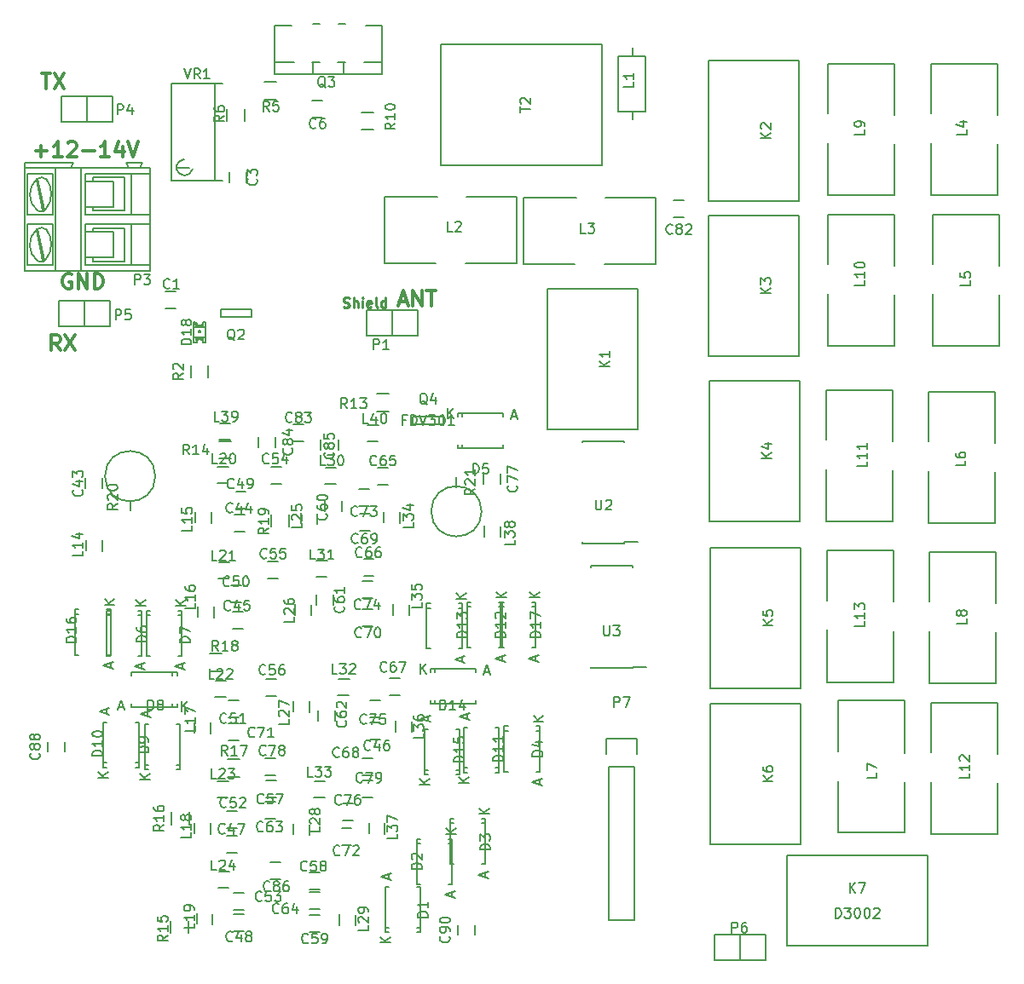
<source format=gto>
%FSLAX46Y46*%
G04 Gerber Fmt 4.6, Leading zero omitted, Abs format (unit mm)*
G04 Created by KiCad (PCBNEW (2014-10-27 BZR 5228)-product) date 14/05/2015 10:32:42*
%MOMM*%
G01*
G04 APERTURE LIST*
%ADD10C,0.100000*%
%ADD11C,0.250000*%
%ADD12C,0.300000*%
%ADD13C,0.150000*%
G04 APERTURE END LIST*
D10*
D11*
X131680952Y-82104762D02*
X131823809Y-82152381D01*
X132061905Y-82152381D01*
X132157143Y-82104762D01*
X132204762Y-82057143D01*
X132252381Y-81961905D01*
X132252381Y-81866667D01*
X132204762Y-81771429D01*
X132157143Y-81723810D01*
X132061905Y-81676190D01*
X131871428Y-81628571D01*
X131776190Y-81580952D01*
X131728571Y-81533333D01*
X131680952Y-81438095D01*
X131680952Y-81342857D01*
X131728571Y-81247619D01*
X131776190Y-81200000D01*
X131871428Y-81152381D01*
X132109524Y-81152381D01*
X132252381Y-81200000D01*
X132680952Y-82152381D02*
X132680952Y-81152381D01*
X133109524Y-82152381D02*
X133109524Y-81628571D01*
X133061905Y-81533333D01*
X132966667Y-81485714D01*
X132823809Y-81485714D01*
X132728571Y-81533333D01*
X132680952Y-81580952D01*
X133585714Y-82152381D02*
X133585714Y-81485714D01*
X133585714Y-81152381D02*
X133538095Y-81200000D01*
X133585714Y-81247619D01*
X133633333Y-81200000D01*
X133585714Y-81152381D01*
X133585714Y-81247619D01*
X134442857Y-82104762D02*
X134347619Y-82152381D01*
X134157142Y-82152381D01*
X134061904Y-82104762D01*
X134014285Y-82009524D01*
X134014285Y-81628571D01*
X134061904Y-81533333D01*
X134157142Y-81485714D01*
X134347619Y-81485714D01*
X134442857Y-81533333D01*
X134490476Y-81628571D01*
X134490476Y-81723810D01*
X134014285Y-81819048D01*
X135061904Y-82152381D02*
X134966666Y-82104762D01*
X134919047Y-82009524D01*
X134919047Y-81152381D01*
X135871429Y-82152381D02*
X135871429Y-81152381D01*
X135871429Y-82104762D02*
X135776191Y-82152381D01*
X135585714Y-82152381D01*
X135490476Y-82104762D01*
X135442857Y-82057143D01*
X135395238Y-81961905D01*
X135395238Y-81676190D01*
X135442857Y-81580952D01*
X135490476Y-81533333D01*
X135585714Y-81485714D01*
X135776191Y-81485714D01*
X135871429Y-81533333D01*
D12*
X137235714Y-81550000D02*
X137950000Y-81550000D01*
X137092857Y-81978571D02*
X137592857Y-80478571D01*
X138092857Y-81978571D01*
X138592857Y-81978571D02*
X138592857Y-80478571D01*
X139450000Y-81978571D01*
X139450000Y-80478571D01*
X139950000Y-80478571D02*
X140807143Y-80478571D01*
X140378572Y-81978571D02*
X140378572Y-80478571D01*
X101757143Y-58878571D02*
X102614286Y-58878571D01*
X102185715Y-60378571D02*
X102185715Y-58878571D01*
X102971429Y-58878571D02*
X103971429Y-60378571D01*
X103971429Y-58878571D02*
X102971429Y-60378571D01*
X103550001Y-86378571D02*
X103050001Y-85664286D01*
X102692858Y-86378571D02*
X102692858Y-84878571D01*
X103264286Y-84878571D01*
X103407144Y-84950000D01*
X103478572Y-85021429D01*
X103550001Y-85164286D01*
X103550001Y-85378571D01*
X103478572Y-85521429D01*
X103407144Y-85592857D01*
X103264286Y-85664286D01*
X102692858Y-85664286D01*
X104050001Y-84878571D02*
X105050001Y-86378571D01*
X105050001Y-84878571D02*
X104050001Y-86378571D01*
X104657143Y-78850000D02*
X104514286Y-78778571D01*
X104300000Y-78778571D01*
X104085715Y-78850000D01*
X103942857Y-78992857D01*
X103871429Y-79135714D01*
X103800000Y-79421429D01*
X103800000Y-79635714D01*
X103871429Y-79921429D01*
X103942857Y-80064286D01*
X104085715Y-80207143D01*
X104300000Y-80278571D01*
X104442857Y-80278571D01*
X104657143Y-80207143D01*
X104728572Y-80135714D01*
X104728572Y-79635714D01*
X104442857Y-79635714D01*
X105371429Y-80278571D02*
X105371429Y-78778571D01*
X106228572Y-80278571D01*
X106228572Y-78778571D01*
X106942858Y-80278571D02*
X106942858Y-78778571D01*
X107300001Y-78778571D01*
X107514286Y-78850000D01*
X107657144Y-78992857D01*
X107728572Y-79135714D01*
X107800001Y-79421429D01*
X107800001Y-79635714D01*
X107728572Y-79921429D01*
X107657144Y-80064286D01*
X107514286Y-80207143D01*
X107300001Y-80278571D01*
X106942858Y-80278571D01*
X101100001Y-66607143D02*
X102242858Y-66607143D01*
X101671429Y-67178571D02*
X101671429Y-66035714D01*
X103742858Y-67178571D02*
X102885715Y-67178571D01*
X103314287Y-67178571D02*
X103314287Y-65678571D01*
X103171430Y-65892857D01*
X103028572Y-66035714D01*
X102885715Y-66107143D01*
X104314286Y-65821429D02*
X104385715Y-65750000D01*
X104528572Y-65678571D01*
X104885715Y-65678571D01*
X105028572Y-65750000D01*
X105100001Y-65821429D01*
X105171429Y-65964286D01*
X105171429Y-66107143D01*
X105100001Y-66321429D01*
X104242858Y-67178571D01*
X105171429Y-67178571D01*
X105814286Y-66607143D02*
X106957143Y-66607143D01*
X108457143Y-67178571D02*
X107600000Y-67178571D01*
X108028572Y-67178571D02*
X108028572Y-65678571D01*
X107885715Y-65892857D01*
X107742857Y-66035714D01*
X107600000Y-66107143D01*
X109742857Y-66178571D02*
X109742857Y-67178571D01*
X109385714Y-65607143D02*
X109028571Y-66678571D01*
X109957143Y-66678571D01*
X110314285Y-65678571D02*
X110814285Y-67178571D01*
X111314285Y-65678571D01*
D13*
X111650060Y-112699140D02*
X111299540Y-112699140D01*
X108149940Y-112699140D02*
X108500460Y-112699140D01*
X111650060Y-112249560D02*
X111299540Y-112249560D01*
X111650060Y-116750440D02*
X111299540Y-116750440D01*
X108149940Y-116750440D02*
X108500460Y-116750440D01*
X108149940Y-112249560D02*
X108500460Y-112249560D01*
X111650060Y-116750440D02*
X111650060Y-112249560D01*
X108149940Y-116750440D02*
X108149940Y-112249560D01*
X115650060Y-112699140D02*
X115299540Y-112699140D01*
X112149940Y-112699140D02*
X112500460Y-112699140D01*
X115650060Y-112249560D02*
X115299540Y-112249560D01*
X115650060Y-116750440D02*
X115299540Y-116750440D01*
X112149940Y-116750440D02*
X112500460Y-116750440D01*
X112149940Y-112249560D02*
X112500460Y-112249560D01*
X115650060Y-116750440D02*
X115650060Y-112249560D01*
X112149940Y-116750440D02*
X112149940Y-112249560D01*
X114700860Y-121850060D02*
X114700860Y-121499540D01*
X114700860Y-118349940D02*
X114700860Y-118700460D01*
X115150440Y-121850060D02*
X115150440Y-121499540D01*
X110649560Y-121850060D02*
X110649560Y-121499540D01*
X110649560Y-118349940D02*
X110649560Y-118700460D01*
X115150440Y-118349940D02*
X115150440Y-118700460D01*
X110649560Y-121850060D02*
X115150440Y-121850060D01*
X110649560Y-118349940D02*
X115150440Y-118349940D01*
X111949940Y-127600860D02*
X112300460Y-127600860D01*
X115450060Y-127600860D02*
X115099540Y-127600860D01*
X111949940Y-128050440D02*
X112300460Y-128050440D01*
X111949940Y-123549560D02*
X112300460Y-123549560D01*
X115450060Y-123549560D02*
X115099540Y-123549560D01*
X115450060Y-128050440D02*
X115099540Y-128050440D01*
X111949940Y-123549560D02*
X111949940Y-128050440D01*
X115450060Y-123549560D02*
X115450060Y-128050440D01*
X107849940Y-127400860D02*
X108200460Y-127400860D01*
X111350060Y-127400860D02*
X110999540Y-127400860D01*
X107849940Y-127850440D02*
X108200460Y-127850440D01*
X107849940Y-123349560D02*
X108200460Y-123349560D01*
X111350060Y-123349560D02*
X110999540Y-123349560D01*
X111350060Y-127850440D02*
X110999540Y-127850440D01*
X107849940Y-123349560D02*
X107849940Y-127850440D01*
X111350060Y-123349560D02*
X111350060Y-127850440D01*
X143649940Y-127900860D02*
X144000460Y-127900860D01*
X147150060Y-127900860D02*
X146799540Y-127900860D01*
X143649940Y-128350440D02*
X144000460Y-128350440D01*
X143649940Y-123849560D02*
X144000460Y-123849560D01*
X147150060Y-123849560D02*
X146799540Y-123849560D01*
X147150060Y-128350440D02*
X146799540Y-128350440D01*
X143649940Y-123849560D02*
X143649940Y-128350440D01*
X147150060Y-123849560D02*
X147150060Y-128350440D01*
X147450060Y-111899140D02*
X147099540Y-111899140D01*
X143949940Y-111899140D02*
X144300460Y-111899140D01*
X147450060Y-111449560D02*
X147099540Y-111449560D01*
X147450060Y-115950440D02*
X147099540Y-115950440D01*
X143949940Y-115950440D02*
X144300460Y-115950440D01*
X143949940Y-111449560D02*
X144300460Y-111449560D01*
X147450060Y-115950440D02*
X147450060Y-111449560D01*
X143949940Y-115950440D02*
X143949940Y-111449560D01*
X143450060Y-111999140D02*
X143099540Y-111999140D01*
X139949940Y-111999140D02*
X140300460Y-111999140D01*
X143450060Y-111549560D02*
X143099540Y-111549560D01*
X143450060Y-116050440D02*
X143099540Y-116050440D01*
X139949940Y-116050440D02*
X140300460Y-116050440D01*
X139949940Y-111549560D02*
X140300460Y-111549560D01*
X143450060Y-116050440D02*
X143450060Y-111549560D01*
X139949940Y-116050440D02*
X139949940Y-111549560D01*
X140799140Y-118049940D02*
X140799140Y-118400460D01*
X140799140Y-121550060D02*
X140799140Y-121199540D01*
X140349560Y-118049940D02*
X140349560Y-118400460D01*
X144850440Y-118049940D02*
X144850440Y-118400460D01*
X144850440Y-121550060D02*
X144850440Y-121199540D01*
X140349560Y-121550060D02*
X140349560Y-121199540D01*
X144850440Y-118049940D02*
X140349560Y-118049940D01*
X144850440Y-121550060D02*
X140349560Y-121550060D01*
X139749940Y-128100860D02*
X140100460Y-128100860D01*
X143250060Y-128100860D02*
X142899540Y-128100860D01*
X139749940Y-128550440D02*
X140100460Y-128550440D01*
X139749940Y-124049560D02*
X140100460Y-124049560D01*
X143250060Y-124049560D02*
X142899540Y-124049560D01*
X143250060Y-128550440D02*
X142899540Y-128550440D01*
X139749940Y-124049560D02*
X139749940Y-128550440D01*
X143250060Y-124049560D02*
X143250060Y-128550440D01*
X160375600Y-62633860D02*
X160375600Y-63395860D01*
X160375600Y-57172860D02*
X160375600Y-56283860D01*
X161645600Y-62633860D02*
X158978600Y-62633860D01*
X158978600Y-62633860D02*
X158978600Y-57172860D01*
X158978600Y-57172860D02*
X161645600Y-57172860D01*
X161645600Y-57172860D02*
X161645600Y-62633860D01*
X135788400Y-71132700D02*
X140995400Y-71132700D01*
X148869400Y-71132700D02*
X143916400Y-71132700D01*
X135788400Y-77736700D02*
X140868400Y-77736700D01*
X148869400Y-77736700D02*
X143789400Y-77736700D01*
X148869400Y-77736700D02*
X148869400Y-71132700D01*
X135788400Y-71132700D02*
X135788400Y-77736700D01*
X149593300Y-71196200D02*
X154800300Y-71196200D01*
X162674300Y-71196200D02*
X157721300Y-71196200D01*
X149593300Y-77800200D02*
X154673300Y-77800200D01*
X162674300Y-77800200D02*
X157594300Y-77800200D01*
X162674300Y-77800200D02*
X162674300Y-71196200D01*
X149593300Y-71196200D02*
X149593300Y-77800200D01*
X189996000Y-71000000D02*
X189996000Y-65793000D01*
X189996000Y-57919000D02*
X189996000Y-62872000D01*
X196600000Y-71000000D02*
X196600000Y-65920000D01*
X196600000Y-57919000D02*
X196600000Y-62999000D01*
X196600000Y-57919000D02*
X189996000Y-57919000D01*
X189996000Y-71000000D02*
X196600000Y-71000000D01*
X190196000Y-86000000D02*
X190196000Y-80793000D01*
X190196000Y-72919000D02*
X190196000Y-77872000D01*
X196800000Y-86000000D02*
X196800000Y-80920000D01*
X196800000Y-72919000D02*
X196800000Y-77999000D01*
X196800000Y-72919000D02*
X190196000Y-72919000D01*
X190196000Y-86000000D02*
X196800000Y-86000000D01*
X189796000Y-103600000D02*
X189796000Y-98393000D01*
X189796000Y-90519000D02*
X189796000Y-95472000D01*
X196400000Y-103600000D02*
X196400000Y-98520000D01*
X196400000Y-90519000D02*
X196400000Y-95599000D01*
X196400000Y-90519000D02*
X189796000Y-90519000D01*
X189796000Y-103600000D02*
X196400000Y-103600000D01*
X187404000Y-121200000D02*
X187404000Y-126407000D01*
X187404000Y-134281000D02*
X187404000Y-129328000D01*
X180800000Y-121200000D02*
X180800000Y-126280000D01*
X180800000Y-134281000D02*
X180800000Y-129201000D01*
X180800000Y-134281000D02*
X187404000Y-134281000D01*
X187404000Y-121200000D02*
X180800000Y-121200000D01*
X189896000Y-119500000D02*
X189896000Y-114293000D01*
X189896000Y-106419000D02*
X189896000Y-111372000D01*
X196500000Y-119500000D02*
X196500000Y-114420000D01*
X196500000Y-106419000D02*
X196500000Y-111499000D01*
X196500000Y-106419000D02*
X189896000Y-106419000D01*
X189896000Y-119500000D02*
X196500000Y-119500000D01*
X179796000Y-71000000D02*
X179796000Y-65793000D01*
X179796000Y-57919000D02*
X179796000Y-62872000D01*
X186400000Y-71000000D02*
X186400000Y-65920000D01*
X186400000Y-57919000D02*
X186400000Y-62999000D01*
X186400000Y-57919000D02*
X179796000Y-57919000D01*
X179796000Y-71000000D02*
X186400000Y-71000000D01*
X179796000Y-86000000D02*
X179796000Y-80793000D01*
X179796000Y-72919000D02*
X179796000Y-77872000D01*
X186400000Y-86000000D02*
X186400000Y-80920000D01*
X186400000Y-72919000D02*
X186400000Y-77999000D01*
X186400000Y-72919000D02*
X179796000Y-72919000D01*
X179796000Y-86000000D02*
X186400000Y-86000000D01*
X179596000Y-103400000D02*
X179596000Y-98193000D01*
X179596000Y-90319000D02*
X179596000Y-95272000D01*
X186200000Y-103400000D02*
X186200000Y-98320000D01*
X186200000Y-90319000D02*
X186200000Y-95399000D01*
X186200000Y-90319000D02*
X179596000Y-90319000D01*
X179596000Y-103400000D02*
X186200000Y-103400000D01*
X189996000Y-134500000D02*
X189996000Y-129293000D01*
X189996000Y-121419000D02*
X189996000Y-126372000D01*
X196600000Y-134500000D02*
X196600000Y-129420000D01*
X196600000Y-121419000D02*
X196600000Y-126499000D01*
X196600000Y-121419000D02*
X189996000Y-121419000D01*
X189996000Y-134500000D02*
X196600000Y-134500000D01*
X179696000Y-119400000D02*
X179696000Y-114193000D01*
X179696000Y-106319000D02*
X179696000Y-111272000D01*
X186300000Y-119400000D02*
X186300000Y-114320000D01*
X186300000Y-106319000D02*
X186300000Y-111399000D01*
X186300000Y-106319000D02*
X179696000Y-106319000D01*
X179696000Y-119400000D02*
X186300000Y-119400000D01*
X136500000Y-82430000D02*
X136500000Y-84970000D01*
X133960000Y-82430000D02*
X133960000Y-84970000D01*
X133960000Y-84970000D02*
X136500000Y-84970000D01*
X136500000Y-84970000D02*
X139040000Y-84970000D01*
X139040000Y-84970000D02*
X139040000Y-82430000D01*
X139040000Y-82430000D02*
X133960000Y-82430000D01*
X106200000Y-61130000D02*
X106200000Y-63670000D01*
X103660000Y-61130000D02*
X103660000Y-63670000D01*
X103660000Y-63670000D02*
X106200000Y-63670000D01*
X106200000Y-63670000D02*
X108740000Y-63670000D01*
X108740000Y-63670000D02*
X108740000Y-61130000D01*
X108740000Y-61130000D02*
X103660000Y-61130000D01*
X106000000Y-81430000D02*
X106000000Y-83970000D01*
X103460000Y-81430000D02*
X103460000Y-83970000D01*
X103460000Y-83970000D02*
X106000000Y-83970000D01*
X106000000Y-83970000D02*
X108540000Y-83970000D01*
X108540000Y-83970000D02*
X108540000Y-81430000D01*
X108540000Y-81430000D02*
X103460000Y-81430000D01*
X124866000Y-57805000D02*
X126771000Y-57805000D01*
X129311000Y-57805000D02*
X128549000Y-57805000D01*
X131724000Y-57805000D02*
X131851000Y-57805000D01*
X131724000Y-57805000D02*
X131089000Y-57805000D01*
X135534000Y-57805000D02*
X133756000Y-57805000D01*
X135534000Y-54122000D02*
X133883000Y-54122000D01*
X131216000Y-53995000D02*
X131851000Y-53995000D01*
X128676000Y-53995000D02*
X129311000Y-53995000D01*
X124866000Y-54122000D02*
X126517000Y-54122000D01*
X131724000Y-58948000D02*
X131724000Y-57805000D01*
X128676000Y-58948000D02*
X128676000Y-57805000D01*
X124866000Y-57805000D02*
X124866000Y-54122000D01*
X135534000Y-54122000D02*
X135534000Y-57805000D01*
X124866000Y-58948000D02*
X124866000Y-57805000D01*
X135534000Y-57805000D02*
X135534000Y-58948000D01*
X130200000Y-58948000D02*
X135534000Y-58948000D01*
X130200000Y-58948000D02*
X124866000Y-58948000D01*
X110500000Y-101300940D02*
X110500000Y-102301700D01*
X112999360Y-98900640D02*
G75*
G03X112999360Y-98900640I-2499360J0D01*
G01*
X142900000Y-99999060D02*
X142900000Y-98998300D01*
X145399360Y-102399360D02*
G75*
G03X145399360Y-102399360I-2499360J0D01*
G01*
X115138200Y-68224400D02*
X116408200Y-68224400D01*
X115887500Y-67437000D02*
X115633500Y-67475100D01*
X115633500Y-67475100D02*
X115354100Y-67652900D01*
X115354100Y-67652900D02*
X115138200Y-67970400D01*
X115138200Y-67970400D02*
X115125500Y-68414900D01*
X115125500Y-68414900D02*
X115328700Y-68770500D01*
X115328700Y-68770500D02*
X115620800Y-68948300D01*
X115620800Y-68948300D02*
X115938300Y-68999100D01*
X115938300Y-68999100D02*
X116344700Y-68897500D01*
X116344700Y-68897500D02*
X116598700Y-68554600D01*
X116598700Y-68554600D02*
X116687600Y-68376800D01*
X118948200Y-59842400D02*
X118948200Y-69494400D01*
X115900200Y-69494400D02*
X114630200Y-69494400D01*
X114630200Y-69494400D02*
X114630200Y-59842400D01*
X114630200Y-59842400D02*
X119710200Y-59842400D01*
X119710200Y-69494400D02*
X117170200Y-69494400D01*
X117170200Y-69494400D02*
X115900200Y-69494400D01*
X141382400Y-55976000D02*
X157382400Y-55976000D01*
X157382400Y-55976000D02*
X157382400Y-67976000D01*
X157382400Y-67976000D02*
X141382400Y-67976000D01*
X141382400Y-67976000D02*
X141382400Y-55976000D01*
X160913200Y-80287100D02*
X160913200Y-94287100D01*
X160913200Y-94287100D02*
X151913200Y-94287100D01*
X151913200Y-94287100D02*
X151913200Y-80287100D01*
X151913200Y-80287100D02*
X160913200Y-80287100D01*
X176900000Y-57600000D02*
X176900000Y-71600000D01*
X176900000Y-71600000D02*
X167900000Y-71600000D01*
X167900000Y-71600000D02*
X167900000Y-57600000D01*
X167900000Y-57600000D02*
X176900000Y-57600000D01*
X176900000Y-73000000D02*
X176900000Y-87000000D01*
X176900000Y-87000000D02*
X167900000Y-87000000D01*
X167900000Y-87000000D02*
X167900000Y-73000000D01*
X167900000Y-73000000D02*
X176900000Y-73000000D01*
X177000000Y-89400000D02*
X177000000Y-103400000D01*
X177000000Y-103400000D02*
X168000000Y-103400000D01*
X168000000Y-103400000D02*
X168000000Y-89400000D01*
X168000000Y-89400000D02*
X177000000Y-89400000D01*
X177100000Y-106000000D02*
X177100000Y-120000000D01*
X177100000Y-120000000D02*
X168100000Y-120000000D01*
X168100000Y-120000000D02*
X168100000Y-106000000D01*
X168100000Y-106000000D02*
X177100000Y-106000000D01*
X177100000Y-121500000D02*
X177100000Y-135500000D01*
X177100000Y-135500000D02*
X168100000Y-135500000D01*
X168100000Y-135500000D02*
X168100000Y-121500000D01*
X168100000Y-121500000D02*
X177100000Y-121500000D01*
X115000000Y-80550000D02*
X114000000Y-80550000D01*
X114000000Y-82250000D02*
X115000000Y-82250000D01*
X122046100Y-69727700D02*
X122046100Y-68727700D01*
X120346100Y-68727700D02*
X120346100Y-69727700D01*
X128600000Y-63250000D02*
X129600000Y-63250000D01*
X129600000Y-61550000D02*
X128600000Y-61550000D01*
X106050000Y-99100000D02*
X106050000Y-100100000D01*
X107750000Y-100100000D02*
X107750000Y-99100000D01*
X121900000Y-102750000D02*
X120900000Y-102750000D01*
X120900000Y-104450000D02*
X121900000Y-104450000D01*
X121700000Y-112350000D02*
X120700000Y-112350000D01*
X120700000Y-114050000D02*
X121700000Y-114050000D01*
X134300000Y-125050000D02*
X135300000Y-125050000D01*
X135300000Y-123350000D02*
X134300000Y-123350000D01*
X121100000Y-134650000D02*
X120100000Y-134650000D01*
X120100000Y-136350000D02*
X121100000Y-136350000D01*
X121800000Y-142450000D02*
X120800000Y-142450000D01*
X120800000Y-144150000D02*
X121800000Y-144150000D01*
X122000000Y-100450000D02*
X121000000Y-100450000D01*
X121000000Y-102150000D02*
X122000000Y-102150000D01*
X121500000Y-109750000D02*
X120500000Y-109750000D01*
X120500000Y-111450000D02*
X121500000Y-111450000D01*
X121300000Y-121150000D02*
X120300000Y-121150000D01*
X120300000Y-122850000D02*
X121300000Y-122850000D01*
X121100000Y-132150000D02*
X120100000Y-132150000D01*
X120100000Y-133850000D02*
X121100000Y-133850000D01*
X121800000Y-140350000D02*
X120800000Y-140350000D01*
X120800000Y-142050000D02*
X121800000Y-142050000D01*
X124500000Y-99650000D02*
X125500000Y-99650000D01*
X125500000Y-97950000D02*
X124500000Y-97950000D01*
X124200000Y-109050000D02*
X125200000Y-109050000D01*
X125200000Y-107350000D02*
X124200000Y-107350000D01*
X124000000Y-120750000D02*
X125000000Y-120750000D01*
X125000000Y-119050000D02*
X124000000Y-119050000D01*
X124000000Y-130850000D02*
X125000000Y-130850000D01*
X125000000Y-129150000D02*
X124000000Y-129150000D01*
X128300000Y-139950000D02*
X129300000Y-139950000D01*
X129300000Y-138250000D02*
X128300000Y-138250000D01*
X128300000Y-144250000D02*
X129300000Y-144250000D01*
X129300000Y-142550000D02*
X128300000Y-142550000D01*
X131550000Y-102400000D02*
X131550000Y-101400000D01*
X129850000Y-101400000D02*
X129850000Y-102400000D01*
X130650000Y-111700000D02*
X130650000Y-110700000D01*
X128950000Y-110700000D02*
X128950000Y-111700000D01*
X130850000Y-123200000D02*
X130850000Y-122200000D01*
X129150000Y-122200000D02*
X129150000Y-123200000D01*
X123900000Y-132950000D02*
X124900000Y-132950000D01*
X124900000Y-131250000D02*
X123900000Y-131250000D01*
X128300000Y-141950000D02*
X129300000Y-141950000D01*
X129300000Y-140250000D02*
X128300000Y-140250000D01*
X135100000Y-99750000D02*
X136100000Y-99750000D01*
X136100000Y-98050000D02*
X135100000Y-98050000D01*
X133700000Y-108850000D02*
X134700000Y-108850000D01*
X134700000Y-107150000D02*
X133700000Y-107150000D01*
X136300000Y-120650000D02*
X137300000Y-120650000D01*
X137300000Y-118950000D02*
X136300000Y-118950000D01*
X133600000Y-128650000D02*
X134600000Y-128650000D01*
X134600000Y-126950000D02*
X133600000Y-126950000D01*
X133300000Y-104350000D02*
X134300000Y-104350000D01*
X134300000Y-102650000D02*
X133300000Y-102650000D01*
X133600000Y-113850000D02*
X134600000Y-113850000D01*
X134600000Y-112150000D02*
X133600000Y-112150000D01*
X121300000Y-123450000D02*
X120300000Y-123450000D01*
X120300000Y-125150000D02*
X121300000Y-125150000D01*
X131500000Y-135550000D02*
X132500000Y-135550000D01*
X132500000Y-133850000D02*
X131500000Y-133850000D01*
X133200000Y-101850000D02*
X134200000Y-101850000D01*
X134200000Y-100150000D02*
X133200000Y-100150000D01*
X133600000Y-111050000D02*
X134600000Y-111050000D01*
X134600000Y-109350000D02*
X133600000Y-109350000D01*
X134300000Y-122850000D02*
X135300000Y-122850000D01*
X135300000Y-121150000D02*
X134300000Y-121150000D01*
X131600000Y-133150000D02*
X132600000Y-133150000D01*
X132600000Y-131450000D02*
X131600000Y-131450000D01*
X147250000Y-99700000D02*
X147250000Y-98700000D01*
X145550000Y-98700000D02*
X145550000Y-99700000D01*
X123900000Y-128650000D02*
X124900000Y-128650000D01*
X124900000Y-126950000D02*
X123900000Y-126950000D01*
X133600000Y-130850000D02*
X134600000Y-130850000D01*
X134600000Y-129150000D02*
X133600000Y-129150000D01*
X106099900Y-105248820D02*
X106099900Y-106300380D01*
X107700100Y-106351180D02*
X107700100Y-105299620D01*
X116999900Y-102448820D02*
X116999900Y-103500380D01*
X118600100Y-103551180D02*
X118600100Y-102499620D01*
X117199900Y-111848820D02*
X117199900Y-112900380D01*
X118800100Y-112951180D02*
X118800100Y-111899620D01*
X116899900Y-123348820D02*
X116899900Y-124400380D01*
X118500100Y-124451180D02*
X118500100Y-123399620D01*
X116899900Y-133348820D02*
X116899900Y-134400380D01*
X118500100Y-134451180D02*
X118500100Y-133399620D01*
X117099900Y-142348820D02*
X117099900Y-143400380D01*
X118700100Y-143451180D02*
X118700100Y-142399620D01*
X119148820Y-99600100D02*
X120200380Y-99600100D01*
X120251180Y-97999900D02*
X119199620Y-97999900D01*
X119248820Y-109100100D02*
X120300380Y-109100100D01*
X120351180Y-107499900D02*
X119299620Y-107499900D01*
X118948820Y-120800100D02*
X120000380Y-120800100D01*
X120051180Y-119199900D02*
X118999620Y-119199900D01*
X119148820Y-130800100D02*
X120200380Y-130800100D01*
X120251180Y-129199900D02*
X119199620Y-129199900D01*
X119248820Y-139800100D02*
X120300380Y-139800100D01*
X120351180Y-138199900D02*
X119299620Y-138199900D01*
X127499900Y-102548820D02*
X127499900Y-103600380D01*
X129100100Y-103651180D02*
X129100100Y-102599620D01*
X126899900Y-111648820D02*
X126899900Y-112700380D01*
X128500100Y-112751180D02*
X128500100Y-111699620D01*
X126699900Y-121248820D02*
X126699900Y-122300380D01*
X128300100Y-122351180D02*
X128300100Y-121299620D01*
X126699900Y-133448820D02*
X126699900Y-134500380D01*
X128300100Y-134551180D02*
X128300100Y-133499620D01*
X131299900Y-142448820D02*
X131299900Y-143500380D01*
X132900100Y-143551180D02*
X132900100Y-142499620D01*
X129848820Y-99700100D02*
X130900380Y-99700100D01*
X130951180Y-98099900D02*
X129899620Y-98099900D01*
X128948820Y-108900100D02*
X130000380Y-108900100D01*
X130051180Y-107299900D02*
X128999620Y-107299900D01*
X131148820Y-120700100D02*
X132200380Y-120700100D01*
X132251180Y-119099900D02*
X131199620Y-119099900D01*
X128748820Y-130800100D02*
X129800380Y-130800100D01*
X129851180Y-129199900D02*
X128799620Y-129199900D01*
X135699900Y-102448820D02*
X135699900Y-103500380D01*
X137300100Y-103551180D02*
X137300100Y-102499620D01*
X136599900Y-111648820D02*
X136599900Y-112700380D01*
X138200100Y-112751180D02*
X138200100Y-111699620D01*
X136899900Y-123248820D02*
X136899900Y-124300380D01*
X138500100Y-124351180D02*
X138500100Y-123299620D01*
X134199900Y-133348820D02*
X134199900Y-134400380D01*
X135800100Y-134451180D02*
X135800100Y-133399620D01*
X145699900Y-103848820D02*
X145699900Y-104900380D01*
X147300100Y-104951180D02*
X147300100Y-103899620D01*
X123800000Y-59725000D02*
X125000000Y-59725000D01*
X125000000Y-61475000D02*
X123800000Y-61475000D01*
X120092500Y-63617400D02*
X120092500Y-62417400D01*
X121842500Y-62417400D02*
X121842500Y-63617400D01*
X133500000Y-62725000D02*
X134700000Y-62725000D01*
X134700000Y-64475000D02*
X133500000Y-64475000D01*
X116275000Y-143100000D02*
X116275000Y-144300000D01*
X114525000Y-144300000D02*
X114525000Y-143100000D01*
X116375000Y-132300000D02*
X116375000Y-133500000D01*
X114625000Y-133500000D02*
X114625000Y-132300000D01*
X120200000Y-127025000D02*
X121400000Y-127025000D01*
X121400000Y-128775000D02*
X120200000Y-128775000D01*
X118400000Y-116525000D02*
X119600000Y-116525000D01*
X119600000Y-118275000D02*
X118400000Y-118275000D01*
X126275000Y-102700000D02*
X126275000Y-103900000D01*
X124525000Y-103900000D02*
X124525000Y-102700000D01*
X164500000Y-73150000D02*
X165500000Y-73150000D01*
X165500000Y-71450000D02*
X164500000Y-71450000D01*
X175700000Y-136600000D02*
X189700000Y-136600000D01*
X189700000Y-136600000D02*
X189700000Y-145600000D01*
X189700000Y-145600000D02*
X175700000Y-145600000D01*
X175700000Y-145600000D02*
X175700000Y-136600000D01*
X126700000Y-95450000D02*
X127700000Y-95450000D01*
X127700000Y-93750000D02*
X126700000Y-93750000D01*
X124950000Y-96000000D02*
X124950000Y-95000000D01*
X123250000Y-95000000D02*
X123250000Y-96000000D01*
X131150000Y-96300000D02*
X131150000Y-95300000D01*
X129450000Y-95300000D02*
X129450000Y-96300000D01*
X135849940Y-143800860D02*
X136200460Y-143800860D01*
X139350060Y-143800860D02*
X138999540Y-143800860D01*
X135849940Y-144250440D02*
X136200460Y-144250440D01*
X135849940Y-139749560D02*
X136200460Y-139749560D01*
X139350060Y-139749560D02*
X138999540Y-139749560D01*
X139350060Y-144250440D02*
X138999540Y-144250440D01*
X135849940Y-139749560D02*
X135849940Y-144250440D01*
X139350060Y-139749560D02*
X139350060Y-144250440D01*
X142450060Y-135399140D02*
X142099540Y-135399140D01*
X138949940Y-135399140D02*
X139300460Y-135399140D01*
X142450060Y-134949560D02*
X142099540Y-134949560D01*
X142450060Y-139450440D02*
X142099540Y-139450440D01*
X138949940Y-139450440D02*
X139300460Y-139450440D01*
X138949940Y-134949560D02*
X139300460Y-134949560D01*
X142450060Y-139450440D02*
X142450060Y-134949560D01*
X138949940Y-139450440D02*
X138949940Y-134949560D01*
X145750060Y-133399140D02*
X145399540Y-133399140D01*
X142249940Y-133399140D02*
X142600460Y-133399140D01*
X145750060Y-132949560D02*
X145399540Y-132949560D01*
X145750060Y-137450440D02*
X145399540Y-137450440D01*
X142249940Y-137450440D02*
X142600460Y-137450440D01*
X142249940Y-132949560D02*
X142600460Y-132949560D01*
X145750060Y-137450440D02*
X145750060Y-132949560D01*
X142249940Y-137450440D02*
X142249940Y-132949560D01*
X151150060Y-124199140D02*
X150799540Y-124199140D01*
X147649940Y-124199140D02*
X148000460Y-124199140D01*
X151150060Y-123749560D02*
X150799540Y-123749560D01*
X151150060Y-128250440D02*
X150799540Y-128250440D01*
X147649940Y-128250440D02*
X148000460Y-128250440D01*
X147649940Y-123749560D02*
X148000460Y-123749560D01*
X151150060Y-128250440D02*
X151150060Y-123749560D01*
X147649940Y-128250440D02*
X147649940Y-123749560D01*
X143499140Y-92649940D02*
X143499140Y-93000460D01*
X143499140Y-96150060D02*
X143499140Y-95799540D01*
X143049560Y-92649940D02*
X143049560Y-93000460D01*
X147550440Y-92649940D02*
X147550440Y-93000460D01*
X147550440Y-96150060D02*
X147550440Y-95799540D01*
X143049560Y-96150060D02*
X143049560Y-95799540D01*
X147550440Y-92649940D02*
X143049560Y-92649940D01*
X147550440Y-96150060D02*
X143049560Y-96150060D01*
X108550060Y-112599140D02*
X108199540Y-112599140D01*
X105049940Y-112599140D02*
X105400460Y-112599140D01*
X108550060Y-112149560D02*
X108199540Y-112149560D01*
X108550060Y-116650440D02*
X108199540Y-116650440D01*
X105049940Y-116650440D02*
X105400460Y-116650440D01*
X105049940Y-112149560D02*
X105400460Y-112149560D01*
X108550060Y-116650440D02*
X108550060Y-112149560D01*
X105049940Y-116650440D02*
X105049940Y-112149560D01*
X150750060Y-111899140D02*
X150399540Y-111899140D01*
X147249940Y-111899140D02*
X147600460Y-111899140D01*
X150750060Y-111449560D02*
X150399540Y-111449560D01*
X150750060Y-115950440D02*
X150399540Y-115950440D01*
X147249940Y-115950440D02*
X147600460Y-115950440D01*
X147249940Y-111449560D02*
X147600460Y-111449560D01*
X150750060Y-115950440D02*
X150750060Y-111449560D01*
X147249940Y-115950440D02*
X147249940Y-111449560D01*
X119348820Y-95300100D02*
X120400380Y-95300100D01*
X120451180Y-93699900D02*
X119399620Y-93699900D01*
X135151180Y-93799900D02*
X134099620Y-93799900D01*
X134048820Y-95400100D02*
X135100380Y-95400100D01*
X135000000Y-90725000D02*
X136200000Y-90725000D01*
X136200000Y-92475000D02*
X135000000Y-92475000D01*
X119300000Y-95425000D02*
X120500000Y-95425000D01*
X120500000Y-97175000D02*
X119300000Y-97175000D01*
X159575000Y-105575000D02*
X159575000Y-105470000D01*
X155425000Y-105575000D02*
X155425000Y-105470000D01*
X155425000Y-95425000D02*
X155425000Y-95530000D01*
X159575000Y-95425000D02*
X159575000Y-95530000D01*
X159575000Y-105575000D02*
X155425000Y-105575000D01*
X159575000Y-95425000D02*
X155425000Y-95425000D01*
X159575000Y-105470000D02*
X160950000Y-105470000D01*
X160375000Y-117975000D02*
X160375000Y-117870000D01*
X156225000Y-117975000D02*
X156225000Y-117870000D01*
X156225000Y-107825000D02*
X156225000Y-107930000D01*
X160375000Y-107825000D02*
X160375000Y-107930000D01*
X160375000Y-117975000D02*
X156225000Y-117975000D01*
X160375000Y-107825000D02*
X156225000Y-107825000D01*
X160375000Y-117870000D02*
X161750000Y-117870000D01*
X124400000Y-138950000D02*
X125400000Y-138950000D01*
X125400000Y-137250000D02*
X124400000Y-137250000D01*
X102350000Y-125300000D02*
X102350000Y-126300000D01*
X104050000Y-126300000D02*
X104050000Y-125300000D01*
X143050000Y-143500000D02*
X143050000Y-144500000D01*
X144750000Y-144500000D02*
X144750000Y-143500000D01*
X108840000Y-77159600D02*
X108840000Y-74619600D01*
X108840000Y-74619600D02*
X106046000Y-74619600D01*
X106046000Y-77159600D02*
X106046000Y-74619600D01*
X108840000Y-77159600D02*
X106046000Y-77159600D01*
X108840000Y-72155800D02*
X108840000Y-69615800D01*
X108840000Y-69615800D02*
X106046000Y-69615800D01*
X106046000Y-72155800D02*
X106046000Y-69615800D01*
X108840000Y-72155800D02*
X106046000Y-72155800D01*
X100077000Y-68295000D02*
X103125000Y-68295000D01*
X100077000Y-68295000D02*
X100077000Y-78480000D01*
X100077000Y-68295000D02*
X100077000Y-67787000D01*
X100077000Y-67787000D02*
X104903000Y-67787000D01*
X104903000Y-67787000D02*
X104649000Y-68295000D01*
X111761000Y-67787000D02*
X111507000Y-68295000D01*
X111507000Y-68295000D02*
X112523000Y-68295000D01*
X110110000Y-67787000D02*
X110364000Y-68295000D01*
X110364000Y-68295000D02*
X111507000Y-68295000D01*
X110110000Y-67787000D02*
X111761000Y-67787000D01*
X112523000Y-72917800D02*
X110618000Y-72917800D01*
X106046000Y-68853800D02*
X110618000Y-68853800D01*
X112523000Y-72917800D02*
X112523000Y-68853800D01*
X112523000Y-68853800D02*
X112523000Y-68295000D01*
X112523000Y-73857600D02*
X110618000Y-73857600D01*
X112523000Y-73857600D02*
X112523000Y-72917800D01*
X106046000Y-77921600D02*
X110618000Y-77921600D01*
X112523000Y-78480000D02*
X112523000Y-77921600D01*
X112523000Y-77921600D02*
X112523000Y-73857600D01*
X110618000Y-72917800D02*
X110618000Y-68853800D01*
X110618000Y-72917800D02*
X106046000Y-72917800D01*
X110618000Y-68853800D02*
X112523000Y-68853800D01*
X110618000Y-73857600D02*
X110618000Y-77921600D01*
X110618000Y-73857600D02*
X106046000Y-73857600D01*
X110618000Y-77921600D02*
X112523000Y-77921600D01*
X109983000Y-69234800D02*
X106808000Y-69234800D01*
X109983000Y-69234800D02*
X109983000Y-72536800D01*
X109983000Y-72536800D02*
X106808000Y-72536800D01*
X109983000Y-74238600D02*
X106808000Y-74238600D01*
X109983000Y-74238600D02*
X109983000Y-77540600D01*
X109983000Y-77540600D02*
X106808000Y-77540600D01*
X106808000Y-77540600D02*
X106808000Y-77159600D01*
X106808000Y-74238600D02*
X106808000Y-74619600D01*
X106808000Y-72536800D02*
X106808000Y-72155800D01*
X106808000Y-69234800D02*
X106808000Y-69615800D01*
X112523000Y-78480000D02*
X105665000Y-78480000D01*
X105665000Y-78480000D02*
X103125000Y-78480000D01*
X104649000Y-68295000D02*
X105665000Y-68295000D01*
X105665000Y-68295000D02*
X110364000Y-68295000D01*
X103125000Y-78480000D02*
X103125000Y-68295000D01*
X103125000Y-78480000D02*
X100077000Y-78480000D01*
X103125000Y-68295000D02*
X104649000Y-68295000D01*
X102871000Y-72917800D02*
X100331000Y-72917800D01*
X100331000Y-72917800D02*
X100331000Y-68853800D01*
X100331000Y-68853800D02*
X102871000Y-68853800D01*
X102871000Y-68853800D02*
X102871000Y-72917800D01*
X102871000Y-73857600D02*
X100331000Y-73857600D01*
X102871000Y-73857600D02*
X102871000Y-77921600D01*
X102871000Y-77921600D02*
X100331000Y-77921600D01*
X100331000Y-73857600D02*
X100331000Y-77921600D01*
X101855000Y-72511400D02*
X101220000Y-69463400D01*
X101982000Y-72384400D02*
X101347000Y-69336400D01*
X101855000Y-77515200D02*
X101220000Y-74464660D01*
X101982000Y-77388200D02*
X101347000Y-74340200D01*
X106046000Y-77921600D02*
X106046000Y-77540600D01*
X106046000Y-73857600D02*
X106046000Y-74238600D01*
X106046000Y-74238600D02*
X106046000Y-77540600D01*
X105665000Y-78480000D02*
X105665000Y-77540600D01*
X105665000Y-77540600D02*
X105665000Y-74238600D01*
X105665000Y-74238600D02*
X105665000Y-72536800D01*
X105665000Y-68295000D02*
X105665000Y-69234800D01*
X105665000Y-69234800D02*
X105665000Y-72536800D01*
X106046000Y-68853800D02*
X106046000Y-69234800D01*
X106046000Y-72917800D02*
X106046000Y-72536800D01*
X106046000Y-72536800D02*
X106046000Y-69234800D01*
X102214570Y-69417028D02*
G75*
G03X101247940Y-69364340I-509430J-452772D01*
G01*
X102134896Y-72359728D02*
G75*
G03X102182660Y-69371960I-1905496J1524728D01*
G01*
X101243156Y-69360589D02*
G75*
G03X101296200Y-72511400I1348444J-1553151D01*
G01*
X101246519Y-72460097D02*
G75*
G03X102172500Y-72318360I407821J431297D01*
G01*
X102217110Y-74420851D02*
G75*
G03X101247940Y-74365600I-511970J-452749D01*
G01*
X102134896Y-77360988D02*
G75*
G03X102182660Y-74373220I-1905496J1524728D01*
G01*
X101238153Y-74358427D02*
G75*
G03X101296200Y-77515200I1353447J-1554033D01*
G01*
X101248981Y-77464520D02*
G75*
G03X102172500Y-77319620I405359J431920D01*
G01*
X171100000Y-144430000D02*
X171100000Y-146970000D01*
X168560000Y-144430000D02*
X168560000Y-146970000D01*
X168560000Y-146970000D02*
X171100000Y-146970000D01*
X171100000Y-146970000D02*
X173640000Y-146970000D01*
X173640000Y-146970000D02*
X173640000Y-144430000D01*
X173640000Y-144430000D02*
X168560000Y-144430000D01*
X117699720Y-84102160D02*
X118024840Y-84102160D01*
X118024840Y-84102160D02*
X118024840Y-83601780D01*
X117699720Y-83601780D02*
X118024840Y-83601780D01*
X117699720Y-84102160D02*
X117699720Y-83601780D01*
X117077420Y-84102160D02*
X117227280Y-84102160D01*
X117227280Y-84102160D02*
X117227280Y-83850700D01*
X117077420Y-83850700D02*
X117227280Y-83850700D01*
X117077420Y-84102160D02*
X117077420Y-83850700D01*
X117572720Y-84102160D02*
X117722580Y-84102160D01*
X117722580Y-84102160D02*
X117722580Y-83850700D01*
X117572720Y-83850700D02*
X117722580Y-83850700D01*
X117572720Y-84102160D02*
X117572720Y-83850700D01*
X117201880Y-84102160D02*
X117598120Y-84102160D01*
X117598120Y-84102160D02*
X117598120Y-83926900D01*
X117201880Y-83926900D02*
X117598120Y-83926900D01*
X117201880Y-84102160D02*
X117201880Y-83926900D01*
X117699720Y-85598220D02*
X118024840Y-85598220D01*
X118024840Y-85598220D02*
X118024840Y-85097840D01*
X117699720Y-85097840D02*
X118024840Y-85097840D01*
X117699720Y-85598220D02*
X117699720Y-85097840D01*
X116775160Y-85598220D02*
X117100280Y-85598220D01*
X117100280Y-85598220D02*
X117100280Y-85097840D01*
X116775160Y-85097840D02*
X117100280Y-85097840D01*
X116775160Y-85598220D02*
X116775160Y-85097840D01*
X117572720Y-85349300D02*
X117722580Y-85349300D01*
X117722580Y-85349300D02*
X117722580Y-85097840D01*
X117572720Y-85097840D02*
X117722580Y-85097840D01*
X117572720Y-85349300D02*
X117572720Y-85097840D01*
X117077420Y-85349300D02*
X117227280Y-85349300D01*
X117227280Y-85349300D02*
X117227280Y-85097840D01*
X117077420Y-85097840D02*
X117227280Y-85097840D01*
X117077420Y-85349300D02*
X117077420Y-85097840D01*
X117201880Y-85273100D02*
X117598120Y-85273100D01*
X117598120Y-85273100D02*
X117598120Y-85097840D01*
X117201880Y-85097840D02*
X117598120Y-85097840D01*
X117201880Y-85273100D02*
X117201880Y-85097840D01*
X117300940Y-84600000D02*
X117499060Y-84600000D01*
X117499060Y-84600000D02*
X117499060Y-84401880D01*
X117300940Y-84401880D02*
X117499060Y-84401880D01*
X117300940Y-84600000D02*
X117300940Y-84401880D01*
X116800560Y-84102160D02*
X117100280Y-84102160D01*
X117100280Y-84102160D02*
X117100280Y-83802440D01*
X116800560Y-83802440D02*
X117100280Y-83802440D01*
X116800560Y-84102160D02*
X116800560Y-83802440D01*
X116775160Y-83675440D02*
X117001220Y-83675440D01*
X117001220Y-83675440D02*
X117001220Y-83601780D01*
X116775160Y-83601780D02*
X117001220Y-83601780D01*
X116775160Y-83675440D02*
X116775160Y-83601780D01*
X117974040Y-84076760D02*
X117974040Y-85123240D01*
X116825960Y-85097840D02*
X116825960Y-83675440D01*
X117022262Y-83751640D02*
G75*
G03X117022262Y-83751640I-71842J0D01*
G01*
X117052020Y-83601780D02*
G75*
G03X117747980Y-83601780I347980J0D01*
G01*
X117747980Y-85598220D02*
G75*
G03X117052020Y-85598220I-347980J0D01*
G01*
X118275000Y-87900000D02*
X118275000Y-89100000D01*
X116525000Y-89100000D02*
X116525000Y-87900000D01*
X160570000Y-127770000D02*
X160570000Y-143010000D01*
X160570000Y-143010000D02*
X158030000Y-143010000D01*
X158030000Y-143010000D02*
X158030000Y-127770000D01*
X160850000Y-124950000D02*
X160850000Y-126500000D01*
X160570000Y-127770000D02*
X158030000Y-127770000D01*
X157750000Y-126500000D02*
X157750000Y-124950000D01*
X157750000Y-124950000D02*
X160850000Y-124950000D01*
X122524000Y-83081000D02*
X119476000Y-83081000D01*
X119476000Y-83081000D02*
X119476000Y-82319000D01*
X119476000Y-82319000D02*
X122524000Y-82319000D01*
X122524000Y-82319000D02*
X122524000Y-83081000D01*
X138576000Y-93019000D02*
X141624000Y-93019000D01*
X141624000Y-93019000D02*
X141624000Y-93781000D01*
X141624000Y-93781000D02*
X138576000Y-93781000D01*
X138576000Y-93781000D02*
X138576000Y-93019000D01*
X112152381Y-115338095D02*
X111152381Y-115338095D01*
X111152381Y-115100000D01*
X111200000Y-114957142D01*
X111295238Y-114861904D01*
X111390476Y-114814285D01*
X111580952Y-114766666D01*
X111723810Y-114766666D01*
X111914286Y-114814285D01*
X112009524Y-114861904D01*
X112104762Y-114957142D01*
X112152381Y-115100000D01*
X112152381Y-115338095D01*
X111152381Y-113909523D02*
X111152381Y-114100000D01*
X111200000Y-114195238D01*
X111247619Y-114242857D01*
X111390476Y-114338095D01*
X111580952Y-114385714D01*
X111961905Y-114385714D01*
X112057143Y-114338095D01*
X112104762Y-114290476D01*
X112152381Y-114195238D01*
X112152381Y-114004761D01*
X112104762Y-113909523D01*
X112057143Y-113861904D01*
X111961905Y-113814285D01*
X111723810Y-113814285D01*
X111628571Y-113861904D01*
X111580952Y-113909523D01*
X111533333Y-114004761D01*
X111533333Y-114195238D01*
X111580952Y-114290476D01*
X111628571Y-114338095D01*
X111723810Y-114385714D01*
X111666867Y-118037555D02*
X111666867Y-117561364D01*
X111952581Y-118132793D02*
X110952581Y-117799460D01*
X111952581Y-117466126D01*
X112051641Y-111762165D02*
X111051641Y-111762165D01*
X112051641Y-111190736D02*
X111480212Y-111619308D01*
X111051641Y-111190736D02*
X111623070Y-111762165D01*
X116452381Y-115438095D02*
X115452381Y-115438095D01*
X115452381Y-115200000D01*
X115500000Y-115057142D01*
X115595238Y-114961904D01*
X115690476Y-114914285D01*
X115880952Y-114866666D01*
X116023810Y-114866666D01*
X116214286Y-114914285D01*
X116309524Y-114961904D01*
X116404762Y-115057142D01*
X116452381Y-115200000D01*
X116452381Y-115438095D01*
X115452381Y-114533333D02*
X115452381Y-113866666D01*
X116452381Y-114295238D01*
X115666867Y-118037555D02*
X115666867Y-117561364D01*
X115952581Y-118132793D02*
X114952581Y-117799460D01*
X115952581Y-117466126D01*
X116051641Y-111762165D02*
X115051641Y-111762165D01*
X116051641Y-111190736D02*
X115480212Y-111619308D01*
X115051641Y-111190736D02*
X115623070Y-111762165D01*
X112261905Y-122152381D02*
X112261905Y-121152381D01*
X112500000Y-121152381D01*
X112642858Y-121200000D01*
X112738096Y-121295238D01*
X112785715Y-121390476D01*
X112833334Y-121580952D01*
X112833334Y-121723810D01*
X112785715Y-121914286D01*
X112738096Y-122009524D01*
X112642858Y-122104762D01*
X112500000Y-122152381D01*
X112261905Y-122152381D01*
X113404762Y-121580952D02*
X113309524Y-121533333D01*
X113261905Y-121485714D01*
X113214286Y-121390476D01*
X113214286Y-121342857D01*
X113261905Y-121247619D01*
X113309524Y-121200000D01*
X113404762Y-121152381D01*
X113595239Y-121152381D01*
X113690477Y-121200000D01*
X113738096Y-121247619D01*
X113785715Y-121342857D01*
X113785715Y-121390476D01*
X113738096Y-121485714D01*
X113690477Y-121533333D01*
X113595239Y-121580952D01*
X113404762Y-121580952D01*
X113309524Y-121628571D01*
X113261905Y-121676190D01*
X113214286Y-121771429D01*
X113214286Y-121961905D01*
X113261905Y-122057143D01*
X113309524Y-122104762D01*
X113404762Y-122152381D01*
X113595239Y-122152381D01*
X113690477Y-122104762D01*
X113738096Y-122057143D01*
X113785715Y-121961905D01*
X113785715Y-121771429D01*
X113738096Y-121676190D01*
X113690477Y-121628571D01*
X113595239Y-121580952D01*
X109362445Y-121866867D02*
X109838636Y-121866867D01*
X109267207Y-122152581D02*
X109600540Y-121152581D01*
X109933874Y-122152581D01*
X115637835Y-122251641D02*
X115637835Y-121251641D01*
X116209264Y-122251641D02*
X115780692Y-121680212D01*
X116209264Y-121251641D02*
X115637835Y-121823070D01*
X112352381Y-126338095D02*
X111352381Y-126338095D01*
X111352381Y-126100000D01*
X111400000Y-125957142D01*
X111495238Y-125861904D01*
X111590476Y-125814285D01*
X111780952Y-125766666D01*
X111923810Y-125766666D01*
X112114286Y-125814285D01*
X112209524Y-125861904D01*
X112304762Y-125957142D01*
X112352381Y-126100000D01*
X112352381Y-126338095D01*
X112352381Y-125290476D02*
X112352381Y-125100000D01*
X112304762Y-125004761D01*
X112257143Y-124957142D01*
X112114286Y-124861904D01*
X111923810Y-124814285D01*
X111542857Y-124814285D01*
X111447619Y-124861904D01*
X111400000Y-124909523D01*
X111352381Y-125004761D01*
X111352381Y-125195238D01*
X111400000Y-125290476D01*
X111447619Y-125338095D01*
X111542857Y-125385714D01*
X111780952Y-125385714D01*
X111876190Y-125338095D01*
X111923810Y-125290476D01*
X111971429Y-125195238D01*
X111971429Y-125004761D01*
X111923810Y-124909523D01*
X111876190Y-124861904D01*
X111780952Y-124814285D01*
X112266467Y-122738635D02*
X112266467Y-122262444D01*
X112552181Y-122833873D02*
X111552181Y-122500540D01*
X112552181Y-122167206D01*
X112453121Y-129061645D02*
X111453121Y-129061645D01*
X112453121Y-128490216D02*
X111881692Y-128918788D01*
X111453121Y-128490216D02*
X112024550Y-129061645D01*
X107753681Y-126712686D02*
X106753681Y-126712686D01*
X106753681Y-126474591D01*
X106801300Y-126331733D01*
X106896538Y-126236495D01*
X106991776Y-126188876D01*
X107182252Y-126141257D01*
X107325110Y-126141257D01*
X107515586Y-126188876D01*
X107610824Y-126236495D01*
X107706062Y-126331733D01*
X107753681Y-126474591D01*
X107753681Y-126712686D01*
X107753681Y-125188876D02*
X107753681Y-125760305D01*
X107753681Y-125474591D02*
X106753681Y-125474591D01*
X106896538Y-125569829D01*
X106991776Y-125665067D01*
X107039395Y-125760305D01*
X106753681Y-124569829D02*
X106753681Y-124474590D01*
X106801300Y-124379352D01*
X106848919Y-124331733D01*
X106944157Y-124284114D01*
X107134633Y-124236495D01*
X107372729Y-124236495D01*
X107563205Y-124284114D01*
X107658443Y-124331733D01*
X107706062Y-124379352D01*
X107753681Y-124474590D01*
X107753681Y-124569829D01*
X107706062Y-124665067D01*
X107658443Y-124712686D01*
X107563205Y-124760305D01*
X107372729Y-124807924D01*
X107134633Y-124807924D01*
X106944157Y-124760305D01*
X106848919Y-124712686D01*
X106801300Y-124665067D01*
X106753681Y-124569829D01*
X108166467Y-122538635D02*
X108166467Y-122062444D01*
X108452181Y-122633873D02*
X107452181Y-122300540D01*
X108452181Y-121967206D01*
X108353121Y-128861645D02*
X107353121Y-128861645D01*
X108353121Y-128290216D02*
X107781692Y-128718788D01*
X107353121Y-128290216D02*
X107924550Y-128861645D01*
X147552381Y-127214286D02*
X146552381Y-127214286D01*
X146552381Y-126976191D01*
X146600000Y-126833333D01*
X146695238Y-126738095D01*
X146790476Y-126690476D01*
X146980952Y-126642857D01*
X147123810Y-126642857D01*
X147314286Y-126690476D01*
X147409524Y-126738095D01*
X147504762Y-126833333D01*
X147552381Y-126976191D01*
X147552381Y-127214286D01*
X147552381Y-125690476D02*
X147552381Y-126261905D01*
X147552381Y-125976191D02*
X146552381Y-125976191D01*
X146695238Y-126071429D01*
X146790476Y-126166667D01*
X146838095Y-126261905D01*
X147552381Y-124738095D02*
X147552381Y-125309524D01*
X147552381Y-125023810D02*
X146552381Y-125023810D01*
X146695238Y-125119048D01*
X146790476Y-125214286D01*
X146838095Y-125309524D01*
X143966467Y-123038635D02*
X143966467Y-122562444D01*
X144252181Y-123133873D02*
X143252181Y-122800540D01*
X144252181Y-122467206D01*
X144153121Y-129361645D02*
X143153121Y-129361645D01*
X144153121Y-128790216D02*
X143581692Y-129218788D01*
X143153121Y-128790216D02*
X143724550Y-129361645D01*
X147752381Y-114914286D02*
X146752381Y-114914286D01*
X146752381Y-114676191D01*
X146800000Y-114533333D01*
X146895238Y-114438095D01*
X146990476Y-114390476D01*
X147180952Y-114342857D01*
X147323810Y-114342857D01*
X147514286Y-114390476D01*
X147609524Y-114438095D01*
X147704762Y-114533333D01*
X147752381Y-114676191D01*
X147752381Y-114914286D01*
X147752381Y-113390476D02*
X147752381Y-113961905D01*
X147752381Y-113676191D02*
X146752381Y-113676191D01*
X146895238Y-113771429D01*
X146990476Y-113866667D01*
X147038095Y-113961905D01*
X146847619Y-113009524D02*
X146800000Y-112961905D01*
X146752381Y-112866667D01*
X146752381Y-112628571D01*
X146800000Y-112533333D01*
X146847619Y-112485714D01*
X146942857Y-112438095D01*
X147038095Y-112438095D01*
X147180952Y-112485714D01*
X147752381Y-113057143D01*
X147752381Y-112438095D01*
X147466867Y-117237555D02*
X147466867Y-116761364D01*
X147752581Y-117332793D02*
X146752581Y-116999460D01*
X147752581Y-116666126D01*
X147851641Y-110962165D02*
X146851641Y-110962165D01*
X147851641Y-110390736D02*
X147280212Y-110819308D01*
X146851641Y-110390736D02*
X147423070Y-110962165D01*
X143952381Y-114914286D02*
X142952381Y-114914286D01*
X142952381Y-114676191D01*
X143000000Y-114533333D01*
X143095238Y-114438095D01*
X143190476Y-114390476D01*
X143380952Y-114342857D01*
X143523810Y-114342857D01*
X143714286Y-114390476D01*
X143809524Y-114438095D01*
X143904762Y-114533333D01*
X143952381Y-114676191D01*
X143952381Y-114914286D01*
X143952381Y-113390476D02*
X143952381Y-113961905D01*
X143952381Y-113676191D02*
X142952381Y-113676191D01*
X143095238Y-113771429D01*
X143190476Y-113866667D01*
X143238095Y-113961905D01*
X142952381Y-113057143D02*
X142952381Y-112438095D01*
X143333333Y-112771429D01*
X143333333Y-112628571D01*
X143380952Y-112533333D01*
X143428571Y-112485714D01*
X143523810Y-112438095D01*
X143761905Y-112438095D01*
X143857143Y-112485714D01*
X143904762Y-112533333D01*
X143952381Y-112628571D01*
X143952381Y-112914286D01*
X143904762Y-113009524D01*
X143857143Y-113057143D01*
X143466867Y-117337555D02*
X143466867Y-116861364D01*
X143752581Y-117432793D02*
X142752581Y-117099460D01*
X143752581Y-116766126D01*
X143851641Y-111062165D02*
X142851641Y-111062165D01*
X143851641Y-110490736D02*
X143280212Y-110919308D01*
X142851641Y-110490736D02*
X143423070Y-111062165D01*
X141285714Y-122152381D02*
X141285714Y-121152381D01*
X141523809Y-121152381D01*
X141666667Y-121200000D01*
X141761905Y-121295238D01*
X141809524Y-121390476D01*
X141857143Y-121580952D01*
X141857143Y-121723810D01*
X141809524Y-121914286D01*
X141761905Y-122009524D01*
X141666667Y-122104762D01*
X141523809Y-122152381D01*
X141285714Y-122152381D01*
X142809524Y-122152381D02*
X142238095Y-122152381D01*
X142523809Y-122152381D02*
X142523809Y-121152381D01*
X142428571Y-121295238D01*
X142333333Y-121390476D01*
X142238095Y-121438095D01*
X143666667Y-121485714D02*
X143666667Y-122152381D01*
X143428571Y-121104762D02*
X143190476Y-121819048D01*
X143809524Y-121819048D01*
X145661365Y-118366467D02*
X146137556Y-118366467D01*
X145566127Y-118652181D02*
X145899460Y-117652181D01*
X146232794Y-118652181D01*
X139338355Y-118553121D02*
X139338355Y-117553121D01*
X139909784Y-118553121D02*
X139481212Y-117981692D01*
X139909784Y-117553121D02*
X139338355Y-118124550D01*
X143652381Y-127314286D02*
X142652381Y-127314286D01*
X142652381Y-127076191D01*
X142700000Y-126933333D01*
X142795238Y-126838095D01*
X142890476Y-126790476D01*
X143080952Y-126742857D01*
X143223810Y-126742857D01*
X143414286Y-126790476D01*
X143509524Y-126838095D01*
X143604762Y-126933333D01*
X143652381Y-127076191D01*
X143652381Y-127314286D01*
X143652381Y-125790476D02*
X143652381Y-126361905D01*
X143652381Y-126076191D02*
X142652381Y-126076191D01*
X142795238Y-126171429D01*
X142890476Y-126266667D01*
X142938095Y-126361905D01*
X142652381Y-124885714D02*
X142652381Y-125361905D01*
X143128571Y-125409524D01*
X143080952Y-125361905D01*
X143033333Y-125266667D01*
X143033333Y-125028571D01*
X143080952Y-124933333D01*
X143128571Y-124885714D01*
X143223810Y-124838095D01*
X143461905Y-124838095D01*
X143557143Y-124885714D01*
X143604762Y-124933333D01*
X143652381Y-125028571D01*
X143652381Y-125266667D01*
X143604762Y-125361905D01*
X143557143Y-125409524D01*
X140066467Y-123238635D02*
X140066467Y-122762444D01*
X140352181Y-123333873D02*
X139352181Y-123000540D01*
X140352181Y-122667206D01*
X140253121Y-129561645D02*
X139253121Y-129561645D01*
X140253121Y-128990216D02*
X139681692Y-129418788D01*
X139253121Y-128990216D02*
X139824550Y-129561645D01*
X160503581Y-59703866D02*
X160503581Y-60180057D01*
X159503581Y-60180057D01*
X160503581Y-58846723D02*
X160503581Y-59418152D01*
X160503581Y-59132438D02*
X159503581Y-59132438D01*
X159646438Y-59227676D01*
X159741676Y-59322914D01*
X159789295Y-59418152D01*
X142521734Y-74589081D02*
X142045543Y-74589081D01*
X142045543Y-73589081D01*
X142807448Y-73684319D02*
X142855067Y-73636700D01*
X142950305Y-73589081D01*
X143188401Y-73589081D01*
X143283639Y-73636700D01*
X143331258Y-73684319D01*
X143378877Y-73779557D01*
X143378877Y-73874795D01*
X143331258Y-74017652D01*
X142759829Y-74589081D01*
X143378877Y-74589081D01*
X155726634Y-74752581D02*
X155250443Y-74752581D01*
X155250443Y-73752581D01*
X155964729Y-73752581D02*
X156583777Y-73752581D01*
X156250443Y-74133533D01*
X156393301Y-74133533D01*
X156488539Y-74181152D01*
X156536158Y-74228771D01*
X156583777Y-74324010D01*
X156583777Y-74562105D01*
X156536158Y-74657343D01*
X156488539Y-74704962D01*
X156393301Y-74752581D01*
X156107586Y-74752581D01*
X156012348Y-74704962D01*
X155964729Y-74657343D01*
X193552381Y-64466666D02*
X193552381Y-64942857D01*
X192552381Y-64942857D01*
X192885714Y-63704761D02*
X193552381Y-63704761D01*
X192504762Y-63942857D02*
X193219048Y-64180952D01*
X193219048Y-63561904D01*
X193952381Y-79466666D02*
X193952381Y-79942857D01*
X192952381Y-79942857D01*
X192952381Y-78657142D02*
X192952381Y-79133333D01*
X193428571Y-79180952D01*
X193380952Y-79133333D01*
X193333333Y-79038095D01*
X193333333Y-78799999D01*
X193380952Y-78704761D01*
X193428571Y-78657142D01*
X193523810Y-78609523D01*
X193761905Y-78609523D01*
X193857143Y-78657142D01*
X193904762Y-78704761D01*
X193952381Y-78799999D01*
X193952381Y-79038095D01*
X193904762Y-79133333D01*
X193857143Y-79180952D01*
X193452381Y-97366666D02*
X193452381Y-97842857D01*
X192452381Y-97842857D01*
X192452381Y-96604761D02*
X192452381Y-96795238D01*
X192500000Y-96890476D01*
X192547619Y-96938095D01*
X192690476Y-97033333D01*
X192880952Y-97080952D01*
X193261905Y-97080952D01*
X193357143Y-97033333D01*
X193404762Y-96985714D01*
X193452381Y-96890476D01*
X193452381Y-96699999D01*
X193404762Y-96604761D01*
X193357143Y-96557142D01*
X193261905Y-96509523D01*
X193023810Y-96509523D01*
X192928571Y-96557142D01*
X192880952Y-96604761D01*
X192833333Y-96699999D01*
X192833333Y-96890476D01*
X192880952Y-96985714D01*
X192928571Y-97033333D01*
X193023810Y-97080952D01*
X184652381Y-128366666D02*
X184652381Y-128842857D01*
X183652381Y-128842857D01*
X183652381Y-128128571D02*
X183652381Y-127461904D01*
X184652381Y-127890476D01*
X193552381Y-113066666D02*
X193552381Y-113542857D01*
X192552381Y-113542857D01*
X192980952Y-112590476D02*
X192933333Y-112685714D01*
X192885714Y-112733333D01*
X192790476Y-112780952D01*
X192742857Y-112780952D01*
X192647619Y-112733333D01*
X192600000Y-112685714D01*
X192552381Y-112590476D01*
X192552381Y-112399999D01*
X192600000Y-112304761D01*
X192647619Y-112257142D01*
X192742857Y-112209523D01*
X192790476Y-112209523D01*
X192885714Y-112257142D01*
X192933333Y-112304761D01*
X192980952Y-112399999D01*
X192980952Y-112590476D01*
X193028571Y-112685714D01*
X193076190Y-112733333D01*
X193171429Y-112780952D01*
X193361905Y-112780952D01*
X193457143Y-112733333D01*
X193504762Y-112685714D01*
X193552381Y-112590476D01*
X193552381Y-112399999D01*
X193504762Y-112304761D01*
X193457143Y-112257142D01*
X193361905Y-112209523D01*
X193171429Y-112209523D01*
X193076190Y-112257142D01*
X193028571Y-112304761D01*
X192980952Y-112399999D01*
X183452381Y-64466666D02*
X183452381Y-64942857D01*
X182452381Y-64942857D01*
X183452381Y-64085714D02*
X183452381Y-63895238D01*
X183404762Y-63799999D01*
X183357143Y-63752380D01*
X183214286Y-63657142D01*
X183023810Y-63609523D01*
X182642857Y-63609523D01*
X182547619Y-63657142D01*
X182500000Y-63704761D01*
X182452381Y-63799999D01*
X182452381Y-63990476D01*
X182500000Y-64085714D01*
X182547619Y-64133333D01*
X182642857Y-64180952D01*
X182880952Y-64180952D01*
X182976190Y-64133333D01*
X183023810Y-64085714D01*
X183071429Y-63990476D01*
X183071429Y-63799999D01*
X183023810Y-63704761D01*
X182976190Y-63657142D01*
X182880952Y-63609523D01*
X183452381Y-79442857D02*
X183452381Y-79919048D01*
X182452381Y-79919048D01*
X183452381Y-78585714D02*
X183452381Y-79157143D01*
X183452381Y-78871429D02*
X182452381Y-78871429D01*
X182595238Y-78966667D01*
X182690476Y-79061905D01*
X182738095Y-79157143D01*
X182452381Y-77966667D02*
X182452381Y-77871428D01*
X182500000Y-77776190D01*
X182547619Y-77728571D01*
X182642857Y-77680952D01*
X182833333Y-77633333D01*
X183071429Y-77633333D01*
X183261905Y-77680952D01*
X183357143Y-77728571D01*
X183404762Y-77776190D01*
X183452381Y-77871428D01*
X183452381Y-77966667D01*
X183404762Y-78061905D01*
X183357143Y-78109524D01*
X183261905Y-78157143D01*
X183071429Y-78204762D01*
X182833333Y-78204762D01*
X182642857Y-78157143D01*
X182547619Y-78109524D01*
X182500000Y-78061905D01*
X182452381Y-77966667D01*
X183652381Y-97442857D02*
X183652381Y-97919048D01*
X182652381Y-97919048D01*
X183652381Y-96585714D02*
X183652381Y-97157143D01*
X183652381Y-96871429D02*
X182652381Y-96871429D01*
X182795238Y-96966667D01*
X182890476Y-97061905D01*
X182938095Y-97157143D01*
X183652381Y-95633333D02*
X183652381Y-96204762D01*
X183652381Y-95919048D02*
X182652381Y-95919048D01*
X182795238Y-96014286D01*
X182890476Y-96109524D01*
X182938095Y-96204762D01*
X193852381Y-128442857D02*
X193852381Y-128919048D01*
X192852381Y-128919048D01*
X193852381Y-127585714D02*
X193852381Y-128157143D01*
X193852381Y-127871429D02*
X192852381Y-127871429D01*
X192995238Y-127966667D01*
X193090476Y-128061905D01*
X193138095Y-128157143D01*
X192947619Y-127204762D02*
X192900000Y-127157143D01*
X192852381Y-127061905D01*
X192852381Y-126823809D01*
X192900000Y-126728571D01*
X192947619Y-126680952D01*
X193042857Y-126633333D01*
X193138095Y-126633333D01*
X193280952Y-126680952D01*
X193852381Y-127252381D01*
X193852381Y-126633333D01*
X183452381Y-113342857D02*
X183452381Y-113819048D01*
X182452381Y-113819048D01*
X183452381Y-112485714D02*
X183452381Y-113057143D01*
X183452381Y-112771429D02*
X182452381Y-112771429D01*
X182595238Y-112866667D01*
X182690476Y-112961905D01*
X182738095Y-113057143D01*
X182452381Y-112152381D02*
X182452381Y-111533333D01*
X182833333Y-111866667D01*
X182833333Y-111723809D01*
X182880952Y-111628571D01*
X182928571Y-111580952D01*
X183023810Y-111533333D01*
X183261905Y-111533333D01*
X183357143Y-111580952D01*
X183404762Y-111628571D01*
X183452381Y-111723809D01*
X183452381Y-112009524D01*
X183404762Y-112104762D01*
X183357143Y-112152381D01*
X134679905Y-86307481D02*
X134679905Y-85307481D01*
X135060858Y-85307481D01*
X135156096Y-85355100D01*
X135203715Y-85402719D01*
X135251334Y-85497957D01*
X135251334Y-85640814D01*
X135203715Y-85736052D01*
X135156096Y-85783671D01*
X135060858Y-85831290D01*
X134679905Y-85831290D01*
X136203715Y-86307481D02*
X135632286Y-86307481D01*
X135918000Y-86307481D02*
X135918000Y-85307481D01*
X135822762Y-85450338D01*
X135727524Y-85545576D01*
X135632286Y-85593195D01*
X109261905Y-62952381D02*
X109261905Y-61952381D01*
X109642858Y-61952381D01*
X109738096Y-62000000D01*
X109785715Y-62047619D01*
X109833334Y-62142857D01*
X109833334Y-62285714D01*
X109785715Y-62380952D01*
X109738096Y-62428571D01*
X109642858Y-62476190D01*
X109261905Y-62476190D01*
X110690477Y-62285714D02*
X110690477Y-62952381D01*
X110452381Y-61904762D02*
X110214286Y-62619048D01*
X110833334Y-62619048D01*
X109061905Y-83352381D02*
X109061905Y-82352381D01*
X109442858Y-82352381D01*
X109538096Y-82400000D01*
X109585715Y-82447619D01*
X109633334Y-82542857D01*
X109633334Y-82685714D01*
X109585715Y-82780952D01*
X109538096Y-82828571D01*
X109442858Y-82876190D01*
X109061905Y-82876190D01*
X110538096Y-82352381D02*
X110061905Y-82352381D01*
X110014286Y-82828571D01*
X110061905Y-82780952D01*
X110157143Y-82733333D01*
X110395239Y-82733333D01*
X110490477Y-82780952D01*
X110538096Y-82828571D01*
X110585715Y-82923810D01*
X110585715Y-83161905D01*
X110538096Y-83257143D01*
X110490477Y-83304762D01*
X110395239Y-83352381D01*
X110157143Y-83352381D01*
X110061905Y-83304762D01*
X110014286Y-83257143D01*
X129901962Y-60288419D02*
X129806724Y-60240800D01*
X129711486Y-60145562D01*
X129568629Y-60002705D01*
X129473390Y-59955086D01*
X129378152Y-59955086D01*
X129425771Y-60193181D02*
X129330533Y-60145562D01*
X129235295Y-60050324D01*
X129187676Y-59859848D01*
X129187676Y-59526514D01*
X129235295Y-59336038D01*
X129330533Y-59240800D01*
X129425771Y-59193181D01*
X129616248Y-59193181D01*
X129711486Y-59240800D01*
X129806724Y-59336038D01*
X129854343Y-59526514D01*
X129854343Y-59859848D01*
X129806724Y-60050324D01*
X129711486Y-60145562D01*
X129616248Y-60193181D01*
X129425771Y-60193181D01*
X130187676Y-59193181D02*
X130806724Y-59193181D01*
X130473390Y-59574133D01*
X130616248Y-59574133D01*
X130711486Y-59621752D01*
X130759105Y-59669371D01*
X130806724Y-59764610D01*
X130806724Y-60002705D01*
X130759105Y-60097943D01*
X130711486Y-60145562D01*
X130616248Y-60193181D01*
X130330533Y-60193181D01*
X130235295Y-60145562D01*
X130187676Y-60097943D01*
X109252381Y-101642857D02*
X108776190Y-101976191D01*
X109252381Y-102214286D02*
X108252381Y-102214286D01*
X108252381Y-101833333D01*
X108300000Y-101738095D01*
X108347619Y-101690476D01*
X108442857Y-101642857D01*
X108585714Y-101642857D01*
X108680952Y-101690476D01*
X108728571Y-101738095D01*
X108776190Y-101833333D01*
X108776190Y-102214286D01*
X108347619Y-101261905D02*
X108300000Y-101214286D01*
X108252381Y-101119048D01*
X108252381Y-100880952D01*
X108300000Y-100785714D01*
X108347619Y-100738095D01*
X108442857Y-100690476D01*
X108538095Y-100690476D01*
X108680952Y-100738095D01*
X109252381Y-101309524D01*
X109252381Y-100690476D01*
X108252381Y-100071429D02*
X108252381Y-99976190D01*
X108300000Y-99880952D01*
X108347619Y-99833333D01*
X108442857Y-99785714D01*
X108633333Y-99738095D01*
X108871429Y-99738095D01*
X109061905Y-99785714D01*
X109157143Y-99833333D01*
X109204762Y-99880952D01*
X109252381Y-99976190D01*
X109252381Y-100071429D01*
X109204762Y-100166667D01*
X109157143Y-100214286D01*
X109061905Y-100261905D01*
X108871429Y-100309524D01*
X108633333Y-100309524D01*
X108442857Y-100261905D01*
X108347619Y-100214286D01*
X108300000Y-100166667D01*
X108252381Y-100071429D01*
X144752381Y-100142857D02*
X144276190Y-100476191D01*
X144752381Y-100714286D02*
X143752381Y-100714286D01*
X143752381Y-100333333D01*
X143800000Y-100238095D01*
X143847619Y-100190476D01*
X143942857Y-100142857D01*
X144085714Y-100142857D01*
X144180952Y-100190476D01*
X144228571Y-100238095D01*
X144276190Y-100333333D01*
X144276190Y-100714286D01*
X143847619Y-99761905D02*
X143800000Y-99714286D01*
X143752381Y-99619048D01*
X143752381Y-99380952D01*
X143800000Y-99285714D01*
X143847619Y-99238095D01*
X143942857Y-99190476D01*
X144038095Y-99190476D01*
X144180952Y-99238095D01*
X144752381Y-99809524D01*
X144752381Y-99190476D01*
X144752381Y-98238095D02*
X144752381Y-98809524D01*
X144752381Y-98523810D02*
X143752381Y-98523810D01*
X143895238Y-98619048D01*
X143990476Y-98714286D01*
X144038095Y-98809524D01*
X115865676Y-58397181D02*
X116199009Y-59397181D01*
X116532343Y-58397181D01*
X117437105Y-59397181D02*
X117103771Y-58920990D01*
X116865676Y-59397181D02*
X116865676Y-58397181D01*
X117246629Y-58397181D01*
X117341867Y-58444800D01*
X117389486Y-58492419D01*
X117437105Y-58587657D01*
X117437105Y-58730514D01*
X117389486Y-58825752D01*
X117341867Y-58873371D01*
X117246629Y-58920990D01*
X116865676Y-58920990D01*
X118389486Y-59397181D02*
X117818057Y-59397181D01*
X118103771Y-59397181D02*
X118103771Y-58397181D01*
X118008533Y-58540038D01*
X117913295Y-58635276D01*
X117818057Y-58682895D01*
X149234781Y-62737905D02*
X149234781Y-62166476D01*
X150234781Y-62452191D02*
X149234781Y-62452191D01*
X149330019Y-61880762D02*
X149282400Y-61833143D01*
X149234781Y-61737905D01*
X149234781Y-61499809D01*
X149282400Y-61404571D01*
X149330019Y-61356952D01*
X149425257Y-61309333D01*
X149520495Y-61309333D01*
X149663352Y-61356952D01*
X150234781Y-61928381D01*
X150234781Y-61309333D01*
X158135581Y-88025195D02*
X157135581Y-88025195D01*
X158135581Y-87453766D02*
X157564152Y-87882338D01*
X157135581Y-87453766D02*
X157707010Y-88025195D01*
X158135581Y-86501385D02*
X158135581Y-87072814D01*
X158135581Y-86787100D02*
X157135581Y-86787100D01*
X157278438Y-86882338D01*
X157373676Y-86977576D01*
X157421295Y-87072814D01*
X174122381Y-65338095D02*
X173122381Y-65338095D01*
X174122381Y-64766666D02*
X173550952Y-65195238D01*
X173122381Y-64766666D02*
X173693810Y-65338095D01*
X173217619Y-64385714D02*
X173170000Y-64338095D01*
X173122381Y-64242857D01*
X173122381Y-64004761D01*
X173170000Y-63909523D01*
X173217619Y-63861904D01*
X173312857Y-63814285D01*
X173408095Y-63814285D01*
X173550952Y-63861904D01*
X174122381Y-64433333D01*
X174122381Y-63814285D01*
X174122381Y-80738095D02*
X173122381Y-80738095D01*
X174122381Y-80166666D02*
X173550952Y-80595238D01*
X173122381Y-80166666D02*
X173693810Y-80738095D01*
X173122381Y-79833333D02*
X173122381Y-79214285D01*
X173503333Y-79547619D01*
X173503333Y-79404761D01*
X173550952Y-79309523D01*
X173598571Y-79261904D01*
X173693810Y-79214285D01*
X173931905Y-79214285D01*
X174027143Y-79261904D01*
X174074762Y-79309523D01*
X174122381Y-79404761D01*
X174122381Y-79690476D01*
X174074762Y-79785714D01*
X174027143Y-79833333D01*
X174222381Y-97138095D02*
X173222381Y-97138095D01*
X174222381Y-96566666D02*
X173650952Y-96995238D01*
X173222381Y-96566666D02*
X173793810Y-97138095D01*
X173555714Y-95709523D02*
X174222381Y-95709523D01*
X173174762Y-95947619D02*
X173889048Y-96185714D01*
X173889048Y-95566666D01*
X174322381Y-113738095D02*
X173322381Y-113738095D01*
X174322381Y-113166666D02*
X173750952Y-113595238D01*
X173322381Y-113166666D02*
X173893810Y-113738095D01*
X173322381Y-112261904D02*
X173322381Y-112738095D01*
X173798571Y-112785714D01*
X173750952Y-112738095D01*
X173703333Y-112642857D01*
X173703333Y-112404761D01*
X173750952Y-112309523D01*
X173798571Y-112261904D01*
X173893810Y-112214285D01*
X174131905Y-112214285D01*
X174227143Y-112261904D01*
X174274762Y-112309523D01*
X174322381Y-112404761D01*
X174322381Y-112642857D01*
X174274762Y-112738095D01*
X174227143Y-112785714D01*
X174322381Y-129238095D02*
X173322381Y-129238095D01*
X174322381Y-128666666D02*
X173750952Y-129095238D01*
X173322381Y-128666666D02*
X173893810Y-129238095D01*
X173322381Y-127809523D02*
X173322381Y-128000000D01*
X173370000Y-128095238D01*
X173417619Y-128142857D01*
X173560476Y-128238095D01*
X173750952Y-128285714D01*
X174131905Y-128285714D01*
X174227143Y-128238095D01*
X174274762Y-128190476D01*
X174322381Y-128095238D01*
X174322381Y-127904761D01*
X174274762Y-127809523D01*
X174227143Y-127761904D01*
X174131905Y-127714285D01*
X173893810Y-127714285D01*
X173798571Y-127761904D01*
X173750952Y-127809523D01*
X173703333Y-127904761D01*
X173703333Y-128095238D01*
X173750952Y-128190476D01*
X173798571Y-128238095D01*
X173893810Y-128285714D01*
X114418234Y-80184743D02*
X114370615Y-80232362D01*
X114227758Y-80279981D01*
X114132520Y-80279981D01*
X113989662Y-80232362D01*
X113894424Y-80137124D01*
X113846805Y-80041886D01*
X113799186Y-79851410D01*
X113799186Y-79708552D01*
X113846805Y-79518076D01*
X113894424Y-79422838D01*
X113989662Y-79327600D01*
X114132520Y-79279981D01*
X114227758Y-79279981D01*
X114370615Y-79327600D01*
X114418234Y-79375219D01*
X115370615Y-80279981D02*
X114799186Y-80279981D01*
X115084900Y-80279981D02*
X115084900Y-79279981D01*
X114989662Y-79422838D01*
X114894424Y-79518076D01*
X114799186Y-79565695D01*
X123022943Y-69356666D02*
X123070562Y-69404285D01*
X123118181Y-69547142D01*
X123118181Y-69642380D01*
X123070562Y-69785238D01*
X122975324Y-69880476D01*
X122880086Y-69928095D01*
X122689610Y-69975714D01*
X122546752Y-69975714D01*
X122356276Y-69928095D01*
X122261038Y-69880476D01*
X122165800Y-69785238D01*
X122118181Y-69642380D01*
X122118181Y-69547142D01*
X122165800Y-69404285D01*
X122213419Y-69356666D01*
X122118181Y-69023333D02*
X122118181Y-68404285D01*
X122499133Y-68737619D01*
X122499133Y-68594761D01*
X122546752Y-68499523D01*
X122594371Y-68451904D01*
X122689610Y-68404285D01*
X122927705Y-68404285D01*
X123022943Y-68451904D01*
X123070562Y-68499523D01*
X123118181Y-68594761D01*
X123118181Y-68880476D01*
X123070562Y-68975714D01*
X123022943Y-69023333D01*
X128946734Y-64244043D02*
X128899115Y-64291662D01*
X128756258Y-64339281D01*
X128661020Y-64339281D01*
X128518162Y-64291662D01*
X128422924Y-64196424D01*
X128375305Y-64101186D01*
X128327686Y-63910710D01*
X128327686Y-63767852D01*
X128375305Y-63577376D01*
X128422924Y-63482138D01*
X128518162Y-63386900D01*
X128661020Y-63339281D01*
X128756258Y-63339281D01*
X128899115Y-63386900D01*
X128946734Y-63434519D01*
X129803877Y-63339281D02*
X129613400Y-63339281D01*
X129518162Y-63386900D01*
X129470543Y-63434519D01*
X129375305Y-63577376D01*
X129327686Y-63767852D01*
X129327686Y-64148805D01*
X129375305Y-64244043D01*
X129422924Y-64291662D01*
X129518162Y-64339281D01*
X129708639Y-64339281D01*
X129803877Y-64291662D01*
X129851496Y-64244043D01*
X129899115Y-64148805D01*
X129899115Y-63910710D01*
X129851496Y-63815471D01*
X129803877Y-63767852D01*
X129708639Y-63720233D01*
X129518162Y-63720233D01*
X129422924Y-63767852D01*
X129375305Y-63815471D01*
X129327686Y-63910710D01*
X105714443Y-100268357D02*
X105762062Y-100315976D01*
X105809681Y-100458833D01*
X105809681Y-100554071D01*
X105762062Y-100696929D01*
X105666824Y-100792167D01*
X105571586Y-100839786D01*
X105381110Y-100887405D01*
X105238252Y-100887405D01*
X105047776Y-100839786D01*
X104952538Y-100792167D01*
X104857300Y-100696929D01*
X104809681Y-100554071D01*
X104809681Y-100458833D01*
X104857300Y-100315976D01*
X104904919Y-100268357D01*
X105143014Y-99411214D02*
X105809681Y-99411214D01*
X104762062Y-99649310D02*
X105476348Y-99887405D01*
X105476348Y-99268357D01*
X104809681Y-98982643D02*
X104809681Y-98363595D01*
X105190633Y-98696929D01*
X105190633Y-98554071D01*
X105238252Y-98458833D01*
X105285871Y-98411214D01*
X105381110Y-98363595D01*
X105619205Y-98363595D01*
X105714443Y-98411214D01*
X105762062Y-98458833D01*
X105809681Y-98554071D01*
X105809681Y-98839786D01*
X105762062Y-98935024D01*
X105714443Y-98982643D01*
X120656543Y-102452143D02*
X120608924Y-102499762D01*
X120466067Y-102547381D01*
X120370829Y-102547381D01*
X120227971Y-102499762D01*
X120132733Y-102404524D01*
X120085114Y-102309286D01*
X120037495Y-102118810D01*
X120037495Y-101975952D01*
X120085114Y-101785476D01*
X120132733Y-101690238D01*
X120227971Y-101595000D01*
X120370829Y-101547381D01*
X120466067Y-101547381D01*
X120608924Y-101595000D01*
X120656543Y-101642619D01*
X121513686Y-101880714D02*
X121513686Y-102547381D01*
X121275590Y-101499762D02*
X121037495Y-102214048D01*
X121656543Y-102214048D01*
X122466067Y-101880714D02*
X122466067Y-102547381D01*
X122227971Y-101499762D02*
X121989876Y-102214048D01*
X122608924Y-102214048D01*
X120457143Y-112157143D02*
X120409524Y-112204762D01*
X120266667Y-112252381D01*
X120171429Y-112252381D01*
X120028571Y-112204762D01*
X119933333Y-112109524D01*
X119885714Y-112014286D01*
X119838095Y-111823810D01*
X119838095Y-111680952D01*
X119885714Y-111490476D01*
X119933333Y-111395238D01*
X120028571Y-111300000D01*
X120171429Y-111252381D01*
X120266667Y-111252381D01*
X120409524Y-111300000D01*
X120457143Y-111347619D01*
X121314286Y-111585714D02*
X121314286Y-112252381D01*
X121076190Y-111204762D02*
X120838095Y-111919048D01*
X121457143Y-111919048D01*
X122314286Y-111252381D02*
X121838095Y-111252381D01*
X121790476Y-111728571D01*
X121838095Y-111680952D01*
X121933333Y-111633333D01*
X122171429Y-111633333D01*
X122266667Y-111680952D01*
X122314286Y-111728571D01*
X122361905Y-111823810D01*
X122361905Y-112061905D01*
X122314286Y-112157143D01*
X122266667Y-112204762D01*
X122171429Y-112252381D01*
X121933333Y-112252381D01*
X121838095Y-112204762D01*
X121790476Y-112157143D01*
X134357143Y-126057143D02*
X134309524Y-126104762D01*
X134166667Y-126152381D01*
X134071429Y-126152381D01*
X133928571Y-126104762D01*
X133833333Y-126009524D01*
X133785714Y-125914286D01*
X133738095Y-125723810D01*
X133738095Y-125580952D01*
X133785714Y-125390476D01*
X133833333Y-125295238D01*
X133928571Y-125200000D01*
X134071429Y-125152381D01*
X134166667Y-125152381D01*
X134309524Y-125200000D01*
X134357143Y-125247619D01*
X135214286Y-125485714D02*
X135214286Y-126152381D01*
X134976190Y-125104762D02*
X134738095Y-125819048D01*
X135357143Y-125819048D01*
X136166667Y-125152381D02*
X135976190Y-125152381D01*
X135880952Y-125200000D01*
X135833333Y-125247619D01*
X135738095Y-125390476D01*
X135690476Y-125580952D01*
X135690476Y-125961905D01*
X135738095Y-126057143D01*
X135785714Y-126104762D01*
X135880952Y-126152381D01*
X136071429Y-126152381D01*
X136166667Y-126104762D01*
X136214286Y-126057143D01*
X136261905Y-125961905D01*
X136261905Y-125723810D01*
X136214286Y-125628571D01*
X136166667Y-125580952D01*
X136071429Y-125533333D01*
X135880952Y-125533333D01*
X135785714Y-125580952D01*
X135738095Y-125628571D01*
X135690476Y-125723810D01*
X119893643Y-134345843D02*
X119846024Y-134393462D01*
X119703167Y-134441081D01*
X119607929Y-134441081D01*
X119465071Y-134393462D01*
X119369833Y-134298224D01*
X119322214Y-134202986D01*
X119274595Y-134012510D01*
X119274595Y-133869652D01*
X119322214Y-133679176D01*
X119369833Y-133583938D01*
X119465071Y-133488700D01*
X119607929Y-133441081D01*
X119703167Y-133441081D01*
X119846024Y-133488700D01*
X119893643Y-133536319D01*
X120750786Y-133774414D02*
X120750786Y-134441081D01*
X120512690Y-133393462D02*
X120274595Y-134107748D01*
X120893643Y-134107748D01*
X121179357Y-133441081D02*
X121846024Y-133441081D01*
X121417452Y-134441081D01*
X120657143Y-145057143D02*
X120609524Y-145104762D01*
X120466667Y-145152381D01*
X120371429Y-145152381D01*
X120228571Y-145104762D01*
X120133333Y-145009524D01*
X120085714Y-144914286D01*
X120038095Y-144723810D01*
X120038095Y-144580952D01*
X120085714Y-144390476D01*
X120133333Y-144295238D01*
X120228571Y-144200000D01*
X120371429Y-144152381D01*
X120466667Y-144152381D01*
X120609524Y-144200000D01*
X120657143Y-144247619D01*
X121514286Y-144485714D02*
X121514286Y-145152381D01*
X121276190Y-144104762D02*
X121038095Y-144819048D01*
X121657143Y-144819048D01*
X122180952Y-144580952D02*
X122085714Y-144533333D01*
X122038095Y-144485714D01*
X121990476Y-144390476D01*
X121990476Y-144342857D01*
X122038095Y-144247619D01*
X122085714Y-144200000D01*
X122180952Y-144152381D01*
X122371429Y-144152381D01*
X122466667Y-144200000D01*
X122514286Y-144247619D01*
X122561905Y-144342857D01*
X122561905Y-144390476D01*
X122514286Y-144485714D01*
X122466667Y-144533333D01*
X122371429Y-144580952D01*
X122180952Y-144580952D01*
X122085714Y-144628571D01*
X122038095Y-144676190D01*
X121990476Y-144771429D01*
X121990476Y-144961905D01*
X122038095Y-145057143D01*
X122085714Y-145104762D01*
X122180952Y-145152381D01*
X122371429Y-145152381D01*
X122466667Y-145104762D01*
X122514286Y-145057143D01*
X122561905Y-144961905D01*
X122561905Y-144771429D01*
X122514286Y-144676190D01*
X122466667Y-144628571D01*
X122371429Y-144580952D01*
X120793643Y-100031543D02*
X120746024Y-100079162D01*
X120603167Y-100126781D01*
X120507929Y-100126781D01*
X120365071Y-100079162D01*
X120269833Y-99983924D01*
X120222214Y-99888686D01*
X120174595Y-99698210D01*
X120174595Y-99555352D01*
X120222214Y-99364876D01*
X120269833Y-99269638D01*
X120365071Y-99174400D01*
X120507929Y-99126781D01*
X120603167Y-99126781D01*
X120746024Y-99174400D01*
X120793643Y-99222019D01*
X121650786Y-99460114D02*
X121650786Y-100126781D01*
X121412690Y-99079162D02*
X121174595Y-99793448D01*
X121793643Y-99793448D01*
X122222214Y-100126781D02*
X122412690Y-100126781D01*
X122507929Y-100079162D01*
X122555548Y-100031543D01*
X122650786Y-99888686D01*
X122698405Y-99698210D01*
X122698405Y-99317257D01*
X122650786Y-99222019D01*
X122603167Y-99174400D01*
X122507929Y-99126781D01*
X122317452Y-99126781D01*
X122222214Y-99174400D01*
X122174595Y-99222019D01*
X122126976Y-99317257D01*
X122126976Y-99555352D01*
X122174595Y-99650590D01*
X122222214Y-99698210D01*
X122317452Y-99745829D01*
X122507929Y-99745829D01*
X122603167Y-99698210D01*
X122650786Y-99650590D01*
X122698405Y-99555352D01*
X120357143Y-109757143D02*
X120309524Y-109804762D01*
X120166667Y-109852381D01*
X120071429Y-109852381D01*
X119928571Y-109804762D01*
X119833333Y-109709524D01*
X119785714Y-109614286D01*
X119738095Y-109423810D01*
X119738095Y-109280952D01*
X119785714Y-109090476D01*
X119833333Y-108995238D01*
X119928571Y-108900000D01*
X120071429Y-108852381D01*
X120166667Y-108852381D01*
X120309524Y-108900000D01*
X120357143Y-108947619D01*
X121261905Y-108852381D02*
X120785714Y-108852381D01*
X120738095Y-109328571D01*
X120785714Y-109280952D01*
X120880952Y-109233333D01*
X121119048Y-109233333D01*
X121214286Y-109280952D01*
X121261905Y-109328571D01*
X121309524Y-109423810D01*
X121309524Y-109661905D01*
X121261905Y-109757143D01*
X121214286Y-109804762D01*
X121119048Y-109852381D01*
X120880952Y-109852381D01*
X120785714Y-109804762D01*
X120738095Y-109757143D01*
X121928571Y-108852381D02*
X122023810Y-108852381D01*
X122119048Y-108900000D01*
X122166667Y-108947619D01*
X122214286Y-109042857D01*
X122261905Y-109233333D01*
X122261905Y-109471429D01*
X122214286Y-109661905D01*
X122166667Y-109757143D01*
X122119048Y-109804762D01*
X122023810Y-109852381D01*
X121928571Y-109852381D01*
X121833333Y-109804762D01*
X121785714Y-109757143D01*
X121738095Y-109661905D01*
X121690476Y-109471429D01*
X121690476Y-109233333D01*
X121738095Y-109042857D01*
X121785714Y-108947619D01*
X121833333Y-108900000D01*
X121928571Y-108852381D01*
X120057143Y-123357143D02*
X120009524Y-123404762D01*
X119866667Y-123452381D01*
X119771429Y-123452381D01*
X119628571Y-123404762D01*
X119533333Y-123309524D01*
X119485714Y-123214286D01*
X119438095Y-123023810D01*
X119438095Y-122880952D01*
X119485714Y-122690476D01*
X119533333Y-122595238D01*
X119628571Y-122500000D01*
X119771429Y-122452381D01*
X119866667Y-122452381D01*
X120009524Y-122500000D01*
X120057143Y-122547619D01*
X120961905Y-122452381D02*
X120485714Y-122452381D01*
X120438095Y-122928571D01*
X120485714Y-122880952D01*
X120580952Y-122833333D01*
X120819048Y-122833333D01*
X120914286Y-122880952D01*
X120961905Y-122928571D01*
X121009524Y-123023810D01*
X121009524Y-123261905D01*
X120961905Y-123357143D01*
X120914286Y-123404762D01*
X120819048Y-123452381D01*
X120580952Y-123452381D01*
X120485714Y-123404762D01*
X120438095Y-123357143D01*
X121961905Y-123452381D02*
X121390476Y-123452381D01*
X121676190Y-123452381D02*
X121676190Y-122452381D01*
X121580952Y-122595238D01*
X121485714Y-122690476D01*
X121390476Y-122738095D01*
X120057143Y-131757143D02*
X120009524Y-131804762D01*
X119866667Y-131852381D01*
X119771429Y-131852381D01*
X119628571Y-131804762D01*
X119533333Y-131709524D01*
X119485714Y-131614286D01*
X119438095Y-131423810D01*
X119438095Y-131280952D01*
X119485714Y-131090476D01*
X119533333Y-130995238D01*
X119628571Y-130900000D01*
X119771429Y-130852381D01*
X119866667Y-130852381D01*
X120009524Y-130900000D01*
X120057143Y-130947619D01*
X120961905Y-130852381D02*
X120485714Y-130852381D01*
X120438095Y-131328571D01*
X120485714Y-131280952D01*
X120580952Y-131233333D01*
X120819048Y-131233333D01*
X120914286Y-131280952D01*
X120961905Y-131328571D01*
X121009524Y-131423810D01*
X121009524Y-131661905D01*
X120961905Y-131757143D01*
X120914286Y-131804762D01*
X120819048Y-131852381D01*
X120580952Y-131852381D01*
X120485714Y-131804762D01*
X120438095Y-131757143D01*
X121390476Y-130947619D02*
X121438095Y-130900000D01*
X121533333Y-130852381D01*
X121771429Y-130852381D01*
X121866667Y-130900000D01*
X121914286Y-130947619D01*
X121961905Y-131042857D01*
X121961905Y-131138095D01*
X121914286Y-131280952D01*
X121342857Y-131852381D01*
X121961905Y-131852381D01*
X123557143Y-141057143D02*
X123509524Y-141104762D01*
X123366667Y-141152381D01*
X123271429Y-141152381D01*
X123128571Y-141104762D01*
X123033333Y-141009524D01*
X122985714Y-140914286D01*
X122938095Y-140723810D01*
X122938095Y-140580952D01*
X122985714Y-140390476D01*
X123033333Y-140295238D01*
X123128571Y-140200000D01*
X123271429Y-140152381D01*
X123366667Y-140152381D01*
X123509524Y-140200000D01*
X123557143Y-140247619D01*
X124461905Y-140152381D02*
X123985714Y-140152381D01*
X123938095Y-140628571D01*
X123985714Y-140580952D01*
X124080952Y-140533333D01*
X124319048Y-140533333D01*
X124414286Y-140580952D01*
X124461905Y-140628571D01*
X124509524Y-140723810D01*
X124509524Y-140961905D01*
X124461905Y-141057143D01*
X124414286Y-141104762D01*
X124319048Y-141152381D01*
X124080952Y-141152381D01*
X123985714Y-141104762D01*
X123938095Y-141057143D01*
X124842857Y-140152381D02*
X125461905Y-140152381D01*
X125128571Y-140533333D01*
X125271429Y-140533333D01*
X125366667Y-140580952D01*
X125414286Y-140628571D01*
X125461905Y-140723810D01*
X125461905Y-140961905D01*
X125414286Y-141057143D01*
X125366667Y-141104762D01*
X125271429Y-141152381D01*
X124985714Y-141152381D01*
X124890476Y-141104762D01*
X124842857Y-141057143D01*
X124257143Y-97557143D02*
X124209524Y-97604762D01*
X124066667Y-97652381D01*
X123971429Y-97652381D01*
X123828571Y-97604762D01*
X123733333Y-97509524D01*
X123685714Y-97414286D01*
X123638095Y-97223810D01*
X123638095Y-97080952D01*
X123685714Y-96890476D01*
X123733333Y-96795238D01*
X123828571Y-96700000D01*
X123971429Y-96652381D01*
X124066667Y-96652381D01*
X124209524Y-96700000D01*
X124257143Y-96747619D01*
X125161905Y-96652381D02*
X124685714Y-96652381D01*
X124638095Y-97128571D01*
X124685714Y-97080952D01*
X124780952Y-97033333D01*
X125019048Y-97033333D01*
X125114286Y-97080952D01*
X125161905Y-97128571D01*
X125209524Y-97223810D01*
X125209524Y-97461905D01*
X125161905Y-97557143D01*
X125114286Y-97604762D01*
X125019048Y-97652381D01*
X124780952Y-97652381D01*
X124685714Y-97604762D01*
X124638095Y-97557143D01*
X126066667Y-96985714D02*
X126066667Y-97652381D01*
X125828571Y-96604762D02*
X125590476Y-97319048D01*
X126209524Y-97319048D01*
X124057143Y-106995043D02*
X124009524Y-107042662D01*
X123866667Y-107090281D01*
X123771429Y-107090281D01*
X123628571Y-107042662D01*
X123533333Y-106947424D01*
X123485714Y-106852186D01*
X123438095Y-106661710D01*
X123438095Y-106518852D01*
X123485714Y-106328376D01*
X123533333Y-106233138D01*
X123628571Y-106137900D01*
X123771429Y-106090281D01*
X123866667Y-106090281D01*
X124009524Y-106137900D01*
X124057143Y-106185519D01*
X124961905Y-106090281D02*
X124485714Y-106090281D01*
X124438095Y-106566471D01*
X124485714Y-106518852D01*
X124580952Y-106471233D01*
X124819048Y-106471233D01*
X124914286Y-106518852D01*
X124961905Y-106566471D01*
X125009524Y-106661710D01*
X125009524Y-106899805D01*
X124961905Y-106995043D01*
X124914286Y-107042662D01*
X124819048Y-107090281D01*
X124580952Y-107090281D01*
X124485714Y-107042662D01*
X124438095Y-106995043D01*
X125914286Y-106090281D02*
X125438095Y-106090281D01*
X125390476Y-106566471D01*
X125438095Y-106518852D01*
X125533333Y-106471233D01*
X125771429Y-106471233D01*
X125866667Y-106518852D01*
X125914286Y-106566471D01*
X125961905Y-106661710D01*
X125961905Y-106899805D01*
X125914286Y-106995043D01*
X125866667Y-107042662D01*
X125771429Y-107090281D01*
X125533333Y-107090281D01*
X125438095Y-107042662D01*
X125390476Y-106995043D01*
X123933343Y-118529943D02*
X123885724Y-118577562D01*
X123742867Y-118625181D01*
X123647629Y-118625181D01*
X123504771Y-118577562D01*
X123409533Y-118482324D01*
X123361914Y-118387086D01*
X123314295Y-118196610D01*
X123314295Y-118053752D01*
X123361914Y-117863276D01*
X123409533Y-117768038D01*
X123504771Y-117672800D01*
X123647629Y-117625181D01*
X123742867Y-117625181D01*
X123885724Y-117672800D01*
X123933343Y-117720419D01*
X124838105Y-117625181D02*
X124361914Y-117625181D01*
X124314295Y-118101371D01*
X124361914Y-118053752D01*
X124457152Y-118006133D01*
X124695248Y-118006133D01*
X124790486Y-118053752D01*
X124838105Y-118101371D01*
X124885724Y-118196610D01*
X124885724Y-118434705D01*
X124838105Y-118529943D01*
X124790486Y-118577562D01*
X124695248Y-118625181D01*
X124457152Y-118625181D01*
X124361914Y-118577562D01*
X124314295Y-118529943D01*
X125742867Y-117625181D02*
X125552390Y-117625181D01*
X125457152Y-117672800D01*
X125409533Y-117720419D01*
X125314295Y-117863276D01*
X125266676Y-118053752D01*
X125266676Y-118434705D01*
X125314295Y-118529943D01*
X125361914Y-118577562D01*
X125457152Y-118625181D01*
X125647629Y-118625181D01*
X125742867Y-118577562D01*
X125790486Y-118529943D01*
X125838105Y-118434705D01*
X125838105Y-118196610D01*
X125790486Y-118101371D01*
X125742867Y-118053752D01*
X125647629Y-118006133D01*
X125457152Y-118006133D01*
X125361914Y-118053752D01*
X125314295Y-118101371D01*
X125266676Y-118196610D01*
X123757143Y-131357143D02*
X123709524Y-131404762D01*
X123566667Y-131452381D01*
X123471429Y-131452381D01*
X123328571Y-131404762D01*
X123233333Y-131309524D01*
X123185714Y-131214286D01*
X123138095Y-131023810D01*
X123138095Y-130880952D01*
X123185714Y-130690476D01*
X123233333Y-130595238D01*
X123328571Y-130500000D01*
X123471429Y-130452381D01*
X123566667Y-130452381D01*
X123709524Y-130500000D01*
X123757143Y-130547619D01*
X124661905Y-130452381D02*
X124185714Y-130452381D01*
X124138095Y-130928571D01*
X124185714Y-130880952D01*
X124280952Y-130833333D01*
X124519048Y-130833333D01*
X124614286Y-130880952D01*
X124661905Y-130928571D01*
X124709524Y-131023810D01*
X124709524Y-131261905D01*
X124661905Y-131357143D01*
X124614286Y-131404762D01*
X124519048Y-131452381D01*
X124280952Y-131452381D01*
X124185714Y-131404762D01*
X124138095Y-131357143D01*
X125042857Y-130452381D02*
X125709524Y-130452381D01*
X125280952Y-131452381D01*
X128057143Y-138057143D02*
X128009524Y-138104762D01*
X127866667Y-138152381D01*
X127771429Y-138152381D01*
X127628571Y-138104762D01*
X127533333Y-138009524D01*
X127485714Y-137914286D01*
X127438095Y-137723810D01*
X127438095Y-137580952D01*
X127485714Y-137390476D01*
X127533333Y-137295238D01*
X127628571Y-137200000D01*
X127771429Y-137152381D01*
X127866667Y-137152381D01*
X128009524Y-137200000D01*
X128057143Y-137247619D01*
X128961905Y-137152381D02*
X128485714Y-137152381D01*
X128438095Y-137628571D01*
X128485714Y-137580952D01*
X128580952Y-137533333D01*
X128819048Y-137533333D01*
X128914286Y-137580952D01*
X128961905Y-137628571D01*
X129009524Y-137723810D01*
X129009524Y-137961905D01*
X128961905Y-138057143D01*
X128914286Y-138104762D01*
X128819048Y-138152381D01*
X128580952Y-138152381D01*
X128485714Y-138104762D01*
X128438095Y-138057143D01*
X129580952Y-137580952D02*
X129485714Y-137533333D01*
X129438095Y-137485714D01*
X129390476Y-137390476D01*
X129390476Y-137342857D01*
X129438095Y-137247619D01*
X129485714Y-137200000D01*
X129580952Y-137152381D01*
X129771429Y-137152381D01*
X129866667Y-137200000D01*
X129914286Y-137247619D01*
X129961905Y-137342857D01*
X129961905Y-137390476D01*
X129914286Y-137485714D01*
X129866667Y-137533333D01*
X129771429Y-137580952D01*
X129580952Y-137580952D01*
X129485714Y-137628571D01*
X129438095Y-137676190D01*
X129390476Y-137771429D01*
X129390476Y-137961905D01*
X129438095Y-138057143D01*
X129485714Y-138104762D01*
X129580952Y-138152381D01*
X129771429Y-138152381D01*
X129866667Y-138104762D01*
X129914286Y-138057143D01*
X129961905Y-137961905D01*
X129961905Y-137771429D01*
X129914286Y-137676190D01*
X129866667Y-137628571D01*
X129771429Y-137580952D01*
X128166043Y-145244243D02*
X128118424Y-145291862D01*
X127975567Y-145339481D01*
X127880329Y-145339481D01*
X127737471Y-145291862D01*
X127642233Y-145196624D01*
X127594614Y-145101386D01*
X127546995Y-144910910D01*
X127546995Y-144768052D01*
X127594614Y-144577576D01*
X127642233Y-144482338D01*
X127737471Y-144387100D01*
X127880329Y-144339481D01*
X127975567Y-144339481D01*
X128118424Y-144387100D01*
X128166043Y-144434719D01*
X129070805Y-144339481D02*
X128594614Y-144339481D01*
X128546995Y-144815671D01*
X128594614Y-144768052D01*
X128689852Y-144720433D01*
X128927948Y-144720433D01*
X129023186Y-144768052D01*
X129070805Y-144815671D01*
X129118424Y-144910910D01*
X129118424Y-145149005D01*
X129070805Y-145244243D01*
X129023186Y-145291862D01*
X128927948Y-145339481D01*
X128689852Y-145339481D01*
X128594614Y-145291862D01*
X128546995Y-145244243D01*
X129594614Y-145339481D02*
X129785090Y-145339481D01*
X129880329Y-145291862D01*
X129927948Y-145244243D01*
X130023186Y-145101386D01*
X130070805Y-144910910D01*
X130070805Y-144529957D01*
X130023186Y-144434719D01*
X129975567Y-144387100D01*
X129880329Y-144339481D01*
X129689852Y-144339481D01*
X129594614Y-144387100D01*
X129546995Y-144434719D01*
X129499376Y-144529957D01*
X129499376Y-144768052D01*
X129546995Y-144863290D01*
X129594614Y-144910910D01*
X129689852Y-144958529D01*
X129880329Y-144958529D01*
X129975567Y-144910910D01*
X130023186Y-144863290D01*
X130070805Y-144768052D01*
X129957143Y-102642857D02*
X130004762Y-102690476D01*
X130052381Y-102833333D01*
X130052381Y-102928571D01*
X130004762Y-103071429D01*
X129909524Y-103166667D01*
X129814286Y-103214286D01*
X129623810Y-103261905D01*
X129480952Y-103261905D01*
X129290476Y-103214286D01*
X129195238Y-103166667D01*
X129100000Y-103071429D01*
X129052381Y-102928571D01*
X129052381Y-102833333D01*
X129100000Y-102690476D01*
X129147619Y-102642857D01*
X129052381Y-101785714D02*
X129052381Y-101976191D01*
X129100000Y-102071429D01*
X129147619Y-102119048D01*
X129290476Y-102214286D01*
X129480952Y-102261905D01*
X129861905Y-102261905D01*
X129957143Y-102214286D01*
X130004762Y-102166667D01*
X130052381Y-102071429D01*
X130052381Y-101880952D01*
X130004762Y-101785714D01*
X129957143Y-101738095D01*
X129861905Y-101690476D01*
X129623810Y-101690476D01*
X129528571Y-101738095D01*
X129480952Y-101785714D01*
X129433333Y-101880952D01*
X129433333Y-102071429D01*
X129480952Y-102166667D01*
X129528571Y-102214286D01*
X129623810Y-102261905D01*
X129052381Y-101071429D02*
X129052381Y-100976190D01*
X129100000Y-100880952D01*
X129147619Y-100833333D01*
X129242857Y-100785714D01*
X129433333Y-100738095D01*
X129671429Y-100738095D01*
X129861905Y-100785714D01*
X129957143Y-100833333D01*
X130004762Y-100880952D01*
X130052381Y-100976190D01*
X130052381Y-101071429D01*
X130004762Y-101166667D01*
X129957143Y-101214286D01*
X129861905Y-101261905D01*
X129671429Y-101309524D01*
X129433333Y-101309524D01*
X129242857Y-101261905D01*
X129147619Y-101214286D01*
X129100000Y-101166667D01*
X129052381Y-101071429D01*
X131669143Y-111834557D02*
X131716762Y-111882176D01*
X131764381Y-112025033D01*
X131764381Y-112120271D01*
X131716762Y-112263129D01*
X131621524Y-112358367D01*
X131526286Y-112405986D01*
X131335810Y-112453605D01*
X131192952Y-112453605D01*
X131002476Y-112405986D01*
X130907238Y-112358367D01*
X130812000Y-112263129D01*
X130764381Y-112120271D01*
X130764381Y-112025033D01*
X130812000Y-111882176D01*
X130859619Y-111834557D01*
X130764381Y-110977414D02*
X130764381Y-111167891D01*
X130812000Y-111263129D01*
X130859619Y-111310748D01*
X131002476Y-111405986D01*
X131192952Y-111453605D01*
X131573905Y-111453605D01*
X131669143Y-111405986D01*
X131716762Y-111358367D01*
X131764381Y-111263129D01*
X131764381Y-111072652D01*
X131716762Y-110977414D01*
X131669143Y-110929795D01*
X131573905Y-110882176D01*
X131335810Y-110882176D01*
X131240571Y-110929795D01*
X131192952Y-110977414D01*
X131145333Y-111072652D01*
X131145333Y-111263129D01*
X131192952Y-111358367D01*
X131240571Y-111405986D01*
X131335810Y-111453605D01*
X131764381Y-109929795D02*
X131764381Y-110501224D01*
X131764381Y-110215510D02*
X130764381Y-110215510D01*
X130907238Y-110310748D01*
X131002476Y-110405986D01*
X131050095Y-110501224D01*
X131898443Y-123221757D02*
X131946062Y-123269376D01*
X131993681Y-123412233D01*
X131993681Y-123507471D01*
X131946062Y-123650329D01*
X131850824Y-123745567D01*
X131755586Y-123793186D01*
X131565110Y-123840805D01*
X131422252Y-123840805D01*
X131231776Y-123793186D01*
X131136538Y-123745567D01*
X131041300Y-123650329D01*
X130993681Y-123507471D01*
X130993681Y-123412233D01*
X131041300Y-123269376D01*
X131088919Y-123221757D01*
X130993681Y-122364614D02*
X130993681Y-122555091D01*
X131041300Y-122650329D01*
X131088919Y-122697948D01*
X131231776Y-122793186D01*
X131422252Y-122840805D01*
X131803205Y-122840805D01*
X131898443Y-122793186D01*
X131946062Y-122745567D01*
X131993681Y-122650329D01*
X131993681Y-122459852D01*
X131946062Y-122364614D01*
X131898443Y-122316995D01*
X131803205Y-122269376D01*
X131565110Y-122269376D01*
X131469871Y-122316995D01*
X131422252Y-122364614D01*
X131374633Y-122459852D01*
X131374633Y-122650329D01*
X131422252Y-122745567D01*
X131469871Y-122793186D01*
X131565110Y-122840805D01*
X131088919Y-121888424D02*
X131041300Y-121840805D01*
X130993681Y-121745567D01*
X130993681Y-121507471D01*
X131041300Y-121412233D01*
X131088919Y-121364614D01*
X131184157Y-121316995D01*
X131279395Y-121316995D01*
X131422252Y-121364614D01*
X131993681Y-121936043D01*
X131993681Y-121316995D01*
X123693643Y-134133543D02*
X123646024Y-134181162D01*
X123503167Y-134228781D01*
X123407929Y-134228781D01*
X123265071Y-134181162D01*
X123169833Y-134085924D01*
X123122214Y-133990686D01*
X123074595Y-133800210D01*
X123074595Y-133657352D01*
X123122214Y-133466876D01*
X123169833Y-133371638D01*
X123265071Y-133276400D01*
X123407929Y-133228781D01*
X123503167Y-133228781D01*
X123646024Y-133276400D01*
X123693643Y-133324019D01*
X124550786Y-133228781D02*
X124360309Y-133228781D01*
X124265071Y-133276400D01*
X124217452Y-133324019D01*
X124122214Y-133466876D01*
X124074595Y-133657352D01*
X124074595Y-134038305D01*
X124122214Y-134133543D01*
X124169833Y-134181162D01*
X124265071Y-134228781D01*
X124455548Y-134228781D01*
X124550786Y-134181162D01*
X124598405Y-134133543D01*
X124646024Y-134038305D01*
X124646024Y-133800210D01*
X124598405Y-133704971D01*
X124550786Y-133657352D01*
X124455548Y-133609733D01*
X124265071Y-133609733D01*
X124169833Y-133657352D01*
X124122214Y-133704971D01*
X124074595Y-133800210D01*
X124979357Y-133228781D02*
X125598405Y-133228781D01*
X125265071Y-133609733D01*
X125407929Y-133609733D01*
X125503167Y-133657352D01*
X125550786Y-133704971D01*
X125598405Y-133800210D01*
X125598405Y-134038305D01*
X125550786Y-134133543D01*
X125503167Y-134181162D01*
X125407929Y-134228781D01*
X125122214Y-134228781D01*
X125026976Y-134181162D01*
X124979357Y-134133543D01*
X125257143Y-142257143D02*
X125209524Y-142304762D01*
X125066667Y-142352381D01*
X124971429Y-142352381D01*
X124828571Y-142304762D01*
X124733333Y-142209524D01*
X124685714Y-142114286D01*
X124638095Y-141923810D01*
X124638095Y-141780952D01*
X124685714Y-141590476D01*
X124733333Y-141495238D01*
X124828571Y-141400000D01*
X124971429Y-141352381D01*
X125066667Y-141352381D01*
X125209524Y-141400000D01*
X125257143Y-141447619D01*
X126114286Y-141352381D02*
X125923809Y-141352381D01*
X125828571Y-141400000D01*
X125780952Y-141447619D01*
X125685714Y-141590476D01*
X125638095Y-141780952D01*
X125638095Y-142161905D01*
X125685714Y-142257143D01*
X125733333Y-142304762D01*
X125828571Y-142352381D01*
X126019048Y-142352381D01*
X126114286Y-142304762D01*
X126161905Y-142257143D01*
X126209524Y-142161905D01*
X126209524Y-141923810D01*
X126161905Y-141828571D01*
X126114286Y-141780952D01*
X126019048Y-141733333D01*
X125828571Y-141733333D01*
X125733333Y-141780952D01*
X125685714Y-141828571D01*
X125638095Y-141923810D01*
X127066667Y-141685714D02*
X127066667Y-142352381D01*
X126828571Y-141304762D02*
X126590476Y-142019048D01*
X127209524Y-142019048D01*
X134957143Y-97745843D02*
X134909524Y-97793462D01*
X134766667Y-97841081D01*
X134671429Y-97841081D01*
X134528571Y-97793462D01*
X134433333Y-97698224D01*
X134385714Y-97602986D01*
X134338095Y-97412510D01*
X134338095Y-97269652D01*
X134385714Y-97079176D01*
X134433333Y-96983938D01*
X134528571Y-96888700D01*
X134671429Y-96841081D01*
X134766667Y-96841081D01*
X134909524Y-96888700D01*
X134957143Y-96936319D01*
X135814286Y-96841081D02*
X135623809Y-96841081D01*
X135528571Y-96888700D01*
X135480952Y-96936319D01*
X135385714Y-97079176D01*
X135338095Y-97269652D01*
X135338095Y-97650605D01*
X135385714Y-97745843D01*
X135433333Y-97793462D01*
X135528571Y-97841081D01*
X135719048Y-97841081D01*
X135814286Y-97793462D01*
X135861905Y-97745843D01*
X135909524Y-97650605D01*
X135909524Y-97412510D01*
X135861905Y-97317271D01*
X135814286Y-97269652D01*
X135719048Y-97222033D01*
X135528571Y-97222033D01*
X135433333Y-97269652D01*
X135385714Y-97317271D01*
X135338095Y-97412510D01*
X136814286Y-96841081D02*
X136338095Y-96841081D01*
X136290476Y-97317271D01*
X136338095Y-97269652D01*
X136433333Y-97222033D01*
X136671429Y-97222033D01*
X136766667Y-97269652D01*
X136814286Y-97317271D01*
X136861905Y-97412510D01*
X136861905Y-97650605D01*
X136814286Y-97745843D01*
X136766667Y-97793462D01*
X136671429Y-97841081D01*
X136433333Y-97841081D01*
X136338095Y-97793462D01*
X136290476Y-97745843D01*
X133519043Y-106871243D02*
X133471424Y-106918862D01*
X133328567Y-106966481D01*
X133233329Y-106966481D01*
X133090471Y-106918862D01*
X132995233Y-106823624D01*
X132947614Y-106728386D01*
X132899995Y-106537910D01*
X132899995Y-106395052D01*
X132947614Y-106204576D01*
X132995233Y-106109338D01*
X133090471Y-106014100D01*
X133233329Y-105966481D01*
X133328567Y-105966481D01*
X133471424Y-106014100D01*
X133519043Y-106061719D01*
X134376186Y-105966481D02*
X134185709Y-105966481D01*
X134090471Y-106014100D01*
X134042852Y-106061719D01*
X133947614Y-106204576D01*
X133899995Y-106395052D01*
X133899995Y-106776005D01*
X133947614Y-106871243D01*
X133995233Y-106918862D01*
X134090471Y-106966481D01*
X134280948Y-106966481D01*
X134376186Y-106918862D01*
X134423805Y-106871243D01*
X134471424Y-106776005D01*
X134471424Y-106537910D01*
X134423805Y-106442671D01*
X134376186Y-106395052D01*
X134280948Y-106347433D01*
X134090471Y-106347433D01*
X133995233Y-106395052D01*
X133947614Y-106442671D01*
X133899995Y-106537910D01*
X135328567Y-105966481D02*
X135138090Y-105966481D01*
X135042852Y-106014100D01*
X134995233Y-106061719D01*
X134899995Y-106204576D01*
X134852376Y-106395052D01*
X134852376Y-106776005D01*
X134899995Y-106871243D01*
X134947614Y-106918862D01*
X135042852Y-106966481D01*
X135233329Y-106966481D01*
X135328567Y-106918862D01*
X135376186Y-106871243D01*
X135423805Y-106776005D01*
X135423805Y-106537910D01*
X135376186Y-106442671D01*
X135328567Y-106395052D01*
X135233329Y-106347433D01*
X135042852Y-106347433D01*
X134947614Y-106395052D01*
X134899995Y-106442671D01*
X134852376Y-106537910D01*
X135957143Y-118257143D02*
X135909524Y-118304762D01*
X135766667Y-118352381D01*
X135671429Y-118352381D01*
X135528571Y-118304762D01*
X135433333Y-118209524D01*
X135385714Y-118114286D01*
X135338095Y-117923810D01*
X135338095Y-117780952D01*
X135385714Y-117590476D01*
X135433333Y-117495238D01*
X135528571Y-117400000D01*
X135671429Y-117352381D01*
X135766667Y-117352381D01*
X135909524Y-117400000D01*
X135957143Y-117447619D01*
X136814286Y-117352381D02*
X136623809Y-117352381D01*
X136528571Y-117400000D01*
X136480952Y-117447619D01*
X136385714Y-117590476D01*
X136338095Y-117780952D01*
X136338095Y-118161905D01*
X136385714Y-118257143D01*
X136433333Y-118304762D01*
X136528571Y-118352381D01*
X136719048Y-118352381D01*
X136814286Y-118304762D01*
X136861905Y-118257143D01*
X136909524Y-118161905D01*
X136909524Y-117923810D01*
X136861905Y-117828571D01*
X136814286Y-117780952D01*
X136719048Y-117733333D01*
X136528571Y-117733333D01*
X136433333Y-117780952D01*
X136385714Y-117828571D01*
X136338095Y-117923810D01*
X137242857Y-117352381D02*
X137909524Y-117352381D01*
X137480952Y-118352381D01*
X131257143Y-126757143D02*
X131209524Y-126804762D01*
X131066667Y-126852381D01*
X130971429Y-126852381D01*
X130828571Y-126804762D01*
X130733333Y-126709524D01*
X130685714Y-126614286D01*
X130638095Y-126423810D01*
X130638095Y-126280952D01*
X130685714Y-126090476D01*
X130733333Y-125995238D01*
X130828571Y-125900000D01*
X130971429Y-125852381D01*
X131066667Y-125852381D01*
X131209524Y-125900000D01*
X131257143Y-125947619D01*
X132114286Y-125852381D02*
X131923809Y-125852381D01*
X131828571Y-125900000D01*
X131780952Y-125947619D01*
X131685714Y-126090476D01*
X131638095Y-126280952D01*
X131638095Y-126661905D01*
X131685714Y-126757143D01*
X131733333Y-126804762D01*
X131828571Y-126852381D01*
X132019048Y-126852381D01*
X132114286Y-126804762D01*
X132161905Y-126757143D01*
X132209524Y-126661905D01*
X132209524Y-126423810D01*
X132161905Y-126328571D01*
X132114286Y-126280952D01*
X132019048Y-126233333D01*
X131828571Y-126233333D01*
X131733333Y-126280952D01*
X131685714Y-126328571D01*
X131638095Y-126423810D01*
X132780952Y-126280952D02*
X132685714Y-126233333D01*
X132638095Y-126185714D01*
X132590476Y-126090476D01*
X132590476Y-126042857D01*
X132638095Y-125947619D01*
X132685714Y-125900000D01*
X132780952Y-125852381D01*
X132971429Y-125852381D01*
X133066667Y-125900000D01*
X133114286Y-125947619D01*
X133161905Y-126042857D01*
X133161905Y-126090476D01*
X133114286Y-126185714D01*
X133066667Y-126233333D01*
X132971429Y-126280952D01*
X132780952Y-126280952D01*
X132685714Y-126328571D01*
X132638095Y-126376190D01*
X132590476Y-126471429D01*
X132590476Y-126661905D01*
X132638095Y-126757143D01*
X132685714Y-126804762D01*
X132780952Y-126852381D01*
X132971429Y-126852381D01*
X133066667Y-126804762D01*
X133114286Y-126757143D01*
X133161905Y-126661905D01*
X133161905Y-126471429D01*
X133114286Y-126376190D01*
X133066667Y-126328571D01*
X132971429Y-126280952D01*
X133112943Y-105508643D02*
X133065324Y-105556262D01*
X132922467Y-105603881D01*
X132827229Y-105603881D01*
X132684371Y-105556262D01*
X132589133Y-105461024D01*
X132541514Y-105365786D01*
X132493895Y-105175310D01*
X132493895Y-105032452D01*
X132541514Y-104841976D01*
X132589133Y-104746738D01*
X132684371Y-104651500D01*
X132827229Y-104603881D01*
X132922467Y-104603881D01*
X133065324Y-104651500D01*
X133112943Y-104699119D01*
X133970086Y-104603881D02*
X133779609Y-104603881D01*
X133684371Y-104651500D01*
X133636752Y-104699119D01*
X133541514Y-104841976D01*
X133493895Y-105032452D01*
X133493895Y-105413405D01*
X133541514Y-105508643D01*
X133589133Y-105556262D01*
X133684371Y-105603881D01*
X133874848Y-105603881D01*
X133970086Y-105556262D01*
X134017705Y-105508643D01*
X134065324Y-105413405D01*
X134065324Y-105175310D01*
X134017705Y-105080071D01*
X133970086Y-105032452D01*
X133874848Y-104984833D01*
X133684371Y-104984833D01*
X133589133Y-105032452D01*
X133541514Y-105080071D01*
X133493895Y-105175310D01*
X134541514Y-105603881D02*
X134731990Y-105603881D01*
X134827229Y-105556262D01*
X134874848Y-105508643D01*
X134970086Y-105365786D01*
X135017705Y-105175310D01*
X135017705Y-104794357D01*
X134970086Y-104699119D01*
X134922467Y-104651500D01*
X134827229Y-104603881D01*
X134636752Y-104603881D01*
X134541514Y-104651500D01*
X134493895Y-104699119D01*
X134446276Y-104794357D01*
X134446276Y-105032452D01*
X134493895Y-105127690D01*
X134541514Y-105175310D01*
X134636752Y-105222929D01*
X134827229Y-105222929D01*
X134922467Y-105175310D01*
X134970086Y-105127690D01*
X135017705Y-105032452D01*
X133457143Y-114843043D02*
X133409524Y-114890662D01*
X133266667Y-114938281D01*
X133171429Y-114938281D01*
X133028571Y-114890662D01*
X132933333Y-114795424D01*
X132885714Y-114700186D01*
X132838095Y-114509710D01*
X132838095Y-114366852D01*
X132885714Y-114176376D01*
X132933333Y-114081138D01*
X133028571Y-113985900D01*
X133171429Y-113938281D01*
X133266667Y-113938281D01*
X133409524Y-113985900D01*
X133457143Y-114033519D01*
X133790476Y-113938281D02*
X134457143Y-113938281D01*
X134028571Y-114938281D01*
X135028571Y-113938281D02*
X135123810Y-113938281D01*
X135219048Y-113985900D01*
X135266667Y-114033519D01*
X135314286Y-114128757D01*
X135361905Y-114319233D01*
X135361905Y-114557329D01*
X135314286Y-114747805D01*
X135266667Y-114843043D01*
X135219048Y-114890662D01*
X135123810Y-114938281D01*
X135028571Y-114938281D01*
X134933333Y-114890662D01*
X134885714Y-114843043D01*
X134838095Y-114747805D01*
X134790476Y-114557329D01*
X134790476Y-114319233D01*
X134838095Y-114128757D01*
X134885714Y-114033519D01*
X134933333Y-113985900D01*
X135028571Y-113938281D01*
X122857143Y-124757143D02*
X122809524Y-124804762D01*
X122666667Y-124852381D01*
X122571429Y-124852381D01*
X122428571Y-124804762D01*
X122333333Y-124709524D01*
X122285714Y-124614286D01*
X122238095Y-124423810D01*
X122238095Y-124280952D01*
X122285714Y-124090476D01*
X122333333Y-123995238D01*
X122428571Y-123900000D01*
X122571429Y-123852381D01*
X122666667Y-123852381D01*
X122809524Y-123900000D01*
X122857143Y-123947619D01*
X123190476Y-123852381D02*
X123857143Y-123852381D01*
X123428571Y-124852381D01*
X124761905Y-124852381D02*
X124190476Y-124852381D01*
X124476190Y-124852381D02*
X124476190Y-123852381D01*
X124380952Y-123995238D01*
X124285714Y-124090476D01*
X124190476Y-124138095D01*
X131306343Y-136504943D02*
X131258724Y-136552562D01*
X131115867Y-136600181D01*
X131020629Y-136600181D01*
X130877771Y-136552562D01*
X130782533Y-136457324D01*
X130734914Y-136362086D01*
X130687295Y-136171610D01*
X130687295Y-136028752D01*
X130734914Y-135838276D01*
X130782533Y-135743038D01*
X130877771Y-135647800D01*
X131020629Y-135600181D01*
X131115867Y-135600181D01*
X131258724Y-135647800D01*
X131306343Y-135695419D01*
X131639676Y-135600181D02*
X132306343Y-135600181D01*
X131877771Y-136600181D01*
X132639676Y-135695419D02*
X132687295Y-135647800D01*
X132782533Y-135600181D01*
X133020629Y-135600181D01*
X133115867Y-135647800D01*
X133163486Y-135695419D01*
X133211105Y-135790657D01*
X133211105Y-135885895D01*
X133163486Y-136028752D01*
X132592057Y-136600181D01*
X133211105Y-136600181D01*
X133065443Y-102791743D02*
X133017824Y-102839362D01*
X132874967Y-102886981D01*
X132779729Y-102886981D01*
X132636871Y-102839362D01*
X132541633Y-102744124D01*
X132494014Y-102648886D01*
X132446395Y-102458410D01*
X132446395Y-102315552D01*
X132494014Y-102125076D01*
X132541633Y-102029838D01*
X132636871Y-101934600D01*
X132779729Y-101886981D01*
X132874967Y-101886981D01*
X133017824Y-101934600D01*
X133065443Y-101982219D01*
X133398776Y-101886981D02*
X134065443Y-101886981D01*
X133636871Y-102886981D01*
X134351157Y-101886981D02*
X134970205Y-101886981D01*
X134636871Y-102267933D01*
X134779729Y-102267933D01*
X134874967Y-102315552D01*
X134922586Y-102363171D01*
X134970205Y-102458410D01*
X134970205Y-102696505D01*
X134922586Y-102791743D01*
X134874967Y-102839362D01*
X134779729Y-102886981D01*
X134494014Y-102886981D01*
X134398776Y-102839362D01*
X134351157Y-102791743D01*
X133380943Y-112043043D02*
X133333324Y-112090662D01*
X133190467Y-112138281D01*
X133095229Y-112138281D01*
X132952371Y-112090662D01*
X132857133Y-111995424D01*
X132809514Y-111900186D01*
X132761895Y-111709710D01*
X132761895Y-111566852D01*
X132809514Y-111376376D01*
X132857133Y-111281138D01*
X132952371Y-111185900D01*
X133095229Y-111138281D01*
X133190467Y-111138281D01*
X133333324Y-111185900D01*
X133380943Y-111233519D01*
X133714276Y-111138281D02*
X134380943Y-111138281D01*
X133952371Y-112138281D01*
X135190467Y-111471614D02*
X135190467Y-112138281D01*
X134952371Y-111090662D02*
X134714276Y-111804948D01*
X135333324Y-111804948D01*
X133957143Y-123457143D02*
X133909524Y-123504762D01*
X133766667Y-123552381D01*
X133671429Y-123552381D01*
X133528571Y-123504762D01*
X133433333Y-123409524D01*
X133385714Y-123314286D01*
X133338095Y-123123810D01*
X133338095Y-122980952D01*
X133385714Y-122790476D01*
X133433333Y-122695238D01*
X133528571Y-122600000D01*
X133671429Y-122552381D01*
X133766667Y-122552381D01*
X133909524Y-122600000D01*
X133957143Y-122647619D01*
X134290476Y-122552381D02*
X134957143Y-122552381D01*
X134528571Y-123552381D01*
X135814286Y-122552381D02*
X135338095Y-122552381D01*
X135290476Y-123028571D01*
X135338095Y-122980952D01*
X135433333Y-122933333D01*
X135671429Y-122933333D01*
X135766667Y-122980952D01*
X135814286Y-123028571D01*
X135861905Y-123123810D01*
X135861905Y-123361905D01*
X135814286Y-123457143D01*
X135766667Y-123504762D01*
X135671429Y-123552381D01*
X135433333Y-123552381D01*
X135338095Y-123504762D01*
X135290476Y-123457143D01*
X131457143Y-131457143D02*
X131409524Y-131504762D01*
X131266667Y-131552381D01*
X131171429Y-131552381D01*
X131028571Y-131504762D01*
X130933333Y-131409524D01*
X130885714Y-131314286D01*
X130838095Y-131123810D01*
X130838095Y-130980952D01*
X130885714Y-130790476D01*
X130933333Y-130695238D01*
X131028571Y-130600000D01*
X131171429Y-130552381D01*
X131266667Y-130552381D01*
X131409524Y-130600000D01*
X131457143Y-130647619D01*
X131790476Y-130552381D02*
X132457143Y-130552381D01*
X132028571Y-131552381D01*
X133266667Y-130552381D02*
X133076190Y-130552381D01*
X132980952Y-130600000D01*
X132933333Y-130647619D01*
X132838095Y-130790476D01*
X132790476Y-130980952D01*
X132790476Y-131361905D01*
X132838095Y-131457143D01*
X132885714Y-131504762D01*
X132980952Y-131552381D01*
X133171429Y-131552381D01*
X133266667Y-131504762D01*
X133314286Y-131457143D01*
X133361905Y-131361905D01*
X133361905Y-131123810D01*
X133314286Y-131028571D01*
X133266667Y-130980952D01*
X133171429Y-130933333D01*
X132980952Y-130933333D01*
X132885714Y-130980952D01*
X132838095Y-131028571D01*
X132790476Y-131123810D01*
X148857143Y-99842857D02*
X148904762Y-99890476D01*
X148952381Y-100033333D01*
X148952381Y-100128571D01*
X148904762Y-100271429D01*
X148809524Y-100366667D01*
X148714286Y-100414286D01*
X148523810Y-100461905D01*
X148380952Y-100461905D01*
X148190476Y-100414286D01*
X148095238Y-100366667D01*
X148000000Y-100271429D01*
X147952381Y-100128571D01*
X147952381Y-100033333D01*
X148000000Y-99890476D01*
X148047619Y-99842857D01*
X147952381Y-99509524D02*
X147952381Y-98842857D01*
X148952381Y-99271429D01*
X147952381Y-98557143D02*
X147952381Y-97890476D01*
X148952381Y-98319048D01*
X123957143Y-126557143D02*
X123909524Y-126604762D01*
X123766667Y-126652381D01*
X123671429Y-126652381D01*
X123528571Y-126604762D01*
X123433333Y-126509524D01*
X123385714Y-126414286D01*
X123338095Y-126223810D01*
X123338095Y-126080952D01*
X123385714Y-125890476D01*
X123433333Y-125795238D01*
X123528571Y-125700000D01*
X123671429Y-125652381D01*
X123766667Y-125652381D01*
X123909524Y-125700000D01*
X123957143Y-125747619D01*
X124290476Y-125652381D02*
X124957143Y-125652381D01*
X124528571Y-126652381D01*
X125480952Y-126080952D02*
X125385714Y-126033333D01*
X125338095Y-125985714D01*
X125290476Y-125890476D01*
X125290476Y-125842857D01*
X125338095Y-125747619D01*
X125385714Y-125700000D01*
X125480952Y-125652381D01*
X125671429Y-125652381D01*
X125766667Y-125700000D01*
X125814286Y-125747619D01*
X125861905Y-125842857D01*
X125861905Y-125890476D01*
X125814286Y-125985714D01*
X125766667Y-126033333D01*
X125671429Y-126080952D01*
X125480952Y-126080952D01*
X125385714Y-126128571D01*
X125338095Y-126176190D01*
X125290476Y-126271429D01*
X125290476Y-126461905D01*
X125338095Y-126557143D01*
X125385714Y-126604762D01*
X125480952Y-126652381D01*
X125671429Y-126652381D01*
X125766667Y-126604762D01*
X125814286Y-126557143D01*
X125861905Y-126461905D01*
X125861905Y-126271429D01*
X125814286Y-126176190D01*
X125766667Y-126128571D01*
X125671429Y-126080952D01*
X133557143Y-129257143D02*
X133509524Y-129304762D01*
X133366667Y-129352381D01*
X133271429Y-129352381D01*
X133128571Y-129304762D01*
X133033333Y-129209524D01*
X132985714Y-129114286D01*
X132938095Y-128923810D01*
X132938095Y-128780952D01*
X132985714Y-128590476D01*
X133033333Y-128495238D01*
X133128571Y-128400000D01*
X133271429Y-128352381D01*
X133366667Y-128352381D01*
X133509524Y-128400000D01*
X133557143Y-128447619D01*
X133890476Y-128352381D02*
X134557143Y-128352381D01*
X134128571Y-129352381D01*
X134985714Y-129352381D02*
X135176190Y-129352381D01*
X135271429Y-129304762D01*
X135319048Y-129257143D01*
X135414286Y-129114286D01*
X135461905Y-128923810D01*
X135461905Y-128542857D01*
X135414286Y-128447619D01*
X135366667Y-128400000D01*
X135271429Y-128352381D01*
X135080952Y-128352381D01*
X134985714Y-128400000D01*
X134938095Y-128447619D01*
X134890476Y-128542857D01*
X134890476Y-128780952D01*
X134938095Y-128876190D01*
X134985714Y-128923810D01*
X135080952Y-128971429D01*
X135271429Y-128971429D01*
X135366667Y-128923810D01*
X135414286Y-128876190D01*
X135461905Y-128780952D01*
X105752381Y-106342857D02*
X105752381Y-106819048D01*
X104752381Y-106819048D01*
X105752381Y-105485714D02*
X105752381Y-106057143D01*
X105752381Y-105771429D02*
X104752381Y-105771429D01*
X104895238Y-105866667D01*
X104990476Y-105961905D01*
X105038095Y-106057143D01*
X105085714Y-104628571D02*
X105752381Y-104628571D01*
X104704762Y-104866667D02*
X105419048Y-105104762D01*
X105419048Y-104485714D01*
X116652381Y-103842857D02*
X116652381Y-104319048D01*
X115652381Y-104319048D01*
X116652381Y-102985714D02*
X116652381Y-103557143D01*
X116652381Y-103271429D02*
X115652381Y-103271429D01*
X115795238Y-103366667D01*
X115890476Y-103461905D01*
X115938095Y-103557143D01*
X115652381Y-102080952D02*
X115652381Y-102557143D01*
X116128571Y-102604762D01*
X116080952Y-102557143D01*
X116033333Y-102461905D01*
X116033333Y-102223809D01*
X116080952Y-102128571D01*
X116128571Y-102080952D01*
X116223810Y-102033333D01*
X116461905Y-102033333D01*
X116557143Y-102080952D01*
X116604762Y-102128571D01*
X116652381Y-102223809D01*
X116652381Y-102461905D01*
X116604762Y-102557143D01*
X116557143Y-102604762D01*
X116952381Y-111542857D02*
X116952381Y-112019048D01*
X115952381Y-112019048D01*
X116952381Y-110685714D02*
X116952381Y-111257143D01*
X116952381Y-110971429D02*
X115952381Y-110971429D01*
X116095238Y-111066667D01*
X116190476Y-111161905D01*
X116238095Y-111257143D01*
X115952381Y-109828571D02*
X115952381Y-110019048D01*
X116000000Y-110114286D01*
X116047619Y-110161905D01*
X116190476Y-110257143D01*
X116380952Y-110304762D01*
X116761905Y-110304762D01*
X116857143Y-110257143D01*
X116904762Y-110209524D01*
X116952381Y-110114286D01*
X116952381Y-109923809D01*
X116904762Y-109828571D01*
X116857143Y-109780952D01*
X116761905Y-109733333D01*
X116523810Y-109733333D01*
X116428571Y-109780952D01*
X116380952Y-109828571D01*
X116333333Y-109923809D01*
X116333333Y-110114286D01*
X116380952Y-110209524D01*
X116428571Y-110257143D01*
X116523810Y-110304762D01*
X116952381Y-123742857D02*
X116952381Y-124219048D01*
X115952381Y-124219048D01*
X116952381Y-122885714D02*
X116952381Y-123457143D01*
X116952381Y-123171429D02*
X115952381Y-123171429D01*
X116095238Y-123266667D01*
X116190476Y-123361905D01*
X116238095Y-123457143D01*
X115952381Y-122552381D02*
X115952381Y-121885714D01*
X116952381Y-122314286D01*
X116552381Y-134342857D02*
X116552381Y-134819048D01*
X115552381Y-134819048D01*
X116552381Y-133485714D02*
X116552381Y-134057143D01*
X116552381Y-133771429D02*
X115552381Y-133771429D01*
X115695238Y-133866667D01*
X115790476Y-133961905D01*
X115838095Y-134057143D01*
X115980952Y-132914286D02*
X115933333Y-133009524D01*
X115885714Y-133057143D01*
X115790476Y-133104762D01*
X115742857Y-133104762D01*
X115647619Y-133057143D01*
X115600000Y-133009524D01*
X115552381Y-132914286D01*
X115552381Y-132723809D01*
X115600000Y-132628571D01*
X115647619Y-132580952D01*
X115742857Y-132533333D01*
X115790476Y-132533333D01*
X115885714Y-132580952D01*
X115933333Y-132628571D01*
X115980952Y-132723809D01*
X115980952Y-132914286D01*
X116028571Y-133009524D01*
X116076190Y-133057143D01*
X116171429Y-133104762D01*
X116361905Y-133104762D01*
X116457143Y-133057143D01*
X116504762Y-133009524D01*
X116552381Y-132914286D01*
X116552381Y-132723809D01*
X116504762Y-132628571D01*
X116457143Y-132580952D01*
X116361905Y-132533333D01*
X116171429Y-132533333D01*
X116076190Y-132580952D01*
X116028571Y-132628571D01*
X115980952Y-132723809D01*
X116852381Y-143342857D02*
X116852381Y-143819048D01*
X115852381Y-143819048D01*
X116852381Y-142485714D02*
X116852381Y-143057143D01*
X116852381Y-142771429D02*
X115852381Y-142771429D01*
X115995238Y-142866667D01*
X116090476Y-142961905D01*
X116138095Y-143057143D01*
X116852381Y-142009524D02*
X116852381Y-141819048D01*
X116804762Y-141723809D01*
X116757143Y-141676190D01*
X116614286Y-141580952D01*
X116423810Y-141533333D01*
X116042857Y-141533333D01*
X115947619Y-141580952D01*
X115900000Y-141628571D01*
X115852381Y-141723809D01*
X115852381Y-141914286D01*
X115900000Y-142009524D01*
X115947619Y-142057143D01*
X116042857Y-142104762D01*
X116280952Y-142104762D01*
X116376190Y-142057143D01*
X116423810Y-142009524D01*
X116471429Y-141914286D01*
X116471429Y-141723809D01*
X116423810Y-141628571D01*
X116376190Y-141580952D01*
X116280952Y-141533333D01*
X119146043Y-97652181D02*
X118669852Y-97652181D01*
X118669852Y-96652181D01*
X119431757Y-96747419D02*
X119479376Y-96699800D01*
X119574614Y-96652181D01*
X119812710Y-96652181D01*
X119907948Y-96699800D01*
X119955567Y-96747419D01*
X120003186Y-96842657D01*
X120003186Y-96937895D01*
X119955567Y-97080752D01*
X119384138Y-97652181D01*
X120003186Y-97652181D01*
X120622233Y-96652181D02*
X120717472Y-96652181D01*
X120812710Y-96699800D01*
X120860329Y-96747419D01*
X120907948Y-96842657D01*
X120955567Y-97033133D01*
X120955567Y-97271229D01*
X120907948Y-97461705D01*
X120860329Y-97556943D01*
X120812710Y-97604562D01*
X120717472Y-97652181D01*
X120622233Y-97652181D01*
X120526995Y-97604562D01*
X120479376Y-97556943D01*
X120431757Y-97461705D01*
X120384138Y-97271229D01*
X120384138Y-97033133D01*
X120431757Y-96842657D01*
X120479376Y-96747419D01*
X120526995Y-96699800D01*
X120622233Y-96652181D01*
X119119043Y-107266481D02*
X118642852Y-107266481D01*
X118642852Y-106266481D01*
X119404757Y-106361719D02*
X119452376Y-106314100D01*
X119547614Y-106266481D01*
X119785710Y-106266481D01*
X119880948Y-106314100D01*
X119928567Y-106361719D01*
X119976186Y-106456957D01*
X119976186Y-106552195D01*
X119928567Y-106695052D01*
X119357138Y-107266481D01*
X119976186Y-107266481D01*
X120928567Y-107266481D02*
X120357138Y-107266481D01*
X120642852Y-107266481D02*
X120642852Y-106266481D01*
X120547614Y-106409338D01*
X120452376Y-106504576D01*
X120357138Y-106552195D01*
X118857143Y-119052381D02*
X118380952Y-119052381D01*
X118380952Y-118052381D01*
X119142857Y-118147619D02*
X119190476Y-118100000D01*
X119285714Y-118052381D01*
X119523810Y-118052381D01*
X119619048Y-118100000D01*
X119666667Y-118147619D01*
X119714286Y-118242857D01*
X119714286Y-118338095D01*
X119666667Y-118480952D01*
X119095238Y-119052381D01*
X119714286Y-119052381D01*
X120095238Y-118147619D02*
X120142857Y-118100000D01*
X120238095Y-118052381D01*
X120476191Y-118052381D01*
X120571429Y-118100000D01*
X120619048Y-118147619D01*
X120666667Y-118242857D01*
X120666667Y-118338095D01*
X120619048Y-118480952D01*
X120047619Y-119052381D01*
X120666667Y-119052381D01*
X119057143Y-128953781D02*
X118580952Y-128953781D01*
X118580952Y-127953781D01*
X119342857Y-128049019D02*
X119390476Y-128001400D01*
X119485714Y-127953781D01*
X119723810Y-127953781D01*
X119819048Y-128001400D01*
X119866667Y-128049019D01*
X119914286Y-128144257D01*
X119914286Y-128239495D01*
X119866667Y-128382352D01*
X119295238Y-128953781D01*
X119914286Y-128953781D01*
X120247619Y-127953781D02*
X120866667Y-127953781D01*
X120533333Y-128334733D01*
X120676191Y-128334733D01*
X120771429Y-128382352D01*
X120819048Y-128429971D01*
X120866667Y-128525210D01*
X120866667Y-128763305D01*
X120819048Y-128858543D01*
X120771429Y-128906162D01*
X120676191Y-128953781D01*
X120390476Y-128953781D01*
X120295238Y-128906162D01*
X120247619Y-128858543D01*
X119093643Y-138055381D02*
X118617452Y-138055381D01*
X118617452Y-137055381D01*
X119379357Y-137150619D02*
X119426976Y-137103000D01*
X119522214Y-137055381D01*
X119760310Y-137055381D01*
X119855548Y-137103000D01*
X119903167Y-137150619D01*
X119950786Y-137245857D01*
X119950786Y-137341095D01*
X119903167Y-137483952D01*
X119331738Y-138055381D01*
X119950786Y-138055381D01*
X120807929Y-137388714D02*
X120807929Y-138055381D01*
X120569833Y-137007762D02*
X120331738Y-137722048D01*
X120950786Y-137722048D01*
X127552381Y-103542857D02*
X127552381Y-104019048D01*
X126552381Y-104019048D01*
X126647619Y-103257143D02*
X126600000Y-103209524D01*
X126552381Y-103114286D01*
X126552381Y-102876190D01*
X126600000Y-102780952D01*
X126647619Y-102733333D01*
X126742857Y-102685714D01*
X126838095Y-102685714D01*
X126980952Y-102733333D01*
X127552381Y-103304762D01*
X127552381Y-102685714D01*
X126552381Y-101780952D02*
X126552381Y-102257143D01*
X127028571Y-102304762D01*
X126980952Y-102257143D01*
X126933333Y-102161905D01*
X126933333Y-101923809D01*
X126980952Y-101828571D01*
X127028571Y-101780952D01*
X127123810Y-101733333D01*
X127361905Y-101733333D01*
X127457143Y-101780952D01*
X127504762Y-101828571D01*
X127552381Y-101923809D01*
X127552381Y-102161905D01*
X127504762Y-102257143D01*
X127457143Y-102304762D01*
X126780781Y-112880957D02*
X126780781Y-113357148D01*
X125780781Y-113357148D01*
X125876019Y-112595243D02*
X125828400Y-112547624D01*
X125780781Y-112452386D01*
X125780781Y-112214290D01*
X125828400Y-112119052D01*
X125876019Y-112071433D01*
X125971257Y-112023814D01*
X126066495Y-112023814D01*
X126209352Y-112071433D01*
X126780781Y-112642862D01*
X126780781Y-112023814D01*
X125780781Y-111166671D02*
X125780781Y-111357148D01*
X125828400Y-111452386D01*
X125876019Y-111500005D01*
X126018876Y-111595243D01*
X126209352Y-111642862D01*
X126590305Y-111642862D01*
X126685543Y-111595243D01*
X126733162Y-111547624D01*
X126780781Y-111452386D01*
X126780781Y-111261909D01*
X126733162Y-111166671D01*
X126685543Y-111119052D01*
X126590305Y-111071433D01*
X126352210Y-111071433D01*
X126256971Y-111119052D01*
X126209352Y-111166671D01*
X126161733Y-111261909D01*
X126161733Y-111452386D01*
X126209352Y-111547624D01*
X126256971Y-111595243D01*
X126352210Y-111642862D01*
X126252381Y-123042857D02*
X126252381Y-123519048D01*
X125252381Y-123519048D01*
X125347619Y-122757143D02*
X125300000Y-122709524D01*
X125252381Y-122614286D01*
X125252381Y-122376190D01*
X125300000Y-122280952D01*
X125347619Y-122233333D01*
X125442857Y-122185714D01*
X125538095Y-122185714D01*
X125680952Y-122233333D01*
X126252381Y-122804762D01*
X126252381Y-122185714D01*
X125252381Y-121852381D02*
X125252381Y-121185714D01*
X126252381Y-121614286D01*
X129352381Y-133742857D02*
X129352381Y-134219048D01*
X128352381Y-134219048D01*
X128447619Y-133457143D02*
X128400000Y-133409524D01*
X128352381Y-133314286D01*
X128352381Y-133076190D01*
X128400000Y-132980952D01*
X128447619Y-132933333D01*
X128542857Y-132885714D01*
X128638095Y-132885714D01*
X128780952Y-132933333D01*
X129352381Y-133504762D01*
X129352381Y-132885714D01*
X128780952Y-132314286D02*
X128733333Y-132409524D01*
X128685714Y-132457143D01*
X128590476Y-132504762D01*
X128542857Y-132504762D01*
X128447619Y-132457143D01*
X128400000Y-132409524D01*
X128352381Y-132314286D01*
X128352381Y-132123809D01*
X128400000Y-132028571D01*
X128447619Y-131980952D01*
X128542857Y-131933333D01*
X128590476Y-131933333D01*
X128685714Y-131980952D01*
X128733333Y-132028571D01*
X128780952Y-132123809D01*
X128780952Y-132314286D01*
X128828571Y-132409524D01*
X128876190Y-132457143D01*
X128971429Y-132504762D01*
X129161905Y-132504762D01*
X129257143Y-132457143D01*
X129304762Y-132409524D01*
X129352381Y-132314286D01*
X129352381Y-132123809D01*
X129304762Y-132028571D01*
X129257143Y-131980952D01*
X129161905Y-131933333D01*
X128971429Y-131933333D01*
X128876190Y-131980952D01*
X128828571Y-132028571D01*
X128780952Y-132123809D01*
X134152381Y-143542857D02*
X134152381Y-144019048D01*
X133152381Y-144019048D01*
X133247619Y-143257143D02*
X133200000Y-143209524D01*
X133152381Y-143114286D01*
X133152381Y-142876190D01*
X133200000Y-142780952D01*
X133247619Y-142733333D01*
X133342857Y-142685714D01*
X133438095Y-142685714D01*
X133580952Y-142733333D01*
X134152381Y-143304762D01*
X134152381Y-142685714D01*
X134152381Y-142209524D02*
X134152381Y-142019048D01*
X134104762Y-141923809D01*
X134057143Y-141876190D01*
X133914286Y-141780952D01*
X133723810Y-141733333D01*
X133342857Y-141733333D01*
X133247619Y-141780952D01*
X133200000Y-141828571D01*
X133152381Y-141923809D01*
X133152381Y-142114286D01*
X133200000Y-142209524D01*
X133247619Y-142257143D01*
X133342857Y-142304762D01*
X133580952Y-142304762D01*
X133676190Y-142257143D01*
X133723810Y-142209524D01*
X133771429Y-142114286D01*
X133771429Y-141923809D01*
X133723810Y-141828571D01*
X133676190Y-141780952D01*
X133580952Y-141733333D01*
X129884143Y-97829381D02*
X129407952Y-97829381D01*
X129407952Y-96829381D01*
X130122238Y-96829381D02*
X130741286Y-96829381D01*
X130407952Y-97210333D01*
X130550810Y-97210333D01*
X130646048Y-97257952D01*
X130693667Y-97305571D01*
X130741286Y-97400810D01*
X130741286Y-97638905D01*
X130693667Y-97734143D01*
X130646048Y-97781762D01*
X130550810Y-97829381D01*
X130265095Y-97829381D01*
X130169857Y-97781762D01*
X130122238Y-97734143D01*
X131360333Y-96829381D02*
X131455572Y-96829381D01*
X131550810Y-96877000D01*
X131598429Y-96924619D01*
X131646048Y-97019857D01*
X131693667Y-97210333D01*
X131693667Y-97448429D01*
X131646048Y-97638905D01*
X131598429Y-97734143D01*
X131550810Y-97781762D01*
X131455572Y-97829381D01*
X131360333Y-97829381D01*
X131265095Y-97781762D01*
X131217476Y-97734143D01*
X131169857Y-97638905D01*
X131122238Y-97448429D01*
X131122238Y-97210333D01*
X131169857Y-97019857D01*
X131217476Y-96924619D01*
X131265095Y-96877000D01*
X131360333Y-96829381D01*
X128907943Y-107155381D02*
X128431752Y-107155381D01*
X128431752Y-106155381D01*
X129146038Y-106155381D02*
X129765086Y-106155381D01*
X129431752Y-106536333D01*
X129574610Y-106536333D01*
X129669848Y-106583952D01*
X129717467Y-106631571D01*
X129765086Y-106726810D01*
X129765086Y-106964905D01*
X129717467Y-107060143D01*
X129669848Y-107107762D01*
X129574610Y-107155381D01*
X129288895Y-107155381D01*
X129193657Y-107107762D01*
X129146038Y-107060143D01*
X130717467Y-107155381D02*
X130146038Y-107155381D01*
X130431752Y-107155381D02*
X130431752Y-106155381D01*
X130336514Y-106298238D01*
X130241276Y-106393476D01*
X130146038Y-106441095D01*
X131057143Y-118552381D02*
X130580952Y-118552381D01*
X130580952Y-117552381D01*
X131295238Y-117552381D02*
X131914286Y-117552381D01*
X131580952Y-117933333D01*
X131723810Y-117933333D01*
X131819048Y-117980952D01*
X131866667Y-118028571D01*
X131914286Y-118123810D01*
X131914286Y-118361905D01*
X131866667Y-118457143D01*
X131819048Y-118504762D01*
X131723810Y-118552381D01*
X131438095Y-118552381D01*
X131342857Y-118504762D01*
X131295238Y-118457143D01*
X132295238Y-117647619D02*
X132342857Y-117600000D01*
X132438095Y-117552381D01*
X132676191Y-117552381D01*
X132771429Y-117600000D01*
X132819048Y-117647619D01*
X132866667Y-117742857D01*
X132866667Y-117838095D01*
X132819048Y-117980952D01*
X132247619Y-118552381D01*
X132866667Y-118552381D01*
X128657143Y-128763281D02*
X128180952Y-128763281D01*
X128180952Y-127763281D01*
X128895238Y-127763281D02*
X129514286Y-127763281D01*
X129180952Y-128144233D01*
X129323810Y-128144233D01*
X129419048Y-128191852D01*
X129466667Y-128239471D01*
X129514286Y-128334710D01*
X129514286Y-128572805D01*
X129466667Y-128668043D01*
X129419048Y-128715662D01*
X129323810Y-128763281D01*
X129038095Y-128763281D01*
X128942857Y-128715662D01*
X128895238Y-128668043D01*
X129847619Y-127763281D02*
X130466667Y-127763281D01*
X130133333Y-128144233D01*
X130276191Y-128144233D01*
X130371429Y-128191852D01*
X130419048Y-128239471D01*
X130466667Y-128334710D01*
X130466667Y-128572805D01*
X130419048Y-128668043D01*
X130371429Y-128715662D01*
X130276191Y-128763281D01*
X129990476Y-128763281D01*
X129895238Y-128715662D01*
X129847619Y-128668043D01*
X138603381Y-103515857D02*
X138603381Y-103992048D01*
X137603381Y-103992048D01*
X137603381Y-103277762D02*
X137603381Y-102658714D01*
X137984333Y-102992048D01*
X137984333Y-102849190D01*
X138031952Y-102753952D01*
X138079571Y-102706333D01*
X138174810Y-102658714D01*
X138412905Y-102658714D01*
X138508143Y-102706333D01*
X138555762Y-102753952D01*
X138603381Y-102849190D01*
X138603381Y-103134905D01*
X138555762Y-103230143D01*
X138508143Y-103277762D01*
X137936714Y-101801571D02*
X138603381Y-101801571D01*
X137555762Y-102039667D02*
X138270048Y-102277762D01*
X138270048Y-101658714D01*
X139452381Y-111442857D02*
X139452381Y-111919048D01*
X138452381Y-111919048D01*
X138452381Y-111204762D02*
X138452381Y-110585714D01*
X138833333Y-110919048D01*
X138833333Y-110776190D01*
X138880952Y-110680952D01*
X138928571Y-110633333D01*
X139023810Y-110585714D01*
X139261905Y-110585714D01*
X139357143Y-110633333D01*
X139404762Y-110680952D01*
X139452381Y-110776190D01*
X139452381Y-111061905D01*
X139404762Y-111157143D01*
X139357143Y-111204762D01*
X138452381Y-109680952D02*
X138452381Y-110157143D01*
X138928571Y-110204762D01*
X138880952Y-110157143D01*
X138833333Y-110061905D01*
X138833333Y-109823809D01*
X138880952Y-109728571D01*
X138928571Y-109680952D01*
X139023810Y-109633333D01*
X139261905Y-109633333D01*
X139357143Y-109680952D01*
X139404762Y-109728571D01*
X139452381Y-109823809D01*
X139452381Y-110061905D01*
X139404762Y-110157143D01*
X139357143Y-110204762D01*
X139650981Y-124442857D02*
X139650981Y-124919048D01*
X138650981Y-124919048D01*
X138650981Y-124204762D02*
X138650981Y-123585714D01*
X139031933Y-123919048D01*
X139031933Y-123776190D01*
X139079552Y-123680952D01*
X139127171Y-123633333D01*
X139222410Y-123585714D01*
X139460505Y-123585714D01*
X139555743Y-123633333D01*
X139603362Y-123680952D01*
X139650981Y-123776190D01*
X139650981Y-124061905D01*
X139603362Y-124157143D01*
X139555743Y-124204762D01*
X138650981Y-122728571D02*
X138650981Y-122919048D01*
X138698600Y-123014286D01*
X138746219Y-123061905D01*
X138889076Y-123157143D01*
X139079552Y-123204762D01*
X139460505Y-123204762D01*
X139555743Y-123157143D01*
X139603362Y-123109524D01*
X139650981Y-123014286D01*
X139650981Y-122823809D01*
X139603362Y-122728571D01*
X139555743Y-122680952D01*
X139460505Y-122633333D01*
X139222410Y-122633333D01*
X139127171Y-122680952D01*
X139079552Y-122728571D01*
X139031933Y-122823809D01*
X139031933Y-123014286D01*
X139079552Y-123109524D01*
X139127171Y-123157143D01*
X139222410Y-123204762D01*
X137052381Y-134442857D02*
X137052381Y-134919048D01*
X136052381Y-134919048D01*
X136052381Y-134204762D02*
X136052381Y-133585714D01*
X136433333Y-133919048D01*
X136433333Y-133776190D01*
X136480952Y-133680952D01*
X136528571Y-133633333D01*
X136623810Y-133585714D01*
X136861905Y-133585714D01*
X136957143Y-133633333D01*
X137004762Y-133680952D01*
X137052381Y-133776190D01*
X137052381Y-134061905D01*
X137004762Y-134157143D01*
X136957143Y-134204762D01*
X136052381Y-133252381D02*
X136052381Y-132585714D01*
X137052381Y-133014286D01*
X148679581Y-105220657D02*
X148679581Y-105696848D01*
X147679581Y-105696848D01*
X147679581Y-104982562D02*
X147679581Y-104363514D01*
X148060533Y-104696848D01*
X148060533Y-104553990D01*
X148108152Y-104458752D01*
X148155771Y-104411133D01*
X148251010Y-104363514D01*
X148489105Y-104363514D01*
X148584343Y-104411133D01*
X148631962Y-104458752D01*
X148679581Y-104553990D01*
X148679581Y-104839705D01*
X148631962Y-104934943D01*
X148584343Y-104982562D01*
X148108152Y-103792086D02*
X148060533Y-103887324D01*
X148012914Y-103934943D01*
X147917676Y-103982562D01*
X147870057Y-103982562D01*
X147774819Y-103934943D01*
X147727200Y-103887324D01*
X147679581Y-103792086D01*
X147679581Y-103601609D01*
X147727200Y-103506371D01*
X147774819Y-103458752D01*
X147870057Y-103411133D01*
X147917676Y-103411133D01*
X148012914Y-103458752D01*
X148060533Y-103506371D01*
X148108152Y-103601609D01*
X148108152Y-103792086D01*
X148155771Y-103887324D01*
X148203390Y-103934943D01*
X148298629Y-103982562D01*
X148489105Y-103982562D01*
X148584343Y-103934943D01*
X148631962Y-103887324D01*
X148679581Y-103792086D01*
X148679581Y-103601609D01*
X148631962Y-103506371D01*
X148584343Y-103458752D01*
X148489105Y-103411133D01*
X148298629Y-103411133D01*
X148203390Y-103458752D01*
X148155771Y-103506371D01*
X148108152Y-103601609D01*
X124298534Y-62639281D02*
X123965200Y-62163090D01*
X123727105Y-62639281D02*
X123727105Y-61639281D01*
X124108058Y-61639281D01*
X124203296Y-61686900D01*
X124250915Y-61734519D01*
X124298534Y-61829757D01*
X124298534Y-61972614D01*
X124250915Y-62067852D01*
X124203296Y-62115471D01*
X124108058Y-62163090D01*
X123727105Y-62163090D01*
X125203296Y-61639281D02*
X124727105Y-61639281D01*
X124679486Y-62115471D01*
X124727105Y-62067852D01*
X124822343Y-62020233D01*
X125060439Y-62020233D01*
X125155677Y-62067852D01*
X125203296Y-62115471D01*
X125250915Y-62210710D01*
X125250915Y-62448805D01*
X125203296Y-62544043D01*
X125155677Y-62591662D01*
X125060439Y-62639281D01*
X124822343Y-62639281D01*
X124727105Y-62591662D01*
X124679486Y-62544043D01*
X119852381Y-63066666D02*
X119376190Y-63400000D01*
X119852381Y-63638095D02*
X118852381Y-63638095D01*
X118852381Y-63257142D01*
X118900000Y-63161904D01*
X118947619Y-63114285D01*
X119042857Y-63066666D01*
X119185714Y-63066666D01*
X119280952Y-63114285D01*
X119328571Y-63161904D01*
X119376190Y-63257142D01*
X119376190Y-63638095D01*
X118852381Y-62209523D02*
X118852381Y-62400000D01*
X118900000Y-62495238D01*
X118947619Y-62542857D01*
X119090476Y-62638095D01*
X119280952Y-62685714D01*
X119661905Y-62685714D01*
X119757143Y-62638095D01*
X119804762Y-62590476D01*
X119852381Y-62495238D01*
X119852381Y-62304761D01*
X119804762Y-62209523D01*
X119757143Y-62161904D01*
X119661905Y-62114285D01*
X119423810Y-62114285D01*
X119328571Y-62161904D01*
X119280952Y-62209523D01*
X119233333Y-62304761D01*
X119233333Y-62495238D01*
X119280952Y-62590476D01*
X119328571Y-62638095D01*
X119423810Y-62685714D01*
X136811081Y-63831157D02*
X136334890Y-64164491D01*
X136811081Y-64402586D02*
X135811081Y-64402586D01*
X135811081Y-64021633D01*
X135858700Y-63926395D01*
X135906319Y-63878776D01*
X136001557Y-63831157D01*
X136144414Y-63831157D01*
X136239652Y-63878776D01*
X136287271Y-63926395D01*
X136334890Y-64021633D01*
X136334890Y-64402586D01*
X136811081Y-62878776D02*
X136811081Y-63450205D01*
X136811081Y-63164491D02*
X135811081Y-63164491D01*
X135953938Y-63259729D01*
X136049176Y-63354967D01*
X136096795Y-63450205D01*
X135811081Y-62259729D02*
X135811081Y-62164490D01*
X135858700Y-62069252D01*
X135906319Y-62021633D01*
X136001557Y-61974014D01*
X136192033Y-61926395D01*
X136430129Y-61926395D01*
X136620605Y-61974014D01*
X136715843Y-62021633D01*
X136763462Y-62069252D01*
X136811081Y-62164490D01*
X136811081Y-62259729D01*
X136763462Y-62354967D01*
X136715843Y-62402586D01*
X136620605Y-62450205D01*
X136430129Y-62497824D01*
X136192033Y-62497824D01*
X136001557Y-62450205D01*
X135906319Y-62402586D01*
X135858700Y-62354967D01*
X135811081Y-62259729D01*
X114226781Y-144520657D02*
X113750590Y-144853991D01*
X114226781Y-145092086D02*
X113226781Y-145092086D01*
X113226781Y-144711133D01*
X113274400Y-144615895D01*
X113322019Y-144568276D01*
X113417257Y-144520657D01*
X113560114Y-144520657D01*
X113655352Y-144568276D01*
X113702971Y-144615895D01*
X113750590Y-144711133D01*
X113750590Y-145092086D01*
X114226781Y-143568276D02*
X114226781Y-144139705D01*
X114226781Y-143853991D02*
X113226781Y-143853991D01*
X113369638Y-143949229D01*
X113464876Y-144044467D01*
X113512495Y-144139705D01*
X113226781Y-142663514D02*
X113226781Y-143139705D01*
X113702971Y-143187324D01*
X113655352Y-143139705D01*
X113607733Y-143044467D01*
X113607733Y-142806371D01*
X113655352Y-142711133D01*
X113702971Y-142663514D01*
X113798210Y-142615895D01*
X114036305Y-142615895D01*
X114131543Y-142663514D01*
X114179162Y-142711133D01*
X114226781Y-142806371D01*
X114226781Y-143044467D01*
X114179162Y-143139705D01*
X114131543Y-143187324D01*
X113852381Y-133542857D02*
X113376190Y-133876191D01*
X113852381Y-134114286D02*
X112852381Y-134114286D01*
X112852381Y-133733333D01*
X112900000Y-133638095D01*
X112947619Y-133590476D01*
X113042857Y-133542857D01*
X113185714Y-133542857D01*
X113280952Y-133590476D01*
X113328571Y-133638095D01*
X113376190Y-133733333D01*
X113376190Y-134114286D01*
X113852381Y-132590476D02*
X113852381Y-133161905D01*
X113852381Y-132876191D02*
X112852381Y-132876191D01*
X112995238Y-132971429D01*
X113090476Y-133066667D01*
X113138095Y-133161905D01*
X112852381Y-131733333D02*
X112852381Y-131923810D01*
X112900000Y-132019048D01*
X112947619Y-132066667D01*
X113090476Y-132161905D01*
X113280952Y-132209524D01*
X113661905Y-132209524D01*
X113757143Y-132161905D01*
X113804762Y-132114286D01*
X113852381Y-132019048D01*
X113852381Y-131828571D01*
X113804762Y-131733333D01*
X113757143Y-131685714D01*
X113661905Y-131638095D01*
X113423810Y-131638095D01*
X113328571Y-131685714D01*
X113280952Y-131733333D01*
X113233333Y-131828571D01*
X113233333Y-132019048D01*
X113280952Y-132114286D01*
X113328571Y-132161905D01*
X113423810Y-132209524D01*
X120157143Y-126652381D02*
X119823809Y-126176190D01*
X119585714Y-126652381D02*
X119585714Y-125652381D01*
X119966667Y-125652381D01*
X120061905Y-125700000D01*
X120109524Y-125747619D01*
X120157143Y-125842857D01*
X120157143Y-125985714D01*
X120109524Y-126080952D01*
X120061905Y-126128571D01*
X119966667Y-126176190D01*
X119585714Y-126176190D01*
X121109524Y-126652381D02*
X120538095Y-126652381D01*
X120823809Y-126652381D02*
X120823809Y-125652381D01*
X120728571Y-125795238D01*
X120633333Y-125890476D01*
X120538095Y-125938095D01*
X121442857Y-125652381D02*
X122109524Y-125652381D01*
X121680952Y-126652381D01*
X119257143Y-116252381D02*
X118923809Y-115776190D01*
X118685714Y-116252381D02*
X118685714Y-115252381D01*
X119066667Y-115252381D01*
X119161905Y-115300000D01*
X119209524Y-115347619D01*
X119257143Y-115442857D01*
X119257143Y-115585714D01*
X119209524Y-115680952D01*
X119161905Y-115728571D01*
X119066667Y-115776190D01*
X118685714Y-115776190D01*
X120209524Y-116252381D02*
X119638095Y-116252381D01*
X119923809Y-116252381D02*
X119923809Y-115252381D01*
X119828571Y-115395238D01*
X119733333Y-115490476D01*
X119638095Y-115538095D01*
X120780952Y-115680952D02*
X120685714Y-115633333D01*
X120638095Y-115585714D01*
X120590476Y-115490476D01*
X120590476Y-115442857D01*
X120638095Y-115347619D01*
X120685714Y-115300000D01*
X120780952Y-115252381D01*
X120971429Y-115252381D01*
X121066667Y-115300000D01*
X121114286Y-115347619D01*
X121161905Y-115442857D01*
X121161905Y-115490476D01*
X121114286Y-115585714D01*
X121066667Y-115633333D01*
X120971429Y-115680952D01*
X120780952Y-115680952D01*
X120685714Y-115728571D01*
X120638095Y-115776190D01*
X120590476Y-115871429D01*
X120590476Y-116061905D01*
X120638095Y-116157143D01*
X120685714Y-116204762D01*
X120780952Y-116252381D01*
X120971429Y-116252381D01*
X121066667Y-116204762D01*
X121114286Y-116157143D01*
X121161905Y-116061905D01*
X121161905Y-115871429D01*
X121114286Y-115776190D01*
X121066667Y-115728571D01*
X120971429Y-115680952D01*
X124252381Y-104042857D02*
X123776190Y-104376191D01*
X124252381Y-104614286D02*
X123252381Y-104614286D01*
X123252381Y-104233333D01*
X123300000Y-104138095D01*
X123347619Y-104090476D01*
X123442857Y-104042857D01*
X123585714Y-104042857D01*
X123680952Y-104090476D01*
X123728571Y-104138095D01*
X123776190Y-104233333D01*
X123776190Y-104614286D01*
X124252381Y-103090476D02*
X124252381Y-103661905D01*
X124252381Y-103376191D02*
X123252381Y-103376191D01*
X123395238Y-103471429D01*
X123490476Y-103566667D01*
X123538095Y-103661905D01*
X124252381Y-102614286D02*
X124252381Y-102423810D01*
X124204762Y-102328571D01*
X124157143Y-102280952D01*
X124014286Y-102185714D01*
X123823810Y-102138095D01*
X123442857Y-102138095D01*
X123347619Y-102185714D01*
X123300000Y-102233333D01*
X123252381Y-102328571D01*
X123252381Y-102519048D01*
X123300000Y-102614286D01*
X123347619Y-102661905D01*
X123442857Y-102709524D01*
X123680952Y-102709524D01*
X123776190Y-102661905D01*
X123823810Y-102614286D01*
X123871429Y-102519048D01*
X123871429Y-102328571D01*
X123823810Y-102233333D01*
X123776190Y-102185714D01*
X123680952Y-102138095D01*
X164357143Y-74757143D02*
X164309524Y-74804762D01*
X164166667Y-74852381D01*
X164071429Y-74852381D01*
X163928571Y-74804762D01*
X163833333Y-74709524D01*
X163785714Y-74614286D01*
X163738095Y-74423810D01*
X163738095Y-74280952D01*
X163785714Y-74090476D01*
X163833333Y-73995238D01*
X163928571Y-73900000D01*
X164071429Y-73852381D01*
X164166667Y-73852381D01*
X164309524Y-73900000D01*
X164357143Y-73947619D01*
X164928571Y-74280952D02*
X164833333Y-74233333D01*
X164785714Y-74185714D01*
X164738095Y-74090476D01*
X164738095Y-74042857D01*
X164785714Y-73947619D01*
X164833333Y-73900000D01*
X164928571Y-73852381D01*
X165119048Y-73852381D01*
X165214286Y-73900000D01*
X165261905Y-73947619D01*
X165309524Y-74042857D01*
X165309524Y-74090476D01*
X165261905Y-74185714D01*
X165214286Y-74233333D01*
X165119048Y-74280952D01*
X164928571Y-74280952D01*
X164833333Y-74328571D01*
X164785714Y-74376190D01*
X164738095Y-74471429D01*
X164738095Y-74661905D01*
X164785714Y-74757143D01*
X164833333Y-74804762D01*
X164928571Y-74852381D01*
X165119048Y-74852381D01*
X165214286Y-74804762D01*
X165261905Y-74757143D01*
X165309524Y-74661905D01*
X165309524Y-74471429D01*
X165261905Y-74376190D01*
X165214286Y-74328571D01*
X165119048Y-74280952D01*
X165690476Y-73947619D02*
X165738095Y-73900000D01*
X165833333Y-73852381D01*
X166071429Y-73852381D01*
X166166667Y-73900000D01*
X166214286Y-73947619D01*
X166261905Y-74042857D01*
X166261905Y-74138095D01*
X166214286Y-74280952D01*
X165642857Y-74852381D01*
X166261905Y-74852381D01*
X181961905Y-140282381D02*
X181961905Y-139282381D01*
X182533334Y-140282381D02*
X182104762Y-139710952D01*
X182533334Y-139282381D02*
X181961905Y-139853810D01*
X182866667Y-139282381D02*
X183533334Y-139282381D01*
X183104762Y-140282381D01*
X180533333Y-142822381D02*
X180533333Y-141822381D01*
X180771428Y-141822381D01*
X180914286Y-141870000D01*
X181009524Y-141965238D01*
X181057143Y-142060476D01*
X181104762Y-142250952D01*
X181104762Y-142393810D01*
X181057143Y-142584286D01*
X181009524Y-142679524D01*
X180914286Y-142774762D01*
X180771428Y-142822381D01*
X180533333Y-142822381D01*
X181438095Y-141822381D02*
X182057143Y-141822381D01*
X181723809Y-142203333D01*
X181866667Y-142203333D01*
X181961905Y-142250952D01*
X182009524Y-142298571D01*
X182057143Y-142393810D01*
X182057143Y-142631905D01*
X182009524Y-142727143D01*
X181961905Y-142774762D01*
X181866667Y-142822381D01*
X181580952Y-142822381D01*
X181485714Y-142774762D01*
X181438095Y-142727143D01*
X182676190Y-141822381D02*
X182771429Y-141822381D01*
X182866667Y-141870000D01*
X182914286Y-141917619D01*
X182961905Y-142012857D01*
X183009524Y-142203333D01*
X183009524Y-142441429D01*
X182961905Y-142631905D01*
X182914286Y-142727143D01*
X182866667Y-142774762D01*
X182771429Y-142822381D01*
X182676190Y-142822381D01*
X182580952Y-142774762D01*
X182533333Y-142727143D01*
X182485714Y-142631905D01*
X182438095Y-142441429D01*
X182438095Y-142203333D01*
X182485714Y-142012857D01*
X182533333Y-141917619D01*
X182580952Y-141870000D01*
X182676190Y-141822381D01*
X183628571Y-141822381D02*
X183723810Y-141822381D01*
X183819048Y-141870000D01*
X183866667Y-141917619D01*
X183914286Y-142012857D01*
X183961905Y-142203333D01*
X183961905Y-142441429D01*
X183914286Y-142631905D01*
X183866667Y-142727143D01*
X183819048Y-142774762D01*
X183723810Y-142822381D01*
X183628571Y-142822381D01*
X183533333Y-142774762D01*
X183485714Y-142727143D01*
X183438095Y-142631905D01*
X183390476Y-142441429D01*
X183390476Y-142203333D01*
X183438095Y-142012857D01*
X183485714Y-141917619D01*
X183533333Y-141870000D01*
X183628571Y-141822381D01*
X184342857Y-141917619D02*
X184390476Y-141870000D01*
X184485714Y-141822381D01*
X184723810Y-141822381D01*
X184819048Y-141870000D01*
X184866667Y-141917619D01*
X184914286Y-142012857D01*
X184914286Y-142108095D01*
X184866667Y-142250952D01*
X184295238Y-142822381D01*
X184914286Y-142822381D01*
X126557143Y-93457143D02*
X126509524Y-93504762D01*
X126366667Y-93552381D01*
X126271429Y-93552381D01*
X126128571Y-93504762D01*
X126033333Y-93409524D01*
X125985714Y-93314286D01*
X125938095Y-93123810D01*
X125938095Y-92980952D01*
X125985714Y-92790476D01*
X126033333Y-92695238D01*
X126128571Y-92600000D01*
X126271429Y-92552381D01*
X126366667Y-92552381D01*
X126509524Y-92600000D01*
X126557143Y-92647619D01*
X127128571Y-92980952D02*
X127033333Y-92933333D01*
X126985714Y-92885714D01*
X126938095Y-92790476D01*
X126938095Y-92742857D01*
X126985714Y-92647619D01*
X127033333Y-92600000D01*
X127128571Y-92552381D01*
X127319048Y-92552381D01*
X127414286Y-92600000D01*
X127461905Y-92647619D01*
X127509524Y-92742857D01*
X127509524Y-92790476D01*
X127461905Y-92885714D01*
X127414286Y-92933333D01*
X127319048Y-92980952D01*
X127128571Y-92980952D01*
X127033333Y-93028571D01*
X126985714Y-93076190D01*
X126938095Y-93171429D01*
X126938095Y-93361905D01*
X126985714Y-93457143D01*
X127033333Y-93504762D01*
X127128571Y-93552381D01*
X127319048Y-93552381D01*
X127414286Y-93504762D01*
X127461905Y-93457143D01*
X127509524Y-93361905D01*
X127509524Y-93171429D01*
X127461905Y-93076190D01*
X127414286Y-93028571D01*
X127319048Y-92980952D01*
X127842857Y-92552381D02*
X128461905Y-92552381D01*
X128128571Y-92933333D01*
X128271429Y-92933333D01*
X128366667Y-92980952D01*
X128414286Y-93028571D01*
X128461905Y-93123810D01*
X128461905Y-93361905D01*
X128414286Y-93457143D01*
X128366667Y-93504762D01*
X128271429Y-93552381D01*
X127985714Y-93552381D01*
X127890476Y-93504762D01*
X127842857Y-93457143D01*
X126557143Y-96142857D02*
X126604762Y-96190476D01*
X126652381Y-96333333D01*
X126652381Y-96428571D01*
X126604762Y-96571429D01*
X126509524Y-96666667D01*
X126414286Y-96714286D01*
X126223810Y-96761905D01*
X126080952Y-96761905D01*
X125890476Y-96714286D01*
X125795238Y-96666667D01*
X125700000Y-96571429D01*
X125652381Y-96428571D01*
X125652381Y-96333333D01*
X125700000Y-96190476D01*
X125747619Y-96142857D01*
X126080952Y-95571429D02*
X126033333Y-95666667D01*
X125985714Y-95714286D01*
X125890476Y-95761905D01*
X125842857Y-95761905D01*
X125747619Y-95714286D01*
X125700000Y-95666667D01*
X125652381Y-95571429D01*
X125652381Y-95380952D01*
X125700000Y-95285714D01*
X125747619Y-95238095D01*
X125842857Y-95190476D01*
X125890476Y-95190476D01*
X125985714Y-95238095D01*
X126033333Y-95285714D01*
X126080952Y-95380952D01*
X126080952Y-95571429D01*
X126128571Y-95666667D01*
X126176190Y-95714286D01*
X126271429Y-95761905D01*
X126461905Y-95761905D01*
X126557143Y-95714286D01*
X126604762Y-95666667D01*
X126652381Y-95571429D01*
X126652381Y-95380952D01*
X126604762Y-95285714D01*
X126557143Y-95238095D01*
X126461905Y-95190476D01*
X126271429Y-95190476D01*
X126176190Y-95238095D01*
X126128571Y-95285714D01*
X126080952Y-95380952D01*
X125985714Y-94333333D02*
X126652381Y-94333333D01*
X125604762Y-94571429D02*
X126319048Y-94809524D01*
X126319048Y-94190476D01*
X130657143Y-96542857D02*
X130704762Y-96590476D01*
X130752381Y-96733333D01*
X130752381Y-96828571D01*
X130704762Y-96971429D01*
X130609524Y-97066667D01*
X130514286Y-97114286D01*
X130323810Y-97161905D01*
X130180952Y-97161905D01*
X129990476Y-97114286D01*
X129895238Y-97066667D01*
X129800000Y-96971429D01*
X129752381Y-96828571D01*
X129752381Y-96733333D01*
X129800000Y-96590476D01*
X129847619Y-96542857D01*
X130180952Y-95971429D02*
X130133333Y-96066667D01*
X130085714Y-96114286D01*
X129990476Y-96161905D01*
X129942857Y-96161905D01*
X129847619Y-96114286D01*
X129800000Y-96066667D01*
X129752381Y-95971429D01*
X129752381Y-95780952D01*
X129800000Y-95685714D01*
X129847619Y-95638095D01*
X129942857Y-95590476D01*
X129990476Y-95590476D01*
X130085714Y-95638095D01*
X130133333Y-95685714D01*
X130180952Y-95780952D01*
X130180952Y-95971429D01*
X130228571Y-96066667D01*
X130276190Y-96114286D01*
X130371429Y-96161905D01*
X130561905Y-96161905D01*
X130657143Y-96114286D01*
X130704762Y-96066667D01*
X130752381Y-95971429D01*
X130752381Y-95780952D01*
X130704762Y-95685714D01*
X130657143Y-95638095D01*
X130561905Y-95590476D01*
X130371429Y-95590476D01*
X130276190Y-95638095D01*
X130228571Y-95685714D01*
X130180952Y-95780952D01*
X129752381Y-94685714D02*
X129752381Y-95161905D01*
X130228571Y-95209524D01*
X130180952Y-95161905D01*
X130133333Y-95066667D01*
X130133333Y-94828571D01*
X130180952Y-94733333D01*
X130228571Y-94685714D01*
X130323810Y-94638095D01*
X130561905Y-94638095D01*
X130657143Y-94685714D01*
X130704762Y-94733333D01*
X130752381Y-94828571D01*
X130752381Y-95066667D01*
X130704762Y-95161905D01*
X130657143Y-95209524D01*
X140052381Y-142738095D02*
X139052381Y-142738095D01*
X139052381Y-142500000D01*
X139100000Y-142357142D01*
X139195238Y-142261904D01*
X139290476Y-142214285D01*
X139480952Y-142166666D01*
X139623810Y-142166666D01*
X139814286Y-142214285D01*
X139909524Y-142261904D01*
X140004762Y-142357142D01*
X140052381Y-142500000D01*
X140052381Y-142738095D01*
X140052381Y-141214285D02*
X140052381Y-141785714D01*
X140052381Y-141500000D02*
X139052381Y-141500000D01*
X139195238Y-141595238D01*
X139290476Y-141690476D01*
X139338095Y-141785714D01*
X136166467Y-138938635D02*
X136166467Y-138462444D01*
X136452181Y-139033873D02*
X135452181Y-138700540D01*
X136452181Y-138367206D01*
X136353121Y-145261645D02*
X135353121Y-145261645D01*
X136353121Y-144690216D02*
X135781692Y-145118788D01*
X135353121Y-144690216D02*
X135924550Y-145261645D01*
X139452381Y-137938095D02*
X138452381Y-137938095D01*
X138452381Y-137700000D01*
X138500000Y-137557142D01*
X138595238Y-137461904D01*
X138690476Y-137414285D01*
X138880952Y-137366666D01*
X139023810Y-137366666D01*
X139214286Y-137414285D01*
X139309524Y-137461904D01*
X139404762Y-137557142D01*
X139452381Y-137700000D01*
X139452381Y-137938095D01*
X138547619Y-136985714D02*
X138500000Y-136938095D01*
X138452381Y-136842857D01*
X138452381Y-136604761D01*
X138500000Y-136509523D01*
X138547619Y-136461904D01*
X138642857Y-136414285D01*
X138738095Y-136414285D01*
X138880952Y-136461904D01*
X139452381Y-137033333D01*
X139452381Y-136414285D01*
X142466867Y-140737555D02*
X142466867Y-140261364D01*
X142752581Y-140832793D02*
X141752581Y-140499460D01*
X142752581Y-140166126D01*
X142851641Y-134462165D02*
X141851641Y-134462165D01*
X142851641Y-133890736D02*
X142280212Y-134319308D01*
X141851641Y-133890736D02*
X142423070Y-134462165D01*
X146252381Y-136038095D02*
X145252381Y-136038095D01*
X145252381Y-135800000D01*
X145300000Y-135657142D01*
X145395238Y-135561904D01*
X145490476Y-135514285D01*
X145680952Y-135466666D01*
X145823810Y-135466666D01*
X146014286Y-135514285D01*
X146109524Y-135561904D01*
X146204762Y-135657142D01*
X146252381Y-135800000D01*
X146252381Y-136038095D01*
X145252381Y-135133333D02*
X145252381Y-134514285D01*
X145633333Y-134847619D01*
X145633333Y-134704761D01*
X145680952Y-134609523D01*
X145728571Y-134561904D01*
X145823810Y-134514285D01*
X146061905Y-134514285D01*
X146157143Y-134561904D01*
X146204762Y-134609523D01*
X146252381Y-134704761D01*
X146252381Y-134990476D01*
X146204762Y-135085714D01*
X146157143Y-135133333D01*
X145766867Y-138737555D02*
X145766867Y-138261364D01*
X146052581Y-138832793D02*
X145052581Y-138499460D01*
X146052581Y-138166126D01*
X146151641Y-132462165D02*
X145151641Y-132462165D01*
X146151641Y-131890736D02*
X145580212Y-132319308D01*
X145151641Y-131890736D02*
X145723070Y-132462165D01*
X151452381Y-126738095D02*
X150452381Y-126738095D01*
X150452381Y-126500000D01*
X150500000Y-126357142D01*
X150595238Y-126261904D01*
X150690476Y-126214285D01*
X150880952Y-126166666D01*
X151023810Y-126166666D01*
X151214286Y-126214285D01*
X151309524Y-126261904D01*
X151404762Y-126357142D01*
X151452381Y-126500000D01*
X151452381Y-126738095D01*
X150785714Y-125309523D02*
X151452381Y-125309523D01*
X150404762Y-125547619D02*
X151119048Y-125785714D01*
X151119048Y-125166666D01*
X151166867Y-129537555D02*
X151166867Y-129061364D01*
X151452581Y-129632793D02*
X150452581Y-129299460D01*
X151452581Y-128966126D01*
X151551641Y-123262165D02*
X150551641Y-123262165D01*
X151551641Y-122690736D02*
X150980212Y-123119308D01*
X150551641Y-122690736D02*
X151123070Y-123262165D01*
X144561905Y-98662381D02*
X144561905Y-97662381D01*
X144800000Y-97662381D01*
X144942858Y-97710000D01*
X145038096Y-97805238D01*
X145085715Y-97900476D01*
X145133334Y-98090952D01*
X145133334Y-98233810D01*
X145085715Y-98424286D01*
X145038096Y-98519524D01*
X144942858Y-98614762D01*
X144800000Y-98662381D01*
X144561905Y-98662381D01*
X146038096Y-97662381D02*
X145561905Y-97662381D01*
X145514286Y-98138571D01*
X145561905Y-98090952D01*
X145657143Y-98043333D01*
X145895239Y-98043333D01*
X145990477Y-98090952D01*
X146038096Y-98138571D01*
X146085715Y-98233810D01*
X146085715Y-98471905D01*
X146038096Y-98567143D01*
X145990477Y-98614762D01*
X145895239Y-98662381D01*
X145657143Y-98662381D01*
X145561905Y-98614762D01*
X145514286Y-98567143D01*
X148361365Y-92966467D02*
X148837556Y-92966467D01*
X148266127Y-93252181D02*
X148599460Y-92252181D01*
X148932794Y-93252181D01*
X142038355Y-93153121D02*
X142038355Y-92153121D01*
X142609784Y-93153121D02*
X142181212Y-92581692D01*
X142609784Y-92153121D02*
X142038355Y-92724550D01*
X105152381Y-115414286D02*
X104152381Y-115414286D01*
X104152381Y-115176191D01*
X104200000Y-115033333D01*
X104295238Y-114938095D01*
X104390476Y-114890476D01*
X104580952Y-114842857D01*
X104723810Y-114842857D01*
X104914286Y-114890476D01*
X105009524Y-114938095D01*
X105104762Y-115033333D01*
X105152381Y-115176191D01*
X105152381Y-115414286D01*
X105152381Y-113890476D02*
X105152381Y-114461905D01*
X105152381Y-114176191D02*
X104152381Y-114176191D01*
X104295238Y-114271429D01*
X104390476Y-114366667D01*
X104438095Y-114461905D01*
X104152381Y-113033333D02*
X104152381Y-113223810D01*
X104200000Y-113319048D01*
X104247619Y-113366667D01*
X104390476Y-113461905D01*
X104580952Y-113509524D01*
X104961905Y-113509524D01*
X105057143Y-113461905D01*
X105104762Y-113414286D01*
X105152381Y-113319048D01*
X105152381Y-113128571D01*
X105104762Y-113033333D01*
X105057143Y-112985714D01*
X104961905Y-112938095D01*
X104723810Y-112938095D01*
X104628571Y-112985714D01*
X104580952Y-113033333D01*
X104533333Y-113128571D01*
X104533333Y-113319048D01*
X104580952Y-113414286D01*
X104628571Y-113461905D01*
X104723810Y-113509524D01*
X108566867Y-117937555D02*
X108566867Y-117461364D01*
X108852581Y-118032793D02*
X107852581Y-117699460D01*
X108852581Y-117366126D01*
X108951641Y-111662165D02*
X107951641Y-111662165D01*
X108951641Y-111090736D02*
X108380212Y-111519308D01*
X107951641Y-111090736D02*
X108523070Y-111662165D01*
X151252381Y-114914286D02*
X150252381Y-114914286D01*
X150252381Y-114676191D01*
X150300000Y-114533333D01*
X150395238Y-114438095D01*
X150490476Y-114390476D01*
X150680952Y-114342857D01*
X150823810Y-114342857D01*
X151014286Y-114390476D01*
X151109524Y-114438095D01*
X151204762Y-114533333D01*
X151252381Y-114676191D01*
X151252381Y-114914286D01*
X151252381Y-113390476D02*
X151252381Y-113961905D01*
X151252381Y-113676191D02*
X150252381Y-113676191D01*
X150395238Y-113771429D01*
X150490476Y-113866667D01*
X150538095Y-113961905D01*
X150252381Y-113057143D02*
X150252381Y-112390476D01*
X151252381Y-112819048D01*
X150766867Y-117237555D02*
X150766867Y-116761364D01*
X151052581Y-117332793D02*
X150052581Y-116999460D01*
X151052581Y-116666126D01*
X151151641Y-110962165D02*
X150151641Y-110962165D01*
X151151641Y-110390736D02*
X150580212Y-110819308D01*
X150151641Y-110390736D02*
X150723070Y-110962165D01*
X119357143Y-93452381D02*
X118880952Y-93452381D01*
X118880952Y-92452381D01*
X119595238Y-92452381D02*
X120214286Y-92452381D01*
X119880952Y-92833333D01*
X120023810Y-92833333D01*
X120119048Y-92880952D01*
X120166667Y-92928571D01*
X120214286Y-93023810D01*
X120214286Y-93261905D01*
X120166667Y-93357143D01*
X120119048Y-93404762D01*
X120023810Y-93452381D01*
X119738095Y-93452381D01*
X119642857Y-93404762D01*
X119595238Y-93357143D01*
X120690476Y-93452381D02*
X120880952Y-93452381D01*
X120976191Y-93404762D01*
X121023810Y-93357143D01*
X121119048Y-93214286D01*
X121166667Y-93023810D01*
X121166667Y-92642857D01*
X121119048Y-92547619D01*
X121071429Y-92500000D01*
X120976191Y-92452381D01*
X120785714Y-92452381D01*
X120690476Y-92500000D01*
X120642857Y-92547619D01*
X120595238Y-92642857D01*
X120595238Y-92880952D01*
X120642857Y-92976190D01*
X120690476Y-93023810D01*
X120785714Y-93071429D01*
X120976191Y-93071429D01*
X121071429Y-93023810D01*
X121119048Y-92976190D01*
X121166667Y-92880952D01*
X134157143Y-93652381D02*
X133680952Y-93652381D01*
X133680952Y-92652381D01*
X134919048Y-92985714D02*
X134919048Y-93652381D01*
X134680952Y-92604762D02*
X134442857Y-93319048D01*
X135061905Y-93319048D01*
X135633333Y-92652381D02*
X135728572Y-92652381D01*
X135823810Y-92700000D01*
X135871429Y-92747619D01*
X135919048Y-92842857D01*
X135966667Y-93033333D01*
X135966667Y-93271429D01*
X135919048Y-93461905D01*
X135871429Y-93557143D01*
X135823810Y-93604762D01*
X135728572Y-93652381D01*
X135633333Y-93652381D01*
X135538095Y-93604762D01*
X135490476Y-93557143D01*
X135442857Y-93461905D01*
X135395238Y-93271429D01*
X135395238Y-93033333D01*
X135442857Y-92842857D01*
X135490476Y-92747619D01*
X135538095Y-92700000D01*
X135633333Y-92652381D01*
X132057143Y-92152381D02*
X131723809Y-91676190D01*
X131485714Y-92152381D02*
X131485714Y-91152381D01*
X131866667Y-91152381D01*
X131961905Y-91200000D01*
X132009524Y-91247619D01*
X132057143Y-91342857D01*
X132057143Y-91485714D01*
X132009524Y-91580952D01*
X131961905Y-91628571D01*
X131866667Y-91676190D01*
X131485714Y-91676190D01*
X133009524Y-92152381D02*
X132438095Y-92152381D01*
X132723809Y-92152381D02*
X132723809Y-91152381D01*
X132628571Y-91295238D01*
X132533333Y-91390476D01*
X132438095Y-91438095D01*
X133342857Y-91152381D02*
X133961905Y-91152381D01*
X133628571Y-91533333D01*
X133771429Y-91533333D01*
X133866667Y-91580952D01*
X133914286Y-91628571D01*
X133961905Y-91723810D01*
X133961905Y-91961905D01*
X133914286Y-92057143D01*
X133866667Y-92104762D01*
X133771429Y-92152381D01*
X133485714Y-92152381D01*
X133390476Y-92104762D01*
X133342857Y-92057143D01*
X116357143Y-96752381D02*
X116023809Y-96276190D01*
X115785714Y-96752381D02*
X115785714Y-95752381D01*
X116166667Y-95752381D01*
X116261905Y-95800000D01*
X116309524Y-95847619D01*
X116357143Y-95942857D01*
X116357143Y-96085714D01*
X116309524Y-96180952D01*
X116261905Y-96228571D01*
X116166667Y-96276190D01*
X115785714Y-96276190D01*
X117309524Y-96752381D02*
X116738095Y-96752381D01*
X117023809Y-96752381D02*
X117023809Y-95752381D01*
X116928571Y-95895238D01*
X116833333Y-95990476D01*
X116738095Y-96038095D01*
X118166667Y-96085714D02*
X118166667Y-96752381D01*
X117928571Y-95704762D02*
X117690476Y-96419048D01*
X118309524Y-96419048D01*
X156738095Y-101252381D02*
X156738095Y-102061905D01*
X156785714Y-102157143D01*
X156833333Y-102204762D01*
X156928571Y-102252381D01*
X157119048Y-102252381D01*
X157214286Y-102204762D01*
X157261905Y-102157143D01*
X157309524Y-102061905D01*
X157309524Y-101252381D01*
X157738095Y-101347619D02*
X157785714Y-101300000D01*
X157880952Y-101252381D01*
X158119048Y-101252381D01*
X158214286Y-101300000D01*
X158261905Y-101347619D01*
X158309524Y-101442857D01*
X158309524Y-101538095D01*
X158261905Y-101680952D01*
X157690476Y-102252381D01*
X158309524Y-102252381D01*
X157538095Y-113752381D02*
X157538095Y-114561905D01*
X157585714Y-114657143D01*
X157633333Y-114704762D01*
X157728571Y-114752381D01*
X157919048Y-114752381D01*
X158014286Y-114704762D01*
X158061905Y-114657143D01*
X158109524Y-114561905D01*
X158109524Y-113752381D01*
X158490476Y-113752381D02*
X159109524Y-113752381D01*
X158776190Y-114133333D01*
X158919048Y-114133333D01*
X159014286Y-114180952D01*
X159061905Y-114228571D01*
X159109524Y-114323810D01*
X159109524Y-114561905D01*
X159061905Y-114657143D01*
X159014286Y-114704762D01*
X158919048Y-114752381D01*
X158633333Y-114752381D01*
X158538095Y-114704762D01*
X158490476Y-114657143D01*
X124357143Y-140057143D02*
X124309524Y-140104762D01*
X124166667Y-140152381D01*
X124071429Y-140152381D01*
X123928571Y-140104762D01*
X123833333Y-140009524D01*
X123785714Y-139914286D01*
X123738095Y-139723810D01*
X123738095Y-139580952D01*
X123785714Y-139390476D01*
X123833333Y-139295238D01*
X123928571Y-139200000D01*
X124071429Y-139152381D01*
X124166667Y-139152381D01*
X124309524Y-139200000D01*
X124357143Y-139247619D01*
X124928571Y-139580952D02*
X124833333Y-139533333D01*
X124785714Y-139485714D01*
X124738095Y-139390476D01*
X124738095Y-139342857D01*
X124785714Y-139247619D01*
X124833333Y-139200000D01*
X124928571Y-139152381D01*
X125119048Y-139152381D01*
X125214286Y-139200000D01*
X125261905Y-139247619D01*
X125309524Y-139342857D01*
X125309524Y-139390476D01*
X125261905Y-139485714D01*
X125214286Y-139533333D01*
X125119048Y-139580952D01*
X124928571Y-139580952D01*
X124833333Y-139628571D01*
X124785714Y-139676190D01*
X124738095Y-139771429D01*
X124738095Y-139961905D01*
X124785714Y-140057143D01*
X124833333Y-140104762D01*
X124928571Y-140152381D01*
X125119048Y-140152381D01*
X125214286Y-140104762D01*
X125261905Y-140057143D01*
X125309524Y-139961905D01*
X125309524Y-139771429D01*
X125261905Y-139676190D01*
X125214286Y-139628571D01*
X125119048Y-139580952D01*
X126166667Y-139152381D02*
X125976190Y-139152381D01*
X125880952Y-139200000D01*
X125833333Y-139247619D01*
X125738095Y-139390476D01*
X125690476Y-139580952D01*
X125690476Y-139961905D01*
X125738095Y-140057143D01*
X125785714Y-140104762D01*
X125880952Y-140152381D01*
X126071429Y-140152381D01*
X126166667Y-140104762D01*
X126214286Y-140057143D01*
X126261905Y-139961905D01*
X126261905Y-139723810D01*
X126214286Y-139628571D01*
X126166667Y-139580952D01*
X126071429Y-139533333D01*
X125880952Y-139533333D01*
X125785714Y-139580952D01*
X125738095Y-139628571D01*
X125690476Y-139723810D01*
X101457143Y-126442857D02*
X101504762Y-126490476D01*
X101552381Y-126633333D01*
X101552381Y-126728571D01*
X101504762Y-126871429D01*
X101409524Y-126966667D01*
X101314286Y-127014286D01*
X101123810Y-127061905D01*
X100980952Y-127061905D01*
X100790476Y-127014286D01*
X100695238Y-126966667D01*
X100600000Y-126871429D01*
X100552381Y-126728571D01*
X100552381Y-126633333D01*
X100600000Y-126490476D01*
X100647619Y-126442857D01*
X100980952Y-125871429D02*
X100933333Y-125966667D01*
X100885714Y-126014286D01*
X100790476Y-126061905D01*
X100742857Y-126061905D01*
X100647619Y-126014286D01*
X100600000Y-125966667D01*
X100552381Y-125871429D01*
X100552381Y-125680952D01*
X100600000Y-125585714D01*
X100647619Y-125538095D01*
X100742857Y-125490476D01*
X100790476Y-125490476D01*
X100885714Y-125538095D01*
X100933333Y-125585714D01*
X100980952Y-125680952D01*
X100980952Y-125871429D01*
X101028571Y-125966667D01*
X101076190Y-126014286D01*
X101171429Y-126061905D01*
X101361905Y-126061905D01*
X101457143Y-126014286D01*
X101504762Y-125966667D01*
X101552381Y-125871429D01*
X101552381Y-125680952D01*
X101504762Y-125585714D01*
X101457143Y-125538095D01*
X101361905Y-125490476D01*
X101171429Y-125490476D01*
X101076190Y-125538095D01*
X101028571Y-125585714D01*
X100980952Y-125680952D01*
X100980952Y-124919048D02*
X100933333Y-125014286D01*
X100885714Y-125061905D01*
X100790476Y-125109524D01*
X100742857Y-125109524D01*
X100647619Y-125061905D01*
X100600000Y-125014286D01*
X100552381Y-124919048D01*
X100552381Y-124728571D01*
X100600000Y-124633333D01*
X100647619Y-124585714D01*
X100742857Y-124538095D01*
X100790476Y-124538095D01*
X100885714Y-124585714D01*
X100933333Y-124633333D01*
X100980952Y-124728571D01*
X100980952Y-124919048D01*
X101028571Y-125014286D01*
X101076190Y-125061905D01*
X101171429Y-125109524D01*
X101361905Y-125109524D01*
X101457143Y-125061905D01*
X101504762Y-125014286D01*
X101552381Y-124919048D01*
X101552381Y-124728571D01*
X101504762Y-124633333D01*
X101457143Y-124585714D01*
X101361905Y-124538095D01*
X101171429Y-124538095D01*
X101076190Y-124585714D01*
X101028571Y-124633333D01*
X100980952Y-124728571D01*
X142157143Y-144642857D02*
X142204762Y-144690476D01*
X142252381Y-144833333D01*
X142252381Y-144928571D01*
X142204762Y-145071429D01*
X142109524Y-145166667D01*
X142014286Y-145214286D01*
X141823810Y-145261905D01*
X141680952Y-145261905D01*
X141490476Y-145214286D01*
X141395238Y-145166667D01*
X141300000Y-145071429D01*
X141252381Y-144928571D01*
X141252381Y-144833333D01*
X141300000Y-144690476D01*
X141347619Y-144642857D01*
X142252381Y-144166667D02*
X142252381Y-143976191D01*
X142204762Y-143880952D01*
X142157143Y-143833333D01*
X142014286Y-143738095D01*
X141823810Y-143690476D01*
X141442857Y-143690476D01*
X141347619Y-143738095D01*
X141300000Y-143785714D01*
X141252381Y-143880952D01*
X141252381Y-144071429D01*
X141300000Y-144166667D01*
X141347619Y-144214286D01*
X141442857Y-144261905D01*
X141680952Y-144261905D01*
X141776190Y-144214286D01*
X141823810Y-144166667D01*
X141871429Y-144071429D01*
X141871429Y-143880952D01*
X141823810Y-143785714D01*
X141776190Y-143738095D01*
X141680952Y-143690476D01*
X141252381Y-143071429D02*
X141252381Y-142976190D01*
X141300000Y-142880952D01*
X141347619Y-142833333D01*
X141442857Y-142785714D01*
X141633333Y-142738095D01*
X141871429Y-142738095D01*
X142061905Y-142785714D01*
X142157143Y-142833333D01*
X142204762Y-142880952D01*
X142252381Y-142976190D01*
X142252381Y-143071429D01*
X142204762Y-143166667D01*
X142157143Y-143214286D01*
X142061905Y-143261905D01*
X141871429Y-143309524D01*
X141633333Y-143309524D01*
X141442857Y-143261905D01*
X141347619Y-143214286D01*
X141300000Y-143166667D01*
X141252381Y-143071429D01*
X110961905Y-79852381D02*
X110961905Y-78852381D01*
X111342858Y-78852381D01*
X111438096Y-78900000D01*
X111485715Y-78947619D01*
X111533334Y-79042857D01*
X111533334Y-79185714D01*
X111485715Y-79280952D01*
X111438096Y-79328571D01*
X111342858Y-79376190D01*
X110961905Y-79376190D01*
X111866667Y-78852381D02*
X112485715Y-78852381D01*
X112152381Y-79233333D01*
X112295239Y-79233333D01*
X112390477Y-79280952D01*
X112438096Y-79328571D01*
X112485715Y-79423810D01*
X112485715Y-79661905D01*
X112438096Y-79757143D01*
X112390477Y-79804762D01*
X112295239Y-79852381D01*
X112009524Y-79852381D01*
X111914286Y-79804762D01*
X111866667Y-79757143D01*
X170261905Y-144252381D02*
X170261905Y-143252381D01*
X170642858Y-143252381D01*
X170738096Y-143300000D01*
X170785715Y-143347619D01*
X170833334Y-143442857D01*
X170833334Y-143585714D01*
X170785715Y-143680952D01*
X170738096Y-143728571D01*
X170642858Y-143776190D01*
X170261905Y-143776190D01*
X171690477Y-143252381D02*
X171500000Y-143252381D01*
X171404762Y-143300000D01*
X171357143Y-143347619D01*
X171261905Y-143490476D01*
X171214286Y-143680952D01*
X171214286Y-144061905D01*
X171261905Y-144157143D01*
X171309524Y-144204762D01*
X171404762Y-144252381D01*
X171595239Y-144252381D01*
X171690477Y-144204762D01*
X171738096Y-144157143D01*
X171785715Y-144061905D01*
X171785715Y-143823810D01*
X171738096Y-143728571D01*
X171690477Y-143680952D01*
X171595239Y-143633333D01*
X171404762Y-143633333D01*
X171309524Y-143680952D01*
X171261905Y-143728571D01*
X171214286Y-143823810D01*
X116582381Y-85814286D02*
X115582381Y-85814286D01*
X115582381Y-85576191D01*
X115630000Y-85433333D01*
X115725238Y-85338095D01*
X115820476Y-85290476D01*
X116010952Y-85242857D01*
X116153810Y-85242857D01*
X116344286Y-85290476D01*
X116439524Y-85338095D01*
X116534762Y-85433333D01*
X116582381Y-85576191D01*
X116582381Y-85814286D01*
X116582381Y-84290476D02*
X116582381Y-84861905D01*
X116582381Y-84576191D02*
X115582381Y-84576191D01*
X115725238Y-84671429D01*
X115820476Y-84766667D01*
X115868095Y-84861905D01*
X116010952Y-83719048D02*
X115963333Y-83814286D01*
X115915714Y-83861905D01*
X115820476Y-83909524D01*
X115772857Y-83909524D01*
X115677619Y-83861905D01*
X115630000Y-83814286D01*
X115582381Y-83719048D01*
X115582381Y-83528571D01*
X115630000Y-83433333D01*
X115677619Y-83385714D01*
X115772857Y-83338095D01*
X115820476Y-83338095D01*
X115915714Y-83385714D01*
X115963333Y-83433333D01*
X116010952Y-83528571D01*
X116010952Y-83719048D01*
X116058571Y-83814286D01*
X116106190Y-83861905D01*
X116201429Y-83909524D01*
X116391905Y-83909524D01*
X116487143Y-83861905D01*
X116534762Y-83814286D01*
X116582381Y-83719048D01*
X116582381Y-83528571D01*
X116534762Y-83433333D01*
X116487143Y-83385714D01*
X116391905Y-83338095D01*
X116201429Y-83338095D01*
X116106190Y-83385714D01*
X116058571Y-83433333D01*
X116010952Y-83528571D01*
X115752381Y-88666666D02*
X115276190Y-89000000D01*
X115752381Y-89238095D02*
X114752381Y-89238095D01*
X114752381Y-88857142D01*
X114800000Y-88761904D01*
X114847619Y-88714285D01*
X114942857Y-88666666D01*
X115085714Y-88666666D01*
X115180952Y-88714285D01*
X115228571Y-88761904D01*
X115276190Y-88857142D01*
X115276190Y-89238095D01*
X114847619Y-88285714D02*
X114800000Y-88238095D01*
X114752381Y-88142857D01*
X114752381Y-87904761D01*
X114800000Y-87809523D01*
X114847619Y-87761904D01*
X114942857Y-87714285D01*
X115038095Y-87714285D01*
X115180952Y-87761904D01*
X115752381Y-88333333D01*
X115752381Y-87714285D01*
X158561905Y-121852381D02*
X158561905Y-120852381D01*
X158942858Y-120852381D01*
X159038096Y-120900000D01*
X159085715Y-120947619D01*
X159133334Y-121042857D01*
X159133334Y-121185714D01*
X159085715Y-121280952D01*
X159038096Y-121328571D01*
X158942858Y-121376190D01*
X158561905Y-121376190D01*
X159466667Y-120852381D02*
X160133334Y-120852381D01*
X159704762Y-121852381D01*
X120904762Y-85406619D02*
X120809524Y-85359000D01*
X120714286Y-85263762D01*
X120571429Y-85120905D01*
X120476190Y-85073286D01*
X120380952Y-85073286D01*
X120428571Y-85311381D02*
X120333333Y-85263762D01*
X120238095Y-85168524D01*
X120190476Y-84978048D01*
X120190476Y-84644714D01*
X120238095Y-84454238D01*
X120333333Y-84359000D01*
X120428571Y-84311381D01*
X120619048Y-84311381D01*
X120714286Y-84359000D01*
X120809524Y-84454238D01*
X120857143Y-84644714D01*
X120857143Y-84978048D01*
X120809524Y-85168524D01*
X120714286Y-85263762D01*
X120619048Y-85311381D01*
X120428571Y-85311381D01*
X121238095Y-84406619D02*
X121285714Y-84359000D01*
X121380952Y-84311381D01*
X121619048Y-84311381D01*
X121714286Y-84359000D01*
X121761905Y-84406619D01*
X121809524Y-84501857D01*
X121809524Y-84597095D01*
X121761905Y-84739952D01*
X121190476Y-85311381D01*
X121809524Y-85311381D01*
X140004762Y-91788619D02*
X139909524Y-91741000D01*
X139814286Y-91645762D01*
X139671429Y-91502905D01*
X139576190Y-91455286D01*
X139480952Y-91455286D01*
X139528571Y-91693381D02*
X139433333Y-91645762D01*
X139338095Y-91550524D01*
X139290476Y-91360048D01*
X139290476Y-91026714D01*
X139338095Y-90836238D01*
X139433333Y-90741000D01*
X139528571Y-90693381D01*
X139719048Y-90693381D01*
X139814286Y-90741000D01*
X139909524Y-90836238D01*
X139957143Y-91026714D01*
X139957143Y-91360048D01*
X139909524Y-91550524D01*
X139814286Y-91645762D01*
X139719048Y-91693381D01*
X139528571Y-91693381D01*
X140814286Y-91026714D02*
X140814286Y-91693381D01*
X140576190Y-90645762D02*
X140338095Y-91360048D01*
X140957143Y-91360048D01*
X137885715Y-93328571D02*
X137552381Y-93328571D01*
X137552381Y-93852381D02*
X137552381Y-92852381D01*
X138028572Y-92852381D01*
X138409524Y-93852381D02*
X138409524Y-92852381D01*
X138647619Y-92852381D01*
X138790477Y-92900000D01*
X138885715Y-92995238D01*
X138933334Y-93090476D01*
X138980953Y-93280952D01*
X138980953Y-93423810D01*
X138933334Y-93614286D01*
X138885715Y-93709524D01*
X138790477Y-93804762D01*
X138647619Y-93852381D01*
X138409524Y-93852381D01*
X139266667Y-92852381D02*
X139600000Y-93852381D01*
X139933334Y-92852381D01*
X140171429Y-92852381D02*
X140790477Y-92852381D01*
X140457143Y-93233333D01*
X140600001Y-93233333D01*
X140695239Y-93280952D01*
X140742858Y-93328571D01*
X140790477Y-93423810D01*
X140790477Y-93661905D01*
X140742858Y-93757143D01*
X140695239Y-93804762D01*
X140600001Y-93852381D01*
X140314286Y-93852381D01*
X140219048Y-93804762D01*
X140171429Y-93757143D01*
X141409524Y-92852381D02*
X141504763Y-92852381D01*
X141600001Y-92900000D01*
X141647620Y-92947619D01*
X141695239Y-93042857D01*
X141742858Y-93233333D01*
X141742858Y-93471429D01*
X141695239Y-93661905D01*
X141647620Y-93757143D01*
X141600001Y-93804762D01*
X141504763Y-93852381D01*
X141409524Y-93852381D01*
X141314286Y-93804762D01*
X141266667Y-93757143D01*
X141219048Y-93661905D01*
X141171429Y-93471429D01*
X141171429Y-93233333D01*
X141219048Y-93042857D01*
X141266667Y-92947619D01*
X141314286Y-92900000D01*
X141409524Y-92852381D01*
X142695239Y-93852381D02*
X142123810Y-93852381D01*
X142409524Y-93852381D02*
X142409524Y-92852381D01*
X142314286Y-92995238D01*
X142219048Y-93090476D01*
X142123810Y-93138095D01*
M02*

</source>
